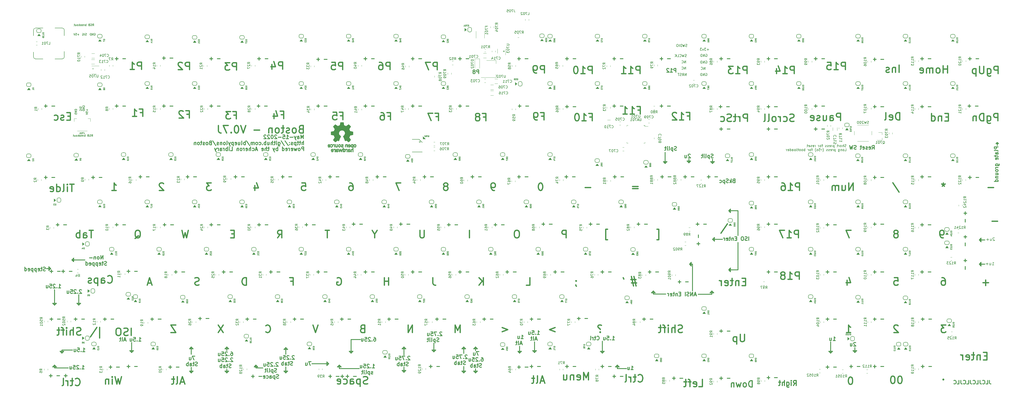
<source format=gbr>
G04 #@! TF.GenerationSoftware,KiCad,Pcbnew,(6.0.5)*
G04 #@! TF.CreationDate,2022-05-27T21:17:18-04:00*
G04 #@! TF.ProjectId,Boston-keyboard-V07J,426f7374-6f6e-42d6-9b65-79626f617264,rev?*
G04 #@! TF.SameCoordinates,Original*
G04 #@! TF.FileFunction,Legend,Bot*
G04 #@! TF.FilePolarity,Positive*
%FSLAX46Y46*%
G04 Gerber Fmt 4.6, Leading zero omitted, Abs format (unit mm)*
G04 Created by KiCad (PCBNEW (6.0.5)) date 2022-05-27 21:17:18*
%MOMM*%
%LPD*%
G01*
G04 APERTURE LIST*
%ADD10C,0.300000*%
%ADD11C,0.150000*%
%ADD12C,0.120000*%
%ADD13C,0.500000*%
%ADD14C,0.200000*%
%ADD15C,0.400000*%
%ADD16C,0.160000*%
%ADD17C,0.127000*%
%ADD18C,0.100000*%
%ADD19C,0.010000*%
G04 APERTURE END LIST*
D10*
X187500000Y-155675000D02*
X187500000Y-155425000D01*
X123250000Y-166675000D02*
X123250000Y-168925000D01*
X220000000Y-159675000D02*
X220750000Y-160425000D01*
X343000000Y-103675000D02*
X339250000Y-103675000D01*
X182750000Y-165675000D02*
X182000000Y-166425000D01*
X332500000Y-137225000D02*
X327000000Y-137225000D01*
X123250000Y-158425000D02*
X122500000Y-159175000D01*
X123250000Y-161425000D02*
X123250000Y-158425000D01*
X162000000Y-159425000D02*
X161250000Y-158675000D01*
X221500000Y-159675000D02*
X220000000Y-159675000D01*
X309000000Y-135925000D02*
X309000000Y-137175000D01*
X440750000Y-114675000D02*
X440750000Y-116175000D01*
X447750000Y-76675000D02*
X446750000Y-76675000D01*
X309000000Y-135925000D02*
X309750000Y-136675000D01*
X238250000Y-168175000D02*
X236750000Y-168175000D01*
X343000000Y-113675000D02*
X343000000Y-103675000D01*
X71250000Y-160925000D02*
X71250000Y-159925000D01*
X294500000Y-165675000D02*
X295250000Y-166425000D01*
X440750000Y-124425000D02*
X440750000Y-125925000D01*
X68250000Y-165675000D02*
X68250000Y-166925000D01*
X69000000Y-166425000D02*
X67500000Y-166425000D01*
X68250000Y-166925000D02*
X73750000Y-166925000D01*
X232000000Y-168175000D02*
X232750000Y-168925000D01*
X220750000Y-160425000D02*
X220750000Y-156925000D01*
X208750000Y-168675000D02*
X208750000Y-166525000D01*
X236750000Y-159175000D02*
X238250000Y-159175000D01*
X161250000Y-158675000D02*
X160500000Y-159425000D01*
X138250000Y-168175000D02*
X136750000Y-168175000D01*
X171750000Y-165175000D02*
X178500000Y-165175000D01*
X137500000Y-158425000D02*
X136750000Y-159175000D01*
X336750000Y-115175000D02*
X332750000Y-115175000D01*
X261250000Y-160675000D02*
X261250000Y-156425000D01*
X343000000Y-127425000D02*
X339250000Y-127425000D01*
X77250000Y-140925000D02*
X78000000Y-141675000D01*
X76000000Y-124175000D02*
X75250000Y-123425000D01*
X177750000Y-164425000D02*
X177750000Y-165925000D01*
X136750000Y-159175000D02*
X138250000Y-159175000D01*
X66750000Y-126925000D02*
X66000000Y-126175000D01*
X324750000Y-125175000D02*
X323500000Y-125175000D01*
X323250000Y-84425000D02*
X324000000Y-83675000D01*
X70500000Y-160175000D02*
X71250000Y-160925000D01*
X208750000Y-161725000D02*
X208750000Y-158425000D01*
X322500000Y-83675000D02*
X323250000Y-84425000D01*
X72000000Y-160175000D02*
X70500000Y-160175000D01*
X261250000Y-160675000D02*
X262000000Y-159925000D01*
X293750000Y-166425000D02*
X294500000Y-165675000D01*
X208750000Y-168675000D02*
X208000000Y-167925000D01*
X314500000Y-83925000D02*
X313000000Y-83925000D01*
X380250000Y-160925000D02*
X379500000Y-160175000D01*
X208000000Y-167925000D02*
X209500000Y-167925000D01*
X324250000Y-125925000D02*
X324250000Y-124425000D01*
X71250000Y-159925000D02*
X71250000Y-159675000D01*
X78000000Y-141675000D02*
X78750000Y-140925000D01*
X149250000Y-166925000D02*
X152000000Y-166925000D01*
X124000000Y-168175000D02*
X123250000Y-168925000D01*
X137500000Y-167425000D02*
X137500000Y-168925000D01*
X440000000Y-125175000D02*
X440750000Y-124425000D01*
X324750000Y-135925000D02*
X324750000Y-126175000D01*
X68250000Y-135425000D02*
X68250000Y-141675000D01*
X237500000Y-158425000D02*
X236750000Y-159175000D01*
X71250000Y-159675000D02*
X75500000Y-159675000D01*
X323500000Y-125175000D02*
X324250000Y-125925000D01*
X379500000Y-160175000D02*
X381000000Y-160175000D01*
X237500000Y-159925000D02*
X237500000Y-158425000D01*
X447250000Y-76175000D02*
X447750000Y-76675000D01*
X333500000Y-114425000D02*
X333500000Y-115925000D01*
X161250000Y-166425000D02*
X161250000Y-168925000D01*
X308250000Y-136675000D02*
X309000000Y-135925000D01*
X232750000Y-158425000D02*
X232750000Y-161025000D01*
X68250000Y-166925000D02*
X68250000Y-165675000D01*
X236750000Y-168175000D02*
X237500000Y-168925000D01*
X442250000Y-125175000D02*
X440000000Y-125175000D01*
X380250000Y-160925000D02*
X380250000Y-156425000D01*
X161250000Y-158675000D02*
X161250000Y-161425000D01*
X68250000Y-141675000D02*
X69000000Y-140925000D01*
X182750000Y-167175000D02*
X190750000Y-167175000D01*
X122500000Y-159175000D02*
X124000000Y-159175000D01*
X160500000Y-159425000D02*
X162000000Y-159425000D01*
X182000000Y-166425000D02*
X183500000Y-166425000D01*
X65000000Y-126925000D02*
X66750000Y-126925000D01*
X78750000Y-140925000D02*
X77250000Y-140925000D01*
X287750000Y-160175000D02*
X288500000Y-160925000D01*
X209500000Y-159175000D02*
X208750000Y-158425000D01*
X332750000Y-82925000D02*
X332750000Y-84675000D01*
X324250000Y-124425000D02*
X323500000Y-125175000D01*
X324750000Y-126175000D02*
X324750000Y-125175000D01*
X340000000Y-126675000D02*
X340000000Y-128175000D01*
X187500000Y-160925000D02*
X188250000Y-160175000D01*
X260500000Y-159925000D02*
X261250000Y-160675000D01*
X313750000Y-80175000D02*
X313750000Y-84675000D01*
X332500000Y-135925000D02*
X332500000Y-137225000D01*
X69000000Y-140925000D02*
X67500000Y-140925000D01*
X232750000Y-168925000D02*
X233500000Y-168175000D01*
X208750000Y-158425000D02*
X208000000Y-159175000D01*
X150000000Y-166425000D02*
X148500000Y-166425000D01*
X124000000Y-159175000D02*
X123250000Y-158425000D01*
X332000000Y-83925000D02*
X333500000Y-83925000D01*
X149250000Y-165675000D02*
X149250000Y-166925000D01*
X233500000Y-159175000D02*
X232000000Y-159175000D01*
X255250000Y-160925000D02*
X255250000Y-158175000D01*
X340000000Y-104425000D02*
X339250000Y-103675000D01*
X333500000Y-83925000D02*
X332750000Y-84675000D01*
X75250000Y-123425000D02*
X80500000Y-123425000D01*
X187500000Y-160925000D02*
X187500000Y-155675000D01*
X390000000Y-160675000D02*
X390750000Y-159925000D01*
X232000000Y-159175000D02*
X232750000Y-158425000D01*
X122500000Y-168175000D02*
X124000000Y-168175000D01*
X440000000Y-115425000D02*
X440500000Y-114925000D01*
X75250000Y-123425000D02*
X76000000Y-122675000D01*
X100000000Y-159925000D02*
X98500000Y-159925000D01*
X137500000Y-168925000D02*
X138250000Y-168175000D01*
X295250000Y-166425000D02*
X293750000Y-166425000D01*
X149250000Y-165675000D02*
X148500000Y-166425000D01*
X99250000Y-160675000D02*
X100000000Y-159925000D01*
X288500000Y-160925000D02*
X288500000Y-156175000D01*
X220750000Y-160425000D02*
X221500000Y-159675000D01*
X333500000Y-115925000D02*
X332750000Y-115175000D01*
X123250000Y-168925000D02*
X122500000Y-168175000D01*
X233500000Y-168175000D02*
X232000000Y-168175000D01*
X262000000Y-159925000D02*
X260500000Y-159925000D01*
X232750000Y-158425000D02*
X233500000Y-159175000D01*
X183500000Y-166425000D02*
X182750000Y-165675000D01*
X294500000Y-165675000D02*
X294500000Y-167175000D01*
X177750000Y-165925000D02*
X178500000Y-165175000D01*
D11*
X249100000Y-39525000D02*
G75*
G03*
X249100000Y-39525000I-200000J0D01*
G01*
D10*
X294500000Y-167175000D02*
X298250000Y-167175000D01*
X209500000Y-167925000D02*
X208750000Y-168675000D01*
X389250000Y-159925000D02*
X390000000Y-160675000D01*
X208000000Y-159175000D02*
X209500000Y-159175000D01*
X332500000Y-135925000D02*
X333250000Y-136675000D01*
X440750000Y-116175000D02*
X440000000Y-115425000D01*
X232750000Y-168925000D02*
X232750000Y-166325000D01*
X381000000Y-160175000D02*
X380250000Y-160925000D01*
X66000000Y-127675000D02*
X66750000Y-126925000D01*
X237500000Y-168925000D02*
X237500000Y-167225000D01*
X160500000Y-168175000D02*
X161250000Y-168925000D01*
X237500000Y-168925000D02*
X238250000Y-168175000D01*
X447250000Y-77425000D02*
X447250000Y-76175000D01*
X137500000Y-159925000D02*
X137500000Y-158425000D01*
X440750000Y-125925000D02*
X440000000Y-125175000D01*
X238250000Y-159175000D02*
X237500000Y-158425000D01*
X186750000Y-160175000D02*
X187500000Y-160925000D01*
X188250000Y-160175000D02*
X186750000Y-160175000D01*
X76000000Y-122675000D02*
X76000000Y-124175000D01*
X313750000Y-84675000D02*
X314500000Y-83925000D01*
X343000000Y-116425000D02*
X343000000Y-127425000D01*
X332750000Y-84675000D02*
X332000000Y-83925000D01*
X187500000Y-155425000D02*
X191250000Y-155425000D01*
X340000000Y-128175000D02*
X339250000Y-127425000D01*
X182750000Y-165675000D02*
X182750000Y-167175000D01*
X332750000Y-115175000D02*
X333500000Y-114425000D01*
X138250000Y-159175000D02*
X137500000Y-158425000D01*
X447250000Y-76175000D02*
X446750000Y-76675000D01*
X136750000Y-168175000D02*
X137500000Y-168925000D01*
X68250000Y-165675000D02*
X69000000Y-166425000D01*
X162000000Y-168175000D02*
X160500000Y-168175000D01*
X67500000Y-140925000D02*
X68250000Y-141675000D01*
X66000000Y-126175000D02*
X66000000Y-127675000D01*
X78000000Y-137425000D02*
X78000000Y-141675000D01*
X67500000Y-166425000D02*
X68250000Y-165675000D01*
X309750000Y-136675000D02*
X308250000Y-136675000D01*
X390000000Y-160675000D02*
X390000000Y-158675000D01*
X442250000Y-115425000D02*
X440000000Y-115425000D01*
X288500000Y-160925000D02*
X289250000Y-160175000D01*
X71250000Y-160925000D02*
X72000000Y-160175000D01*
X255250000Y-160925000D02*
X256000000Y-160175000D01*
X339250000Y-103675000D02*
X340000000Y-102925000D01*
X313000000Y-83925000D02*
X313750000Y-84675000D01*
X340000000Y-102925000D02*
X340000000Y-104425000D01*
X390750000Y-159925000D02*
X389250000Y-159925000D01*
X333250000Y-136675000D02*
X331750000Y-136675000D01*
X331750000Y-136675000D02*
X332500000Y-135925000D01*
X256000000Y-160175000D02*
X254500000Y-160175000D01*
X254500000Y-160175000D02*
X255250000Y-160925000D01*
X289250000Y-160175000D02*
X287750000Y-160175000D01*
X98500000Y-159925000D02*
X99250000Y-160675000D01*
X440500000Y-114925000D02*
X440750000Y-114675000D01*
X323250000Y-84425000D02*
X323250000Y-82925000D01*
X149250000Y-165675000D02*
X150000000Y-166425000D01*
D12*
X305100000Y-69255000D02*
X305560000Y-69695000D01*
D10*
X309000000Y-137175000D02*
X314000000Y-137175000D01*
D12*
X83955489Y-46500000D02*
G75*
G03*
X83955489Y-46500000I-230489J0D01*
G01*
D10*
X339250000Y-127425000D02*
X340000000Y-126675000D01*
X324000000Y-83675000D02*
X322500000Y-83675000D01*
X178500000Y-165175000D02*
X177750000Y-164425000D01*
X161250000Y-168925000D02*
X162000000Y-168175000D01*
X99250000Y-160675000D02*
X99250000Y-156675000D01*
X420571428Y-90032142D02*
X419428571Y-90032142D01*
X417571428Y-90032142D02*
X416428571Y-90032142D01*
X417000000Y-90603571D02*
X417000000Y-89460714D01*
X339821428Y-171032142D02*
X338678571Y-171032142D01*
X336821428Y-171032142D02*
X335678571Y-171032142D01*
X336250000Y-171603571D02*
X336250000Y-170460714D01*
X220571428Y-90032142D02*
X219428571Y-90032142D01*
X217571428Y-90032142D02*
X216428571Y-90032142D01*
X217000000Y-90603571D02*
X217000000Y-89460714D01*
X102107142Y-156103571D02*
X102964285Y-156103571D01*
X102535714Y-156103571D02*
X102535714Y-154603571D01*
X102678571Y-154817857D01*
X102821428Y-154960714D01*
X102964285Y-155032142D01*
X101464285Y-155960714D02*
X101392857Y-156032142D01*
X101464285Y-156103571D01*
X101535714Y-156032142D01*
X101464285Y-155960714D01*
X101464285Y-156103571D01*
X100035714Y-154603571D02*
X100750000Y-154603571D01*
X100821428Y-155317857D01*
X100750000Y-155246428D01*
X100607142Y-155175000D01*
X100250000Y-155175000D01*
X100107142Y-155246428D01*
X100035714Y-155317857D01*
X99964285Y-155460714D01*
X99964285Y-155817857D01*
X100035714Y-155960714D01*
X100107142Y-156032142D01*
X100250000Y-156103571D01*
X100607142Y-156103571D01*
X100750000Y-156032142D01*
X100821428Y-155960714D01*
X98678571Y-155103571D02*
X98678571Y-156103571D01*
X99321428Y-155103571D02*
X99321428Y-155889285D01*
X99250000Y-156032142D01*
X99107142Y-156103571D01*
X98892857Y-156103571D01*
X98750000Y-156032142D01*
X98678571Y-155960714D01*
X96892857Y-155675000D02*
X96178571Y-155675000D01*
X97035714Y-156103571D02*
X96535714Y-154603571D01*
X96035714Y-156103571D01*
X95321428Y-156103571D02*
X95464285Y-156032142D01*
X95535714Y-155889285D01*
X95535714Y-154603571D01*
X94964285Y-155103571D02*
X94392857Y-155103571D01*
X94750000Y-154603571D02*
X94750000Y-155889285D01*
X94678571Y-156032142D01*
X94535714Y-156103571D01*
X94392857Y-156103571D01*
X318071428Y-47928571D02*
X318071428Y-46428571D01*
X317500000Y-46428571D01*
X317357142Y-46500000D01*
X317285714Y-46571428D01*
X317214285Y-46714285D01*
X317214285Y-46928571D01*
X317285714Y-47071428D01*
X317357142Y-47142857D01*
X317500000Y-47214285D01*
X318071428Y-47214285D01*
X315785714Y-47928571D02*
X316642857Y-47928571D01*
X316214285Y-47928571D02*
X316214285Y-46428571D01*
X316357142Y-46642857D01*
X316500000Y-46785714D01*
X316642857Y-46857142D01*
X315214285Y-46571428D02*
X315142857Y-46500000D01*
X315000000Y-46428571D01*
X314642857Y-46428571D01*
X314500000Y-46500000D01*
X314428571Y-46571428D01*
X314357142Y-46714285D01*
X314357142Y-46857142D01*
X314428571Y-47071428D01*
X315285714Y-47928571D01*
X314357142Y-47928571D01*
X79571428Y-160353571D02*
X80428571Y-160353571D01*
X80000000Y-160353571D02*
X80000000Y-158853571D01*
X80142857Y-159067857D01*
X80285714Y-159210714D01*
X80428571Y-159282142D01*
X78928571Y-160210714D02*
X78857142Y-160282142D01*
X78928571Y-160353571D01*
X79000000Y-160282142D01*
X78928571Y-160210714D01*
X78928571Y-160353571D01*
X77500000Y-158853571D02*
X78214285Y-158853571D01*
X78285714Y-159567857D01*
X78214285Y-159496428D01*
X78071428Y-159425000D01*
X77714285Y-159425000D01*
X77571428Y-159496428D01*
X77500000Y-159567857D01*
X77428571Y-159710714D01*
X77428571Y-160067857D01*
X77500000Y-160210714D01*
X77571428Y-160282142D01*
X77714285Y-160353571D01*
X78071428Y-160353571D01*
X78214285Y-160282142D01*
X78285714Y-160210714D01*
X76142857Y-159353571D02*
X76142857Y-160353571D01*
X76785714Y-159353571D02*
X76785714Y-160139285D01*
X76714285Y-160282142D01*
X76571428Y-160353571D01*
X76357142Y-160353571D01*
X76214285Y-160282142D01*
X76142857Y-160210714D01*
D13*
X131293750Y-92500892D02*
X129436607Y-92500892D01*
X130436607Y-93643750D01*
X130008035Y-93643750D01*
X129722321Y-93786607D01*
X129579464Y-93929464D01*
X129436607Y-94215178D01*
X129436607Y-94929464D01*
X129579464Y-95215178D01*
X129722321Y-95358035D01*
X130008035Y-95500892D01*
X130865178Y-95500892D01*
X131150892Y-95358035D01*
X131293750Y-95215178D01*
D10*
X96821428Y-61532142D02*
X95678571Y-61532142D01*
X93821428Y-61532142D02*
X92678571Y-61532142D01*
X93250000Y-62103571D02*
X93250000Y-60960714D01*
X377821428Y-61532142D02*
X376678571Y-61532142D01*
X374821428Y-61532142D02*
X373678571Y-61532142D01*
X374250000Y-62103571D02*
X374250000Y-60960714D01*
X239821428Y-90032142D02*
X238678571Y-90032142D01*
X236821428Y-90032142D02*
X235678571Y-90032142D01*
X236250000Y-90603571D02*
X236250000Y-89460714D01*
D14*
X330011904Y-48425000D02*
X330107142Y-48377380D01*
X330250000Y-48377380D01*
X330392857Y-48425000D01*
X330488095Y-48520238D01*
X330535714Y-48615476D01*
X330583333Y-48805952D01*
X330583333Y-48948809D01*
X330535714Y-49139285D01*
X330488095Y-49234523D01*
X330392857Y-49329761D01*
X330250000Y-49377380D01*
X330154761Y-49377380D01*
X330011904Y-49329761D01*
X329964285Y-49282142D01*
X329964285Y-48948809D01*
X330154761Y-48948809D01*
X329535714Y-49377380D02*
X329535714Y-48377380D01*
X328964285Y-49377380D01*
X328964285Y-48377380D01*
X328488095Y-49377380D02*
X328488095Y-48377380D01*
X328250000Y-48377380D01*
X328107142Y-48425000D01*
X328011904Y-48520238D01*
X327964285Y-48615476D01*
X327916666Y-48805952D01*
X327916666Y-48948809D01*
X327964285Y-49139285D01*
X328011904Y-49234523D01*
X328107142Y-49329761D01*
X328250000Y-49377380D01*
X328488095Y-49377380D01*
D13*
X231306250Y-152650892D02*
X231306250Y-149650892D01*
X230306250Y-151793750D01*
X229306250Y-149650892D01*
X229306250Y-152650892D01*
D10*
X253821428Y-128282142D02*
X252678571Y-128282142D01*
X250821428Y-128282142D02*
X249678571Y-128282142D01*
X250250000Y-128853571D02*
X250250000Y-127710714D01*
X189571428Y-170282142D02*
X188428571Y-170282142D01*
X186571428Y-170282142D02*
X185428571Y-170282142D01*
X186000000Y-170853571D02*
X186000000Y-169710714D01*
D13*
X386611607Y-152650892D02*
X388325892Y-152650892D01*
X387468750Y-152650892D02*
X387468750Y-149650892D01*
X387754464Y-150079464D01*
X388040178Y-150365178D01*
X388325892Y-150508035D01*
D10*
X258571428Y-166532142D02*
X257428571Y-166532142D01*
X255571428Y-166532142D02*
X254428571Y-166532142D01*
X255000000Y-167103571D02*
X255000000Y-165960714D01*
X434392857Y-127246428D02*
X434392857Y-126103571D01*
X434392857Y-124246428D02*
X434392857Y-123103571D01*
X433821428Y-123675000D02*
X434964285Y-123675000D01*
X292071428Y-128282142D02*
X290928571Y-128282142D01*
X289071428Y-128282142D02*
X287928571Y-128282142D01*
X288500000Y-128853571D02*
X288500000Y-127710714D01*
D14*
X322035714Y-46777380D02*
X322035714Y-45777380D01*
X321464285Y-46777380D01*
X321464285Y-45777380D01*
X320416666Y-46682142D02*
X320464285Y-46729761D01*
X320607142Y-46777380D01*
X320702380Y-46777380D01*
X320845238Y-46729761D01*
X320940476Y-46634523D01*
X320988095Y-46539285D01*
X321035714Y-46348809D01*
X321035714Y-46205952D01*
X320988095Y-46015476D01*
X320940476Y-45920238D01*
X320845238Y-45825000D01*
X320702380Y-45777380D01*
X320607142Y-45777380D01*
X320464285Y-45825000D01*
X320416666Y-45872619D01*
D13*
X222089285Y-46982142D02*
X222089285Y-43982142D01*
X220946428Y-43982142D01*
X220660714Y-44125000D01*
X220517857Y-44267857D01*
X220375000Y-44553571D01*
X220375000Y-44982142D01*
X220517857Y-45267857D01*
X220660714Y-45410714D01*
X220946428Y-45553571D01*
X222089285Y-45553571D01*
X219375000Y-43982142D02*
X217375000Y-43982142D01*
X218660714Y-46982142D01*
D10*
X225571428Y-147282142D02*
X224428571Y-147282142D01*
X222571428Y-147282142D02*
X221428571Y-147282142D01*
X222000000Y-147853571D02*
X222000000Y-146710714D01*
D13*
X76110000Y-92977142D02*
X74395714Y-92977142D01*
X75252857Y-95977142D02*
X75252857Y-92977142D01*
X73395714Y-95977142D02*
X73395714Y-93977142D01*
X73395714Y-92977142D02*
X73538571Y-93120000D01*
X73395714Y-93262857D01*
X73252857Y-93120000D01*
X73395714Y-92977142D01*
X73395714Y-93262857D01*
X71538571Y-95977142D02*
X71824285Y-95834285D01*
X71967142Y-95548571D01*
X71967142Y-92977142D01*
X69110000Y-95977142D02*
X69110000Y-92977142D01*
X69110000Y-95834285D02*
X69395714Y-95977142D01*
X69967142Y-95977142D01*
X70252857Y-95834285D01*
X70395714Y-95691428D01*
X70538571Y-95405714D01*
X70538571Y-94548571D01*
X70395714Y-94262857D01*
X70252857Y-94120000D01*
X69967142Y-93977142D01*
X69395714Y-93977142D01*
X69110000Y-94120000D01*
X66538571Y-95834285D02*
X66824285Y-95977142D01*
X67395714Y-95977142D01*
X67681428Y-95834285D01*
X67824285Y-95548571D01*
X67824285Y-94405714D01*
X67681428Y-94120000D01*
X67395714Y-93977142D01*
X66824285Y-93977142D01*
X66538571Y-94120000D01*
X66395714Y-94405714D01*
X66395714Y-94691428D01*
X67824285Y-94977142D01*
X302886607Y-93929464D02*
X300600892Y-93929464D01*
X300600892Y-94786607D02*
X302886607Y-94786607D01*
D10*
X315821428Y-42532142D02*
X314678571Y-42532142D01*
X312821428Y-42532142D02*
X311678571Y-42532142D01*
X312250000Y-43103571D02*
X312250000Y-41960714D01*
D13*
X302768571Y-63190714D02*
X303768571Y-63190714D01*
X303768571Y-64762142D02*
X303768571Y-61762142D01*
X302340000Y-61762142D01*
X299625714Y-64762142D02*
X301340000Y-64762142D01*
X300482857Y-64762142D02*
X300482857Y-61762142D01*
X300768571Y-62190714D01*
X301054285Y-62476428D01*
X301340000Y-62619285D01*
X296768571Y-64762142D02*
X298482857Y-64762142D01*
X297625714Y-64762142D02*
X297625714Y-61762142D01*
X297911428Y-62190714D01*
X298197142Y-62476428D01*
X298482857Y-62619285D01*
X159390000Y-65040714D02*
X160390000Y-65040714D01*
X160390000Y-66612142D02*
X160390000Y-63612142D01*
X158961428Y-63612142D01*
X156532857Y-64612142D02*
X156532857Y-66612142D01*
X157247142Y-63469285D02*
X157961428Y-65612142D01*
X156104285Y-65612142D01*
X207493750Y-92500892D02*
X205493750Y-92500892D01*
X206779464Y-95500892D01*
D10*
X358821428Y-128282142D02*
X357678571Y-128282142D01*
X355821428Y-128282142D02*
X354678571Y-128282142D01*
X355250000Y-128853571D02*
X355250000Y-127710714D01*
X153821428Y-61532142D02*
X152678571Y-61532142D01*
X150821428Y-61532142D02*
X149678571Y-61532142D01*
X150250000Y-62103571D02*
X150250000Y-60960714D01*
X439571428Y-61532142D02*
X438428571Y-61532142D01*
X436571428Y-61532142D02*
X435428571Y-61532142D01*
X436000000Y-62103571D02*
X436000000Y-60960714D01*
X258821428Y-61532142D02*
X257678571Y-61532142D01*
X255821428Y-61532142D02*
X254678571Y-61532142D01*
X255250000Y-62103571D02*
X255250000Y-60960714D01*
X96821428Y-42532142D02*
X95678571Y-42532142D01*
X93821428Y-42532142D02*
X92678571Y-42532142D01*
X93250000Y-43103571D02*
X93250000Y-41960714D01*
D13*
X365575000Y-67639285D02*
X365146428Y-67782142D01*
X364432142Y-67782142D01*
X364146428Y-67639285D01*
X364003571Y-67496428D01*
X363860714Y-67210714D01*
X363860714Y-66925000D01*
X364003571Y-66639285D01*
X364146428Y-66496428D01*
X364432142Y-66353571D01*
X365003571Y-66210714D01*
X365289285Y-66067857D01*
X365432142Y-65925000D01*
X365575000Y-65639285D01*
X365575000Y-65353571D01*
X365432142Y-65067857D01*
X365289285Y-64925000D01*
X365003571Y-64782142D01*
X364289285Y-64782142D01*
X363860714Y-64925000D01*
X361289285Y-67639285D02*
X361575000Y-67782142D01*
X362146428Y-67782142D01*
X362432142Y-67639285D01*
X362575000Y-67496428D01*
X362717857Y-67210714D01*
X362717857Y-66353571D01*
X362575000Y-66067857D01*
X362432142Y-65925000D01*
X362146428Y-65782142D01*
X361575000Y-65782142D01*
X361289285Y-65925000D01*
X360003571Y-67782142D02*
X360003571Y-65782142D01*
X360003571Y-66353571D02*
X359860714Y-66067857D01*
X359717857Y-65925000D01*
X359432142Y-65782142D01*
X359146428Y-65782142D01*
X357717857Y-67782142D02*
X358003571Y-67639285D01*
X358146428Y-67496428D01*
X358289285Y-67210714D01*
X358289285Y-66353571D01*
X358146428Y-66067857D01*
X358003571Y-65925000D01*
X357717857Y-65782142D01*
X357289285Y-65782142D01*
X357003571Y-65925000D01*
X356860714Y-66067857D01*
X356717857Y-66353571D01*
X356717857Y-67210714D01*
X356860714Y-67496428D01*
X357003571Y-67639285D01*
X357289285Y-67782142D01*
X357717857Y-67782142D01*
X355003571Y-67782142D02*
X355289285Y-67639285D01*
X355432142Y-67353571D01*
X355432142Y-64782142D01*
X353432142Y-67782142D02*
X353717857Y-67639285D01*
X353860714Y-67353571D01*
X353860714Y-64782142D01*
D10*
X79285714Y-167353571D02*
X80142857Y-167353571D01*
X79714285Y-167353571D02*
X79714285Y-165853571D01*
X79857142Y-166067857D01*
X80000000Y-166210714D01*
X80142857Y-166282142D01*
X78642857Y-167210714D02*
X78571428Y-167282142D01*
X78642857Y-167353571D01*
X78714285Y-167282142D01*
X78642857Y-167210714D01*
X78642857Y-167353571D01*
X78000000Y-165996428D02*
X77928571Y-165925000D01*
X77785714Y-165853571D01*
X77428571Y-165853571D01*
X77285714Y-165925000D01*
X77214285Y-165996428D01*
X77142857Y-166139285D01*
X77142857Y-166282142D01*
X77214285Y-166496428D01*
X78071428Y-167353571D01*
X77142857Y-167353571D01*
X75785714Y-165853571D02*
X76500000Y-165853571D01*
X76571428Y-166567857D01*
X76500000Y-166496428D01*
X76357142Y-166425000D01*
X76000000Y-166425000D01*
X75857142Y-166496428D01*
X75785714Y-166567857D01*
X75714285Y-166710714D01*
X75714285Y-167067857D01*
X75785714Y-167210714D01*
X75857142Y-167282142D01*
X76000000Y-167353571D01*
X76357142Y-167353571D01*
X76500000Y-167282142D01*
X76571428Y-167210714D01*
X74428571Y-166353571D02*
X74428571Y-167353571D01*
X75071428Y-166353571D02*
X75071428Y-167139285D01*
X75000000Y-167282142D01*
X74857142Y-167353571D01*
X74642857Y-167353571D01*
X74500000Y-167282142D01*
X74428571Y-167210714D01*
D13*
X389301785Y-95500892D02*
X389301785Y-92500892D01*
X387587500Y-95500892D01*
X387587500Y-92500892D01*
X384873214Y-93500892D02*
X384873214Y-95500892D01*
X386158928Y-93500892D02*
X386158928Y-95072321D01*
X386016071Y-95358035D01*
X385730357Y-95500892D01*
X385301785Y-95500892D01*
X385016071Y-95358035D01*
X384873214Y-95215178D01*
X383444642Y-95500892D02*
X383444642Y-93500892D01*
X383444642Y-93786607D02*
X383301785Y-93643750D01*
X383016071Y-93500892D01*
X382587500Y-93500892D01*
X382301785Y-93643750D01*
X382158928Y-93929464D01*
X382158928Y-95500892D01*
X382158928Y-93929464D02*
X382016071Y-93643750D01*
X381730357Y-93500892D01*
X381301785Y-93500892D01*
X381016071Y-93643750D01*
X380873214Y-93929464D01*
X380873214Y-95500892D01*
D10*
X158142857Y-164831428D02*
X158071428Y-164760000D01*
X157928571Y-164688571D01*
X157571428Y-164688571D01*
X157428571Y-164760000D01*
X157357142Y-164831428D01*
X157285714Y-164974285D01*
X157285714Y-165117142D01*
X157357142Y-165331428D01*
X158214285Y-166188571D01*
X157285714Y-166188571D01*
X156642857Y-166045714D02*
X156571428Y-166117142D01*
X156642857Y-166188571D01*
X156714285Y-166117142D01*
X156642857Y-166045714D01*
X156642857Y-166188571D01*
X156000000Y-164831428D02*
X155928571Y-164760000D01*
X155785714Y-164688571D01*
X155428571Y-164688571D01*
X155285714Y-164760000D01*
X155214285Y-164831428D01*
X155142857Y-164974285D01*
X155142857Y-165117142D01*
X155214285Y-165331428D01*
X156071428Y-166188571D01*
X155142857Y-166188571D01*
X153785714Y-164688571D02*
X154500000Y-164688571D01*
X154571428Y-165402857D01*
X154500000Y-165331428D01*
X154357142Y-165260000D01*
X154000000Y-165260000D01*
X153857142Y-165331428D01*
X153785714Y-165402857D01*
X153714285Y-165545714D01*
X153714285Y-165902857D01*
X153785714Y-166045714D01*
X153857142Y-166117142D01*
X154000000Y-166188571D01*
X154357142Y-166188571D01*
X154500000Y-166117142D01*
X154571428Y-166045714D01*
X152428571Y-165188571D02*
X152428571Y-166188571D01*
X153071428Y-165188571D02*
X153071428Y-165974285D01*
X153000000Y-166117142D01*
X152857142Y-166188571D01*
X152642857Y-166188571D01*
X152500000Y-166117142D01*
X152428571Y-166045714D01*
X157535714Y-168532142D02*
X157321428Y-168603571D01*
X156964285Y-168603571D01*
X156821428Y-168532142D01*
X156750000Y-168460714D01*
X156678571Y-168317857D01*
X156678571Y-168175000D01*
X156750000Y-168032142D01*
X156821428Y-167960714D01*
X156964285Y-167889285D01*
X157250000Y-167817857D01*
X157392857Y-167746428D01*
X157464285Y-167675000D01*
X157535714Y-167532142D01*
X157535714Y-167389285D01*
X157464285Y-167246428D01*
X157392857Y-167175000D01*
X157250000Y-167103571D01*
X156892857Y-167103571D01*
X156678571Y-167175000D01*
X156035714Y-167603571D02*
X156035714Y-169103571D01*
X156035714Y-167675000D02*
X155892857Y-167603571D01*
X155607142Y-167603571D01*
X155464285Y-167675000D01*
X155392857Y-167746428D01*
X155321428Y-167889285D01*
X155321428Y-168317857D01*
X155392857Y-168460714D01*
X155464285Y-168532142D01*
X155607142Y-168603571D01*
X155892857Y-168603571D01*
X156035714Y-168532142D01*
X154464285Y-168603571D02*
X154607142Y-168532142D01*
X154678571Y-168389285D01*
X154678571Y-167103571D01*
X153892857Y-168603571D02*
X153892857Y-167603571D01*
X153892857Y-167103571D02*
X153964285Y-167175000D01*
X153892857Y-167246428D01*
X153821428Y-167175000D01*
X153892857Y-167103571D01*
X153892857Y-167246428D01*
X153392857Y-167603571D02*
X152821428Y-167603571D01*
X153178571Y-167103571D02*
X153178571Y-168389285D01*
X153107142Y-168532142D01*
X152964285Y-168603571D01*
X152821428Y-168603571D01*
X158321428Y-170947142D02*
X158107142Y-171018571D01*
X157750000Y-171018571D01*
X157607142Y-170947142D01*
X157535714Y-170875714D01*
X157464285Y-170732857D01*
X157464285Y-170590000D01*
X157535714Y-170447142D01*
X157607142Y-170375714D01*
X157750000Y-170304285D01*
X158035714Y-170232857D01*
X158178571Y-170161428D01*
X158250000Y-170090000D01*
X158321428Y-169947142D01*
X158321428Y-169804285D01*
X158250000Y-169661428D01*
X158178571Y-169590000D01*
X158035714Y-169518571D01*
X157678571Y-169518571D01*
X157464285Y-169590000D01*
X156821428Y-170018571D02*
X156821428Y-171518571D01*
X156821428Y-170090000D02*
X156678571Y-170018571D01*
X156392857Y-170018571D01*
X156250000Y-170090000D01*
X156178571Y-170161428D01*
X156107142Y-170304285D01*
X156107142Y-170732857D01*
X156178571Y-170875714D01*
X156250000Y-170947142D01*
X156392857Y-171018571D01*
X156678571Y-171018571D01*
X156821428Y-170947142D01*
X154821428Y-171018571D02*
X154821428Y-170232857D01*
X154892857Y-170090000D01*
X155035714Y-170018571D01*
X155321428Y-170018571D01*
X155464285Y-170090000D01*
X154821428Y-170947142D02*
X154964285Y-171018571D01*
X155321428Y-171018571D01*
X155464285Y-170947142D01*
X155535714Y-170804285D01*
X155535714Y-170661428D01*
X155464285Y-170518571D01*
X155321428Y-170447142D01*
X154964285Y-170447142D01*
X154821428Y-170375714D01*
X153464285Y-170947142D02*
X153607142Y-171018571D01*
X153892857Y-171018571D01*
X154035714Y-170947142D01*
X154107142Y-170875714D01*
X154178571Y-170732857D01*
X154178571Y-170304285D01*
X154107142Y-170161428D01*
X154035714Y-170090000D01*
X153892857Y-170018571D01*
X153607142Y-170018571D01*
X153464285Y-170090000D01*
X152250000Y-170947142D02*
X152392857Y-171018571D01*
X152678571Y-171018571D01*
X152821428Y-170947142D01*
X152892857Y-170804285D01*
X152892857Y-170232857D01*
X152821428Y-170090000D01*
X152678571Y-170018571D01*
X152392857Y-170018571D01*
X152250000Y-170090000D01*
X152178571Y-170232857D01*
X152178571Y-170375714D01*
X152892857Y-170518571D01*
D13*
X153177678Y-152365178D02*
X153320535Y-152508035D01*
X153749107Y-152650892D01*
X154034821Y-152650892D01*
X154463392Y-152508035D01*
X154749107Y-152222321D01*
X154891964Y-151936607D01*
X155034821Y-151365178D01*
X155034821Y-150936607D01*
X154891964Y-150365178D01*
X154749107Y-150079464D01*
X154463392Y-149793750D01*
X154034821Y-149650892D01*
X153749107Y-149650892D01*
X153320535Y-149793750D01*
X153177678Y-149936607D01*
D10*
X196821428Y-42532142D02*
X195678571Y-42532142D01*
X193821428Y-42532142D02*
X192678571Y-42532142D01*
X193250000Y-43103571D02*
X193250000Y-41960714D01*
X401571428Y-109032142D02*
X400428571Y-109032142D01*
X398571428Y-109032142D02*
X397428571Y-109032142D01*
X398000000Y-109603571D02*
X398000000Y-108460714D01*
X134821428Y-61532142D02*
X133678571Y-61532142D01*
X131821428Y-61532142D02*
X130678571Y-61532142D01*
X131250000Y-62103571D02*
X131250000Y-60960714D01*
D13*
X405233035Y-92358035D02*
X407804464Y-96215178D01*
D10*
X296821428Y-42532142D02*
X295678571Y-42532142D01*
X293821428Y-42532142D02*
X292678571Y-42532142D01*
X293250000Y-43103571D02*
X293250000Y-41960714D01*
X196678571Y-154603571D02*
X196964285Y-154603571D01*
X197107142Y-154675000D01*
X197178571Y-154746428D01*
X197321428Y-154960714D01*
X197392857Y-155246428D01*
X197392857Y-155817857D01*
X197321428Y-155960714D01*
X197250000Y-156032142D01*
X197107142Y-156103571D01*
X196821428Y-156103571D01*
X196678571Y-156032142D01*
X196607142Y-155960714D01*
X196535714Y-155817857D01*
X196535714Y-155460714D01*
X196607142Y-155317857D01*
X196678571Y-155246428D01*
X196821428Y-155175000D01*
X197107142Y-155175000D01*
X197250000Y-155246428D01*
X197321428Y-155317857D01*
X197392857Y-155460714D01*
X195892857Y-155960714D02*
X195821428Y-156032142D01*
X195892857Y-156103571D01*
X195964285Y-156032142D01*
X195892857Y-155960714D01*
X195892857Y-156103571D01*
X195250000Y-154746428D02*
X195178571Y-154675000D01*
X195035714Y-154603571D01*
X194678571Y-154603571D01*
X194535714Y-154675000D01*
X194464285Y-154746428D01*
X194392857Y-154889285D01*
X194392857Y-155032142D01*
X194464285Y-155246428D01*
X195321428Y-156103571D01*
X194392857Y-156103571D01*
X193035714Y-154603571D02*
X193750000Y-154603571D01*
X193821428Y-155317857D01*
X193750000Y-155246428D01*
X193607142Y-155175000D01*
X193250000Y-155175000D01*
X193107142Y-155246428D01*
X193035714Y-155317857D01*
X192964285Y-155460714D01*
X192964285Y-155817857D01*
X193035714Y-155960714D01*
X193107142Y-156032142D01*
X193250000Y-156103571D01*
X193607142Y-156103571D01*
X193750000Y-156032142D01*
X193821428Y-155960714D01*
X191678571Y-155103571D02*
X191678571Y-156103571D01*
X192321428Y-155103571D02*
X192321428Y-155889285D01*
X192250000Y-156032142D01*
X192107142Y-156103571D01*
X191892857Y-156103571D01*
X191750000Y-156032142D01*
X191678571Y-155960714D01*
D13*
X388468750Y-111550892D02*
X386468750Y-111550892D01*
X387754464Y-114550892D01*
D10*
X263571428Y-147282142D02*
X262428571Y-147282142D01*
X260571428Y-147282142D02*
X259428571Y-147282142D01*
X260000000Y-147853571D02*
X260000000Y-146710714D01*
X101571428Y-128032142D02*
X100428571Y-128032142D01*
X98571428Y-128032142D02*
X97428571Y-128032142D01*
X98000000Y-128603571D02*
X98000000Y-127460714D01*
X325321428Y-90032142D02*
X324178571Y-90032142D01*
X322321428Y-90032142D02*
X321178571Y-90032142D01*
X321750000Y-90603571D02*
X321750000Y-89460714D01*
X390357142Y-156746428D02*
X390285714Y-156675000D01*
X390142857Y-156603571D01*
X389785714Y-156603571D01*
X389642857Y-156675000D01*
X389571428Y-156746428D01*
X389500000Y-156889285D01*
X389500000Y-157032142D01*
X389571428Y-157246428D01*
X390428571Y-158103571D01*
X389500000Y-158103571D01*
X388214285Y-157103571D02*
X388214285Y-158103571D01*
X388857142Y-157103571D02*
X388857142Y-157889285D01*
X388785714Y-158032142D01*
X388642857Y-158103571D01*
X388428571Y-158103571D01*
X388285714Y-158032142D01*
X388214285Y-157960714D01*
X68321428Y-61532142D02*
X67178571Y-61532142D01*
X65321428Y-61532142D02*
X64178571Y-61532142D01*
X64750000Y-62103571D02*
X64750000Y-60960714D01*
X382571428Y-109282142D02*
X381428571Y-109282142D01*
X379571428Y-109282142D02*
X378428571Y-109282142D01*
X379000000Y-109853571D02*
X379000000Y-108710714D01*
X168421428Y-79503571D02*
X168421428Y-78003571D01*
X167850000Y-78003571D01*
X167707142Y-78075000D01*
X167635714Y-78146428D01*
X167564285Y-78289285D01*
X167564285Y-78503571D01*
X167635714Y-78646428D01*
X167707142Y-78717857D01*
X167850000Y-78789285D01*
X168421428Y-78789285D01*
X166707142Y-79503571D02*
X166850000Y-79432142D01*
X166921428Y-79360714D01*
X166992857Y-79217857D01*
X166992857Y-78789285D01*
X166921428Y-78646428D01*
X166850000Y-78575000D01*
X166707142Y-78503571D01*
X166492857Y-78503571D01*
X166350000Y-78575000D01*
X166278571Y-78646428D01*
X166207142Y-78789285D01*
X166207142Y-79217857D01*
X166278571Y-79360714D01*
X166350000Y-79432142D01*
X166492857Y-79503571D01*
X166707142Y-79503571D01*
X165707142Y-78503571D02*
X165421428Y-79503571D01*
X165135714Y-78789285D01*
X164850000Y-79503571D01*
X164564285Y-78503571D01*
X163421428Y-79432142D02*
X163564285Y-79503571D01*
X163850000Y-79503571D01*
X163992857Y-79432142D01*
X164064285Y-79289285D01*
X164064285Y-78717857D01*
X163992857Y-78575000D01*
X163850000Y-78503571D01*
X163564285Y-78503571D01*
X163421428Y-78575000D01*
X163350000Y-78717857D01*
X163350000Y-78860714D01*
X164064285Y-79003571D01*
X162707142Y-79503571D02*
X162707142Y-78503571D01*
X162707142Y-78789285D02*
X162635714Y-78646428D01*
X162564285Y-78575000D01*
X162421428Y-78503571D01*
X162278571Y-78503571D01*
X161207142Y-79432142D02*
X161350000Y-79503571D01*
X161635714Y-79503571D01*
X161778571Y-79432142D01*
X161850000Y-79289285D01*
X161850000Y-78717857D01*
X161778571Y-78575000D01*
X161635714Y-78503571D01*
X161350000Y-78503571D01*
X161207142Y-78575000D01*
X161135714Y-78717857D01*
X161135714Y-78860714D01*
X161850000Y-79003571D01*
X159850000Y-79503571D02*
X159850000Y-78003571D01*
X159850000Y-79432142D02*
X159992857Y-79503571D01*
X160278571Y-79503571D01*
X160421428Y-79432142D01*
X160492857Y-79360714D01*
X160564285Y-79217857D01*
X160564285Y-78789285D01*
X160492857Y-78646428D01*
X160421428Y-78575000D01*
X160278571Y-78503571D01*
X159992857Y-78503571D01*
X159850000Y-78575000D01*
X157992857Y-79503571D02*
X157992857Y-78003571D01*
X157992857Y-78575000D02*
X157850000Y-78503571D01*
X157564285Y-78503571D01*
X157421428Y-78575000D01*
X157350000Y-78646428D01*
X157278571Y-78789285D01*
X157278571Y-79217857D01*
X157350000Y-79360714D01*
X157421428Y-79432142D01*
X157564285Y-79503571D01*
X157850000Y-79503571D01*
X157992857Y-79432142D01*
X156778571Y-78503571D02*
X156421428Y-79503571D01*
X156064285Y-78503571D02*
X156421428Y-79503571D01*
X156564285Y-79860714D01*
X156635714Y-79932142D01*
X156778571Y-80003571D01*
X154564285Y-78503571D02*
X153992857Y-78503571D01*
X154350000Y-78003571D02*
X154350000Y-79289285D01*
X154278571Y-79432142D01*
X154135714Y-79503571D01*
X153992857Y-79503571D01*
X153492857Y-79503571D02*
X153492857Y-78003571D01*
X152850000Y-79503571D02*
X152850000Y-78717857D01*
X152921428Y-78575000D01*
X153064285Y-78503571D01*
X153278571Y-78503571D01*
X153421428Y-78575000D01*
X153492857Y-78646428D01*
X151564285Y-79432142D02*
X151707142Y-79503571D01*
X151992857Y-79503571D01*
X152135714Y-79432142D01*
X152207142Y-79289285D01*
X152207142Y-78717857D01*
X152135714Y-78575000D01*
X151992857Y-78503571D01*
X151707142Y-78503571D01*
X151564285Y-78575000D01*
X151492857Y-78717857D01*
X151492857Y-78860714D01*
X152207142Y-79003571D01*
X149778571Y-79075000D02*
X149064285Y-79075000D01*
X149921428Y-79503571D02*
X149421428Y-78003571D01*
X148921428Y-79503571D01*
X147778571Y-79432142D02*
X147921428Y-79503571D01*
X148207142Y-79503571D01*
X148350000Y-79432142D01*
X148421428Y-79360714D01*
X148492857Y-79217857D01*
X148492857Y-78789285D01*
X148421428Y-78646428D01*
X148350000Y-78575000D01*
X148207142Y-78503571D01*
X147921428Y-78503571D01*
X147778571Y-78575000D01*
X147135714Y-79503571D02*
X147135714Y-78003571D01*
X146492857Y-79503571D02*
X146492857Y-78717857D01*
X146564285Y-78575000D01*
X146707142Y-78503571D01*
X146921428Y-78503571D01*
X147064285Y-78575000D01*
X147135714Y-78646428D01*
X145207142Y-79432142D02*
X145350000Y-79503571D01*
X145635714Y-79503571D01*
X145778571Y-79432142D01*
X145850000Y-79289285D01*
X145850000Y-78717857D01*
X145778571Y-78575000D01*
X145635714Y-78503571D01*
X145350000Y-78503571D01*
X145207142Y-78575000D01*
X145135714Y-78717857D01*
X145135714Y-78860714D01*
X145850000Y-79003571D01*
X144492857Y-79503571D02*
X144492857Y-78503571D01*
X144492857Y-78789285D02*
X144421428Y-78646428D01*
X144350000Y-78575000D01*
X144207142Y-78503571D01*
X144064285Y-78503571D01*
X143350000Y-79503571D02*
X143492857Y-79432142D01*
X143564285Y-79360714D01*
X143635714Y-79217857D01*
X143635714Y-78789285D01*
X143564285Y-78646428D01*
X143492857Y-78575000D01*
X143350000Y-78503571D01*
X143135714Y-78503571D01*
X142992857Y-78575000D01*
X142921428Y-78646428D01*
X142850000Y-78789285D01*
X142850000Y-79217857D01*
X142921428Y-79360714D01*
X142992857Y-79432142D01*
X143135714Y-79503571D01*
X143350000Y-79503571D01*
X142207142Y-78503571D02*
X142207142Y-79503571D01*
X142207142Y-78646428D02*
X142135714Y-78575000D01*
X141992857Y-78503571D01*
X141778571Y-78503571D01*
X141635714Y-78575000D01*
X141564285Y-78717857D01*
X141564285Y-79503571D01*
X138992857Y-79503571D02*
X139707142Y-79503571D01*
X139707142Y-78003571D01*
X138492857Y-79503571D02*
X138492857Y-78503571D01*
X138492857Y-78003571D02*
X138564285Y-78075000D01*
X138492857Y-78146428D01*
X138421428Y-78075000D01*
X138492857Y-78003571D01*
X138492857Y-78146428D01*
X137778571Y-79503571D02*
X137778571Y-78003571D01*
X137778571Y-78575000D02*
X137635714Y-78503571D01*
X137350000Y-78503571D01*
X137207142Y-78575000D01*
X137135714Y-78646428D01*
X137064285Y-78789285D01*
X137064285Y-79217857D01*
X137135714Y-79360714D01*
X137207142Y-79432142D01*
X137350000Y-79503571D01*
X137635714Y-79503571D01*
X137778571Y-79432142D01*
X136421428Y-79503571D02*
X136421428Y-78503571D01*
X136421428Y-78789285D02*
X136350000Y-78646428D01*
X136278571Y-78575000D01*
X136135714Y-78503571D01*
X135992857Y-78503571D01*
X134850000Y-79503571D02*
X134850000Y-78717857D01*
X134921428Y-78575000D01*
X135064285Y-78503571D01*
X135350000Y-78503571D01*
X135492857Y-78575000D01*
X134850000Y-79432142D02*
X134992857Y-79503571D01*
X135350000Y-79503571D01*
X135492857Y-79432142D01*
X135564285Y-79289285D01*
X135564285Y-79146428D01*
X135492857Y-79003571D01*
X135350000Y-78932142D01*
X134992857Y-78932142D01*
X134850000Y-78860714D01*
X134135714Y-79503571D02*
X134135714Y-78503571D01*
X134135714Y-78789285D02*
X134064285Y-78646428D01*
X133992857Y-78575000D01*
X133850000Y-78503571D01*
X133707142Y-78503571D01*
X133350000Y-78503571D02*
X132992857Y-79503571D01*
X132635714Y-78503571D02*
X132992857Y-79503571D01*
X133135714Y-79860714D01*
X133207142Y-79932142D01*
X133350000Y-80003571D01*
X118321428Y-166532142D02*
X117178571Y-166532142D01*
X115321428Y-166532142D02*
X114178571Y-166532142D01*
X114750000Y-167103571D02*
X114750000Y-165960714D01*
D13*
X167679464Y-92500892D02*
X169108035Y-92500892D01*
X169250892Y-93929464D01*
X169108035Y-93786607D01*
X168822321Y-93643750D01*
X168108035Y-93643750D01*
X167822321Y-93786607D01*
X167679464Y-93929464D01*
X167536607Y-94215178D01*
X167536607Y-94929464D01*
X167679464Y-95215178D01*
X167822321Y-95358035D01*
X168108035Y-95500892D01*
X168822321Y-95500892D01*
X169108035Y-95358035D01*
X169250892Y-95215178D01*
D10*
X238878571Y-160288571D02*
X237878571Y-160288571D01*
X238521428Y-161788571D01*
X236664285Y-160788571D02*
X236664285Y-161788571D01*
X237307142Y-160788571D02*
X237307142Y-161574285D01*
X237235714Y-161717142D01*
X237092857Y-161788571D01*
X236878571Y-161788571D01*
X236735714Y-161717142D01*
X236664285Y-161645714D01*
X239878571Y-162703571D02*
X240164285Y-162703571D01*
X240307142Y-162775000D01*
X240378571Y-162846428D01*
X240521428Y-163060714D01*
X240592857Y-163346428D01*
X240592857Y-163917857D01*
X240521428Y-164060714D01*
X240450000Y-164132142D01*
X240307142Y-164203571D01*
X240021428Y-164203571D01*
X239878571Y-164132142D01*
X239807142Y-164060714D01*
X239735714Y-163917857D01*
X239735714Y-163560714D01*
X239807142Y-163417857D01*
X239878571Y-163346428D01*
X240021428Y-163275000D01*
X240307142Y-163275000D01*
X240450000Y-163346428D01*
X240521428Y-163417857D01*
X240592857Y-163560714D01*
X239092857Y-164060714D02*
X239021428Y-164132142D01*
X239092857Y-164203571D01*
X239164285Y-164132142D01*
X239092857Y-164060714D01*
X239092857Y-164203571D01*
X238450000Y-162846428D02*
X238378571Y-162775000D01*
X238235714Y-162703571D01*
X237878571Y-162703571D01*
X237735714Y-162775000D01*
X237664285Y-162846428D01*
X237592857Y-162989285D01*
X237592857Y-163132142D01*
X237664285Y-163346428D01*
X238521428Y-164203571D01*
X237592857Y-164203571D01*
X236235714Y-162703571D02*
X236950000Y-162703571D01*
X237021428Y-163417857D01*
X236950000Y-163346428D01*
X236807142Y-163275000D01*
X236450000Y-163275000D01*
X236307142Y-163346428D01*
X236235714Y-163417857D01*
X236164285Y-163560714D01*
X236164285Y-163917857D01*
X236235714Y-164060714D01*
X236307142Y-164132142D01*
X236450000Y-164203571D01*
X236807142Y-164203571D01*
X236950000Y-164132142D01*
X237021428Y-164060714D01*
X234878571Y-163203571D02*
X234878571Y-164203571D01*
X235521428Y-163203571D02*
X235521428Y-163989285D01*
X235450000Y-164132142D01*
X235307142Y-164203571D01*
X235092857Y-164203571D01*
X234950000Y-164132142D01*
X234878571Y-164060714D01*
X239914285Y-166547142D02*
X239700000Y-166618571D01*
X239342857Y-166618571D01*
X239200000Y-166547142D01*
X239128571Y-166475714D01*
X239057142Y-166332857D01*
X239057142Y-166190000D01*
X239128571Y-166047142D01*
X239200000Y-165975714D01*
X239342857Y-165904285D01*
X239628571Y-165832857D01*
X239771428Y-165761428D01*
X239842857Y-165690000D01*
X239914285Y-165547142D01*
X239914285Y-165404285D01*
X239842857Y-165261428D01*
X239771428Y-165190000D01*
X239628571Y-165118571D01*
X239271428Y-165118571D01*
X239057142Y-165190000D01*
X238628571Y-165618571D02*
X238057142Y-165618571D01*
X238414285Y-165118571D02*
X238414285Y-166404285D01*
X238342857Y-166547142D01*
X238200000Y-166618571D01*
X238057142Y-166618571D01*
X236914285Y-166618571D02*
X236914285Y-165832857D01*
X236985714Y-165690000D01*
X237128571Y-165618571D01*
X237414285Y-165618571D01*
X237557142Y-165690000D01*
X236914285Y-166547142D02*
X237057142Y-166618571D01*
X237414285Y-166618571D01*
X237557142Y-166547142D01*
X237628571Y-166404285D01*
X237628571Y-166261428D01*
X237557142Y-166118571D01*
X237414285Y-166047142D01*
X237057142Y-166047142D01*
X236914285Y-165975714D01*
X236200000Y-166618571D02*
X236200000Y-165118571D01*
X236200000Y-165690000D02*
X236057142Y-165618571D01*
X235771428Y-165618571D01*
X235628571Y-165690000D01*
X235557142Y-165761428D01*
X235485714Y-165904285D01*
X235485714Y-166332857D01*
X235557142Y-166475714D01*
X235628571Y-166547142D01*
X235771428Y-166618571D01*
X236057142Y-166618571D01*
X236200000Y-166547142D01*
D13*
X99114285Y-153857142D02*
X99114285Y-150857142D01*
X97828571Y-153714285D02*
X97400000Y-153857142D01*
X96685714Y-153857142D01*
X96400000Y-153714285D01*
X96257142Y-153571428D01*
X96114285Y-153285714D01*
X96114285Y-153000000D01*
X96257142Y-152714285D01*
X96400000Y-152571428D01*
X96685714Y-152428571D01*
X97257142Y-152285714D01*
X97542857Y-152142857D01*
X97685714Y-152000000D01*
X97828571Y-151714285D01*
X97828571Y-151428571D01*
X97685714Y-151142857D01*
X97542857Y-151000000D01*
X97257142Y-150857142D01*
X96542857Y-150857142D01*
X96114285Y-151000000D01*
X94257142Y-150857142D02*
X93685714Y-150857142D01*
X93400000Y-151000000D01*
X93114285Y-151285714D01*
X92971428Y-151857142D01*
X92971428Y-152857142D01*
X93114285Y-153428571D01*
X93400000Y-153714285D01*
X93685714Y-153857142D01*
X94257142Y-153857142D01*
X94542857Y-153714285D01*
X94828571Y-153428571D01*
X94971428Y-152857142D01*
X94971428Y-151857142D01*
X94828571Y-151285714D01*
X94542857Y-151000000D01*
X94257142Y-150857142D01*
X86400000Y-154857142D02*
X86400000Y-150571428D01*
X85257142Y-150571428D02*
X82685714Y-154428571D01*
D10*
X339821428Y-70782142D02*
X338678571Y-70782142D01*
X336821428Y-70782142D02*
X335678571Y-70782142D01*
X336250000Y-71353571D02*
X336250000Y-70210714D01*
X347354285Y-115613571D02*
X347354285Y-114113571D01*
X346711428Y-115542142D02*
X346497142Y-115613571D01*
X346140000Y-115613571D01*
X345997142Y-115542142D01*
X345925714Y-115470714D01*
X345854285Y-115327857D01*
X345854285Y-115185000D01*
X345925714Y-115042142D01*
X345997142Y-114970714D01*
X346140000Y-114899285D01*
X346425714Y-114827857D01*
X346568571Y-114756428D01*
X346640000Y-114685000D01*
X346711428Y-114542142D01*
X346711428Y-114399285D01*
X346640000Y-114256428D01*
X346568571Y-114185000D01*
X346425714Y-114113571D01*
X346068571Y-114113571D01*
X345854285Y-114185000D01*
X344925714Y-114113571D02*
X344640000Y-114113571D01*
X344497142Y-114185000D01*
X344354285Y-114327857D01*
X344282857Y-114613571D01*
X344282857Y-115113571D01*
X344354285Y-115399285D01*
X344497142Y-115542142D01*
X344640000Y-115613571D01*
X344925714Y-115613571D01*
X345068571Y-115542142D01*
X345211428Y-115399285D01*
X345282857Y-115113571D01*
X345282857Y-114613571D01*
X345211428Y-114327857D01*
X345068571Y-114185000D01*
X344925714Y-114113571D01*
X342497142Y-114827857D02*
X341997142Y-114827857D01*
X341782857Y-115613571D02*
X342497142Y-115613571D01*
X342497142Y-114113571D01*
X341782857Y-114113571D01*
X341140000Y-114613571D02*
X341140000Y-115613571D01*
X341140000Y-114756428D02*
X341068571Y-114685000D01*
X340925714Y-114613571D01*
X340711428Y-114613571D01*
X340568571Y-114685000D01*
X340497142Y-114827857D01*
X340497142Y-115613571D01*
X339997142Y-114613571D02*
X339425714Y-114613571D01*
X339782857Y-114113571D02*
X339782857Y-115399285D01*
X339711428Y-115542142D01*
X339568571Y-115613571D01*
X339425714Y-115613571D01*
X338354285Y-115542142D02*
X338497142Y-115613571D01*
X338782857Y-115613571D01*
X338925714Y-115542142D01*
X338997142Y-115399285D01*
X338997142Y-114827857D01*
X338925714Y-114685000D01*
X338782857Y-114613571D01*
X338497142Y-114613571D01*
X338354285Y-114685000D01*
X338282857Y-114827857D01*
X338282857Y-114970714D01*
X338997142Y-115113571D01*
X337640000Y-115613571D02*
X337640000Y-114613571D01*
X337640000Y-114899285D02*
X337568571Y-114756428D01*
X337497142Y-114685000D01*
X337354285Y-114613571D01*
X337211428Y-114613571D01*
X234142857Y-161788928D02*
X234071428Y-161717500D01*
X233928571Y-161646071D01*
X233571428Y-161646071D01*
X233428571Y-161717500D01*
X233357142Y-161788928D01*
X233285714Y-161931785D01*
X233285714Y-162074642D01*
X233357142Y-162288928D01*
X234214285Y-163146071D01*
X233285714Y-163146071D01*
X232642857Y-163003214D02*
X232571428Y-163074642D01*
X232642857Y-163146071D01*
X232714285Y-163074642D01*
X232642857Y-163003214D01*
X232642857Y-163146071D01*
X232071428Y-161646071D02*
X231071428Y-161646071D01*
X231714285Y-163146071D01*
X229785714Y-161646071D02*
X230500000Y-161646071D01*
X230571428Y-162360357D01*
X230500000Y-162288928D01*
X230357142Y-162217500D01*
X230000000Y-162217500D01*
X229857142Y-162288928D01*
X229785714Y-162360357D01*
X229714285Y-162503214D01*
X229714285Y-162860357D01*
X229785714Y-163003214D01*
X229857142Y-163074642D01*
X230000000Y-163146071D01*
X230357142Y-163146071D01*
X230500000Y-163074642D01*
X230571428Y-163003214D01*
X228428571Y-162146071D02*
X228428571Y-163146071D01*
X229071428Y-162146071D02*
X229071428Y-162931785D01*
X229000000Y-163074642D01*
X228857142Y-163146071D01*
X228642857Y-163146071D01*
X228500000Y-163074642D01*
X228428571Y-163003214D01*
X233464285Y-165489642D02*
X233250000Y-165561071D01*
X232892857Y-165561071D01*
X232750000Y-165489642D01*
X232678571Y-165418214D01*
X232607142Y-165275357D01*
X232607142Y-165132500D01*
X232678571Y-164989642D01*
X232750000Y-164918214D01*
X232892857Y-164846785D01*
X233178571Y-164775357D01*
X233321428Y-164703928D01*
X233392857Y-164632500D01*
X233464285Y-164489642D01*
X233464285Y-164346785D01*
X233392857Y-164203928D01*
X233321428Y-164132500D01*
X233178571Y-164061071D01*
X232821428Y-164061071D01*
X232607142Y-164132500D01*
X232178571Y-164561071D02*
X231607142Y-164561071D01*
X231964285Y-164061071D02*
X231964285Y-165346785D01*
X231892857Y-165489642D01*
X231750000Y-165561071D01*
X231607142Y-165561071D01*
X230464285Y-165561071D02*
X230464285Y-164775357D01*
X230535714Y-164632500D01*
X230678571Y-164561071D01*
X230964285Y-164561071D01*
X231107142Y-164632500D01*
X230464285Y-165489642D02*
X230607142Y-165561071D01*
X230964285Y-165561071D01*
X231107142Y-165489642D01*
X231178571Y-165346785D01*
X231178571Y-165203928D01*
X231107142Y-165061071D01*
X230964285Y-164989642D01*
X230607142Y-164989642D01*
X230464285Y-164918214D01*
X229750000Y-165561071D02*
X229750000Y-164061071D01*
X229750000Y-164632500D02*
X229607142Y-164561071D01*
X229321428Y-164561071D01*
X229178571Y-164632500D01*
X229107142Y-164703928D01*
X229035714Y-164846785D01*
X229035714Y-165275357D01*
X229107142Y-165418214D01*
X229178571Y-165489642D01*
X229321428Y-165561071D01*
X229607142Y-165561071D01*
X229750000Y-165489642D01*
X144571428Y-90032142D02*
X143428571Y-90032142D01*
X141571428Y-90032142D02*
X140428571Y-90032142D01*
X141000000Y-90603571D02*
X141000000Y-89460714D01*
X154071428Y-109282142D02*
X152928571Y-109282142D01*
X151071428Y-109282142D02*
X149928571Y-109282142D01*
X150500000Y-109853571D02*
X150500000Y-108710714D01*
D14*
X329785714Y-46877380D02*
X329785714Y-45877380D01*
X329214285Y-46877380D01*
X329214285Y-45877380D01*
X328166666Y-46782142D02*
X328214285Y-46829761D01*
X328357142Y-46877380D01*
X328452380Y-46877380D01*
X328595238Y-46829761D01*
X328690476Y-46734523D01*
X328738095Y-46639285D01*
X328785714Y-46448809D01*
X328785714Y-46305952D01*
X328738095Y-46115476D01*
X328690476Y-46020238D01*
X328595238Y-45925000D01*
X328452380Y-45877380D01*
X328357142Y-45877380D01*
X328214285Y-45925000D01*
X328166666Y-45972619D01*
D10*
X277821428Y-42532142D02*
X276678571Y-42532142D01*
X274821428Y-42532142D02*
X273678571Y-42532142D01*
X274250000Y-43103571D02*
X274250000Y-41960714D01*
X168321428Y-147282142D02*
X167178571Y-147282142D01*
X165321428Y-147282142D02*
X164178571Y-147282142D01*
X164750000Y-147853571D02*
X164750000Y-146710714D01*
D13*
X425568750Y-171415178D02*
X425425892Y-171558035D01*
X425568750Y-171700892D01*
X425711607Y-171558035D01*
X425568750Y-171415178D01*
X425568750Y-171700892D01*
X102718750Y-64163839D02*
X103718750Y-64163839D01*
X103718750Y-65735267D02*
X103718750Y-62735267D01*
X102290178Y-62735267D01*
X99575892Y-65735267D02*
X101290178Y-65735267D01*
X100433035Y-65735267D02*
X100433035Y-62735267D01*
X100718750Y-63163839D01*
X101004464Y-63449553D01*
X101290178Y-63592410D01*
D10*
X173071428Y-109282142D02*
X171928571Y-109282142D01*
X170071428Y-109282142D02*
X168928571Y-109282142D01*
X169500000Y-109853571D02*
X169500000Y-108710714D01*
X358821428Y-170782142D02*
X357678571Y-170782142D01*
X355821428Y-170782142D02*
X354678571Y-170782142D01*
X355250000Y-171353571D02*
X355250000Y-170210714D01*
X163571428Y-90032142D02*
X162428571Y-90032142D01*
X160571428Y-90032142D02*
X159428571Y-90032142D01*
X160000000Y-90603571D02*
X160000000Y-89460714D01*
D13*
X145366964Y-133600892D02*
X145366964Y-130600892D01*
X144652678Y-130600892D01*
X144224107Y-130743750D01*
X143938392Y-131029464D01*
X143795535Y-131315178D01*
X143652678Y-131886607D01*
X143652678Y-132315178D01*
X143795535Y-132886607D01*
X143938392Y-133172321D01*
X144224107Y-133458035D01*
X144652678Y-133600892D01*
X145366964Y-133600892D01*
D10*
X80321428Y-147282142D02*
X79178571Y-147282142D01*
X77321428Y-147282142D02*
X76178571Y-147282142D01*
X76750000Y-147853571D02*
X76750000Y-146710714D01*
X139821428Y-128282142D02*
X138678571Y-128282142D01*
X136821428Y-128282142D02*
X135678571Y-128282142D01*
X136250000Y-128853571D02*
X136250000Y-127710714D01*
D15*
X348716190Y-174495952D02*
X348716190Y-171995952D01*
X348120952Y-171995952D01*
X347763809Y-172115000D01*
X347525714Y-172353095D01*
X347406666Y-172591190D01*
X347287619Y-173067380D01*
X347287619Y-173424523D01*
X347406666Y-173900714D01*
X347525714Y-174138809D01*
X347763809Y-174376904D01*
X348120952Y-174495952D01*
X348716190Y-174495952D01*
X345859047Y-174495952D02*
X346097142Y-174376904D01*
X346216190Y-174257857D01*
X346335238Y-174019761D01*
X346335238Y-173305476D01*
X346216190Y-173067380D01*
X346097142Y-172948333D01*
X345859047Y-172829285D01*
X345501904Y-172829285D01*
X345263809Y-172948333D01*
X345144761Y-173067380D01*
X345025714Y-173305476D01*
X345025714Y-174019761D01*
X345144761Y-174257857D01*
X345263809Y-174376904D01*
X345501904Y-174495952D01*
X345859047Y-174495952D01*
X344192380Y-172829285D02*
X343716190Y-174495952D01*
X343240000Y-173305476D01*
X342763809Y-174495952D01*
X342287619Y-172829285D01*
X341335238Y-172829285D02*
X341335238Y-174495952D01*
X341335238Y-173067380D02*
X341216190Y-172948333D01*
X340978095Y-172829285D01*
X340620952Y-172829285D01*
X340382857Y-172948333D01*
X340263809Y-173186428D01*
X340263809Y-174495952D01*
D13*
X202588392Y-133600892D02*
X202588392Y-130600892D01*
X202588392Y-132029464D02*
X200874107Y-132029464D01*
X200874107Y-133600892D02*
X200874107Y-130600892D01*
D10*
X401571428Y-166282142D02*
X400428571Y-166282142D01*
X398571428Y-166282142D02*
X397428571Y-166282142D01*
X398000000Y-166853571D02*
X398000000Y-165710714D01*
D13*
X447500000Y-67532142D02*
X447500000Y-64532142D01*
X446357142Y-64532142D01*
X446071428Y-64675000D01*
X445928571Y-64817857D01*
X445785714Y-65103571D01*
X445785714Y-65532142D01*
X445928571Y-65817857D01*
X446071428Y-65960714D01*
X446357142Y-66103571D01*
X447500000Y-66103571D01*
X443214285Y-65532142D02*
X443214285Y-67960714D01*
X443357142Y-68246428D01*
X443500000Y-68389285D01*
X443785714Y-68532142D01*
X444214285Y-68532142D01*
X444500000Y-68389285D01*
X443214285Y-67389285D02*
X443500000Y-67532142D01*
X444071428Y-67532142D01*
X444357142Y-67389285D01*
X444500000Y-67246428D01*
X444642857Y-66960714D01*
X444642857Y-66103571D01*
X444500000Y-65817857D01*
X444357142Y-65675000D01*
X444071428Y-65532142D01*
X443500000Y-65532142D01*
X443214285Y-65675000D01*
X441785714Y-67532142D02*
X441785714Y-64532142D01*
X441071428Y-64532142D01*
X440642857Y-64675000D01*
X440357142Y-64960714D01*
X440214285Y-65246428D01*
X440071428Y-65817857D01*
X440071428Y-66246428D01*
X440214285Y-66817857D01*
X440357142Y-67103571D01*
X440642857Y-67389285D01*
X441071428Y-67532142D01*
X441785714Y-67532142D01*
X438785714Y-65532142D02*
X438785714Y-67532142D01*
X438785714Y-65817857D02*
X438642857Y-65675000D01*
X438357142Y-65532142D01*
X437928571Y-65532142D01*
X437642857Y-65675000D01*
X437500000Y-65960714D01*
X437500000Y-67532142D01*
D11*
X83547619Y-29286904D02*
X83814285Y-28905952D01*
X84004761Y-29286904D02*
X84004761Y-28486904D01*
X83700000Y-28486904D01*
X83623809Y-28525000D01*
X83585714Y-28563095D01*
X83547619Y-28639285D01*
X83547619Y-28753571D01*
X83585714Y-28829761D01*
X83623809Y-28867857D01*
X83700000Y-28905952D01*
X84004761Y-28905952D01*
X82785714Y-28525000D02*
X82861904Y-28486904D01*
X82976190Y-28486904D01*
X83090476Y-28525000D01*
X83166666Y-28601190D01*
X83204761Y-28677380D01*
X83242857Y-28829761D01*
X83242857Y-28944047D01*
X83204761Y-29096428D01*
X83166666Y-29172619D01*
X83090476Y-29248809D01*
X82976190Y-29286904D01*
X82900000Y-29286904D01*
X82785714Y-29248809D01*
X82747619Y-29210714D01*
X82747619Y-28944047D01*
X82900000Y-28944047D01*
X82138095Y-28867857D02*
X82023809Y-28905952D01*
X81985714Y-28944047D01*
X81947619Y-29020238D01*
X81947619Y-29134523D01*
X81985714Y-29210714D01*
X82023809Y-29248809D01*
X82100000Y-29286904D01*
X82404761Y-29286904D01*
X82404761Y-28486904D01*
X82138095Y-28486904D01*
X82061904Y-28525000D01*
X82023809Y-28563095D01*
X81985714Y-28639285D01*
X81985714Y-28715476D01*
X82023809Y-28791666D01*
X82061904Y-28829761D01*
X82138095Y-28867857D01*
X82404761Y-28867857D01*
X80995238Y-29286904D02*
X80995238Y-28486904D01*
X80995238Y-28791666D02*
X80919047Y-28753571D01*
X80766666Y-28753571D01*
X80690476Y-28791666D01*
X80652380Y-28829761D01*
X80614285Y-28905952D01*
X80614285Y-29134523D01*
X80652380Y-29210714D01*
X80690476Y-29248809D01*
X80766666Y-29286904D01*
X80919047Y-29286904D01*
X80995238Y-29248809D01*
X80271428Y-29286904D02*
X80271428Y-28753571D01*
X80271428Y-28905952D02*
X80233333Y-28829761D01*
X80195238Y-28791666D01*
X80119047Y-28753571D01*
X80042857Y-28753571D01*
X79471428Y-29248809D02*
X79547619Y-29286904D01*
X79700000Y-29286904D01*
X79776190Y-29248809D01*
X79814285Y-29172619D01*
X79814285Y-28867857D01*
X79776190Y-28791666D01*
X79700000Y-28753571D01*
X79547619Y-28753571D01*
X79471428Y-28791666D01*
X79433333Y-28867857D01*
X79433333Y-28944047D01*
X79814285Y-29020238D01*
X78747619Y-29286904D02*
X78747619Y-28867857D01*
X78785714Y-28791666D01*
X78861904Y-28753571D01*
X79014285Y-28753571D01*
X79090476Y-28791666D01*
X78747619Y-29248809D02*
X78823809Y-29286904D01*
X79014285Y-29286904D01*
X79090476Y-29248809D01*
X79128571Y-29172619D01*
X79128571Y-29096428D01*
X79090476Y-29020238D01*
X79014285Y-28982142D01*
X78823809Y-28982142D01*
X78747619Y-28944047D01*
X78366666Y-29286904D02*
X78366666Y-28486904D01*
X78290476Y-28982142D02*
X78061904Y-29286904D01*
X78061904Y-28753571D02*
X78366666Y-29058333D01*
X77604761Y-29286904D02*
X77680952Y-29248809D01*
X77719047Y-29210714D01*
X77757142Y-29134523D01*
X77757142Y-28905952D01*
X77719047Y-28829761D01*
X77680952Y-28791666D01*
X77604761Y-28753571D01*
X77490476Y-28753571D01*
X77414285Y-28791666D01*
X77376190Y-28829761D01*
X77338095Y-28905952D01*
X77338095Y-29134523D01*
X77376190Y-29210714D01*
X77414285Y-29248809D01*
X77490476Y-29286904D01*
X77604761Y-29286904D01*
X76652380Y-28753571D02*
X76652380Y-29286904D01*
X76995238Y-28753571D02*
X76995238Y-29172619D01*
X76957142Y-29248809D01*
X76880952Y-29286904D01*
X76766666Y-29286904D01*
X76690476Y-29248809D01*
X76652380Y-29210714D01*
X76385714Y-28753571D02*
X76080952Y-28753571D01*
X76271428Y-28486904D02*
X76271428Y-29172619D01*
X76233333Y-29248809D01*
X76157142Y-29286904D01*
X76080952Y-29286904D01*
D13*
X174156250Y-149650892D02*
X173156250Y-152650892D01*
X172156250Y-149650892D01*
D10*
X79092857Y-135546428D02*
X79021428Y-135475000D01*
X78878571Y-135403571D01*
X78521428Y-135403571D01*
X78378571Y-135475000D01*
X78307142Y-135546428D01*
X78235714Y-135689285D01*
X78235714Y-135832142D01*
X78307142Y-136046428D01*
X79164285Y-136903571D01*
X78235714Y-136903571D01*
X77592857Y-136760714D02*
X77521428Y-136832142D01*
X77592857Y-136903571D01*
X77664285Y-136832142D01*
X77592857Y-136760714D01*
X77592857Y-136903571D01*
X76950000Y-135546428D02*
X76878571Y-135475000D01*
X76735714Y-135403571D01*
X76378571Y-135403571D01*
X76235714Y-135475000D01*
X76164285Y-135546428D01*
X76092857Y-135689285D01*
X76092857Y-135832142D01*
X76164285Y-136046428D01*
X77021428Y-136903571D01*
X76092857Y-136903571D01*
X74735714Y-135403571D02*
X75450000Y-135403571D01*
X75521428Y-136117857D01*
X75450000Y-136046428D01*
X75307142Y-135975000D01*
X74950000Y-135975000D01*
X74807142Y-136046428D01*
X74735714Y-136117857D01*
X74664285Y-136260714D01*
X74664285Y-136617857D01*
X74735714Y-136760714D01*
X74807142Y-136832142D01*
X74950000Y-136903571D01*
X75307142Y-136903571D01*
X75450000Y-136832142D01*
X75521428Y-136760714D01*
X73378571Y-135903571D02*
X73378571Y-136903571D01*
X74021428Y-135903571D02*
X74021428Y-136689285D01*
X73950000Y-136832142D01*
X73807142Y-136903571D01*
X73592857Y-136903571D01*
X73450000Y-136832142D01*
X73378571Y-136760714D01*
D13*
X186872321Y-92500892D02*
X187443750Y-92500892D01*
X187729464Y-92643750D01*
X187872321Y-92786607D01*
X188158035Y-93215178D01*
X188300892Y-93786607D01*
X188300892Y-94929464D01*
X188158035Y-95215178D01*
X188015178Y-95358035D01*
X187729464Y-95500892D01*
X187158035Y-95500892D01*
X186872321Y-95358035D01*
X186729464Y-95215178D01*
X186586607Y-94929464D01*
X186586607Y-94215178D01*
X186729464Y-93929464D01*
X186872321Y-93786607D01*
X187158035Y-93643750D01*
X187729464Y-93643750D01*
X188015178Y-93786607D01*
X188158035Y-93929464D01*
X188300892Y-94215178D01*
D10*
X339821428Y-152032142D02*
X338678571Y-152032142D01*
X336821428Y-152032142D02*
X335678571Y-152032142D01*
X336250000Y-152603571D02*
X336250000Y-151460714D01*
D13*
X140330000Y-65170714D02*
X141330000Y-65170714D01*
X141330000Y-66742142D02*
X141330000Y-63742142D01*
X139901428Y-63742142D01*
X139044285Y-63742142D02*
X137187142Y-63742142D01*
X138187142Y-64885000D01*
X137758571Y-64885000D01*
X137472857Y-65027857D01*
X137330000Y-65170714D01*
X137187142Y-65456428D01*
X137187142Y-66170714D01*
X137330000Y-66456428D01*
X137472857Y-66599285D01*
X137758571Y-66742142D01*
X138615714Y-66742142D01*
X138901428Y-66599285D01*
X139044285Y-66456428D01*
D10*
X238757142Y-48503571D02*
X238757142Y-47003571D01*
X238185714Y-47003571D01*
X238042857Y-47075000D01*
X237971428Y-47146428D01*
X237900000Y-47289285D01*
X237900000Y-47503571D01*
X237971428Y-47646428D01*
X238042857Y-47717857D01*
X238185714Y-47789285D01*
X238757142Y-47789285D01*
X237042857Y-47646428D02*
X237185714Y-47575000D01*
X237257142Y-47503571D01*
X237328571Y-47360714D01*
X237328571Y-47289285D01*
X237257142Y-47146428D01*
X237185714Y-47075000D01*
X237042857Y-47003571D01*
X236757142Y-47003571D01*
X236614285Y-47075000D01*
X236542857Y-47146428D01*
X236471428Y-47289285D01*
X236471428Y-47360714D01*
X236542857Y-47503571D01*
X236614285Y-47575000D01*
X236757142Y-47646428D01*
X237042857Y-47646428D01*
X237185714Y-47717857D01*
X237257142Y-47789285D01*
X237328571Y-47932142D01*
X237328571Y-48217857D01*
X237257142Y-48360714D01*
X237185714Y-48432142D01*
X237042857Y-48503571D01*
X236757142Y-48503571D01*
X236614285Y-48432142D01*
X236542857Y-48360714D01*
X236471428Y-48217857D01*
X236471428Y-47932142D01*
X236542857Y-47789285D01*
X236614285Y-47717857D01*
X236757142Y-47646428D01*
D13*
X235068750Y-114550892D02*
X235068750Y-111550892D01*
D10*
X149321428Y-147282142D02*
X148178571Y-147282142D01*
X146321428Y-147282142D02*
X145178571Y-147282142D01*
X145750000Y-147853571D02*
X145750000Y-146710714D01*
D14*
X322242857Y-49377380D02*
X322242857Y-48377380D01*
X321671428Y-49377380D01*
X321671428Y-48377380D01*
X320623809Y-49377380D02*
X320957142Y-48901190D01*
X321195238Y-49377380D02*
X321195238Y-48377380D01*
X320814285Y-48377380D01*
X320719047Y-48425000D01*
X320671428Y-48472619D01*
X320623809Y-48567857D01*
X320623809Y-48710714D01*
X320671428Y-48805952D01*
X320719047Y-48853571D01*
X320814285Y-48901190D01*
X321195238Y-48901190D01*
X320242857Y-49329761D02*
X320100000Y-49377380D01*
X319861904Y-49377380D01*
X319766666Y-49329761D01*
X319719047Y-49282142D01*
X319671428Y-49186904D01*
X319671428Y-49091666D01*
X319719047Y-48996428D01*
X319766666Y-48948809D01*
X319861904Y-48901190D01*
X320052380Y-48853571D01*
X320147619Y-48805952D01*
X320195238Y-48758333D01*
X320242857Y-48663095D01*
X320242857Y-48567857D01*
X320195238Y-48472619D01*
X320147619Y-48425000D01*
X320052380Y-48377380D01*
X319814285Y-48377380D01*
X319671428Y-48425000D01*
X319385714Y-48377380D02*
X318814285Y-48377380D01*
X319100000Y-49377380D02*
X319100000Y-48377380D01*
D10*
X392071428Y-166282142D02*
X390928571Y-166282142D01*
X389071428Y-166282142D02*
X387928571Y-166282142D01*
X388500000Y-166853571D02*
X388500000Y-165710714D01*
X434392857Y-108246428D02*
X434392857Y-107103571D01*
X434392857Y-105246428D02*
X434392857Y-104103571D01*
X433821428Y-104675000D02*
X434964285Y-104675000D01*
D13*
X277788392Y-133458035D02*
X277788392Y-133600892D01*
X277931250Y-133886607D01*
X278074107Y-134029464D01*
X277931250Y-131743750D02*
X277788392Y-131886607D01*
X277931250Y-132029464D01*
X278074107Y-131886607D01*
X277931250Y-131743750D01*
X277931250Y-132029464D01*
D15*
X365238095Y-173904761D02*
X365904761Y-172952380D01*
X366380952Y-173904761D02*
X366380952Y-171904761D01*
X365619047Y-171904761D01*
X365428571Y-172000000D01*
X365333333Y-172095238D01*
X365238095Y-172285714D01*
X365238095Y-172571428D01*
X365333333Y-172761904D01*
X365428571Y-172857142D01*
X365619047Y-172952380D01*
X366380952Y-172952380D01*
X364380952Y-173904761D02*
X364380952Y-172571428D01*
X364380952Y-171904761D02*
X364476190Y-172000000D01*
X364380952Y-172095238D01*
X364285714Y-172000000D01*
X364380952Y-171904761D01*
X364380952Y-172095238D01*
X362571428Y-172571428D02*
X362571428Y-174190476D01*
X362666666Y-174380952D01*
X362761904Y-174476190D01*
X362952380Y-174571428D01*
X363238095Y-174571428D01*
X363428571Y-174476190D01*
X362571428Y-173809523D02*
X362761904Y-173904761D01*
X363142857Y-173904761D01*
X363333333Y-173809523D01*
X363428571Y-173714285D01*
X363523809Y-173523809D01*
X363523809Y-172952380D01*
X363428571Y-172761904D01*
X363333333Y-172666666D01*
X363142857Y-172571428D01*
X362761904Y-172571428D01*
X362571428Y-172666666D01*
X361619047Y-173904761D02*
X361619047Y-171904761D01*
X360761904Y-173904761D02*
X360761904Y-172857142D01*
X360857142Y-172666666D01*
X361047619Y-172571428D01*
X361333333Y-172571428D01*
X361523809Y-172666666D01*
X361619047Y-172761904D01*
X360095238Y-172571428D02*
X359333333Y-172571428D01*
X359809523Y-171904761D02*
X359809523Y-173619047D01*
X359714285Y-173809523D01*
X359523809Y-173904761D01*
X359333333Y-173904761D01*
D10*
X341285714Y-91567857D02*
X341071428Y-91639285D01*
X341000000Y-91710714D01*
X340928571Y-91853571D01*
X340928571Y-92067857D01*
X341000000Y-92210714D01*
X341071428Y-92282142D01*
X341214285Y-92353571D01*
X341785714Y-92353571D01*
X341785714Y-90853571D01*
X341285714Y-90853571D01*
X341142857Y-90925000D01*
X341071428Y-90996428D01*
X341000000Y-91139285D01*
X341000000Y-91282142D01*
X341071428Y-91425000D01*
X341142857Y-91496428D01*
X341285714Y-91567857D01*
X341785714Y-91567857D01*
X340285714Y-92353571D02*
X340285714Y-90853571D01*
X340142857Y-91782142D02*
X339714285Y-92353571D01*
X339714285Y-91353571D02*
X340285714Y-91925000D01*
X339142857Y-92282142D02*
X338928571Y-92353571D01*
X338571428Y-92353571D01*
X338428571Y-92282142D01*
X338357142Y-92210714D01*
X338285714Y-92067857D01*
X338285714Y-91925000D01*
X338357142Y-91782142D01*
X338428571Y-91710714D01*
X338571428Y-91639285D01*
X338857142Y-91567857D01*
X339000000Y-91496428D01*
X339071428Y-91425000D01*
X339142857Y-91282142D01*
X339142857Y-91139285D01*
X339071428Y-90996428D01*
X339000000Y-90925000D01*
X338857142Y-90853571D01*
X338500000Y-90853571D01*
X338285714Y-90925000D01*
X337642857Y-91353571D02*
X337642857Y-92853571D01*
X337642857Y-91425000D02*
X337500000Y-91353571D01*
X337214285Y-91353571D01*
X337071428Y-91425000D01*
X337000000Y-91496428D01*
X336928571Y-91639285D01*
X336928571Y-92067857D01*
X337000000Y-92210714D01*
X337071428Y-92282142D01*
X337214285Y-92353571D01*
X337500000Y-92353571D01*
X337642857Y-92282142D01*
X335642857Y-92282142D02*
X335785714Y-92353571D01*
X336071428Y-92353571D01*
X336214285Y-92282142D01*
X336285714Y-92210714D01*
X336357142Y-92067857D01*
X336357142Y-91639285D01*
X336285714Y-91496428D01*
X336214285Y-91425000D01*
X336071428Y-91353571D01*
X335785714Y-91353571D01*
X335642857Y-91425000D01*
X318285714Y-79282142D02*
X318071428Y-79353571D01*
X317714285Y-79353571D01*
X317571428Y-79282142D01*
X317500000Y-79210714D01*
X317428571Y-79067857D01*
X317428571Y-78925000D01*
X317500000Y-78782142D01*
X317571428Y-78710714D01*
X317714285Y-78639285D01*
X318000000Y-78567857D01*
X318142857Y-78496428D01*
X318214285Y-78425000D01*
X318285714Y-78282142D01*
X318285714Y-78139285D01*
X318214285Y-77996428D01*
X318142857Y-77925000D01*
X318000000Y-77853571D01*
X317642857Y-77853571D01*
X317428571Y-77925000D01*
X316785714Y-78353571D02*
X316785714Y-79853571D01*
X316785714Y-78425000D02*
X316642857Y-78353571D01*
X316357142Y-78353571D01*
X316214285Y-78425000D01*
X316142857Y-78496428D01*
X316071428Y-78639285D01*
X316071428Y-79067857D01*
X316142857Y-79210714D01*
X316214285Y-79282142D01*
X316357142Y-79353571D01*
X316642857Y-79353571D01*
X316785714Y-79282142D01*
X315214285Y-79353571D02*
X315357142Y-79282142D01*
X315428571Y-79139285D01*
X315428571Y-77853571D01*
X314642857Y-79353571D02*
X314642857Y-78353571D01*
X314642857Y-77853571D02*
X314714285Y-77925000D01*
X314642857Y-77996428D01*
X314571428Y-77925000D01*
X314642857Y-77853571D01*
X314642857Y-77996428D01*
X314142857Y-78353571D02*
X313571428Y-78353571D01*
X313928571Y-77853571D02*
X313928571Y-79139285D01*
X313857142Y-79282142D01*
X313714285Y-79353571D01*
X313571428Y-79353571D01*
X168292857Y-74703571D02*
X168292857Y-73203571D01*
X167792857Y-74275000D01*
X167292857Y-73203571D01*
X167292857Y-74703571D01*
X165935714Y-74703571D02*
X165935714Y-73917857D01*
X166007142Y-73775000D01*
X166150000Y-73703571D01*
X166435714Y-73703571D01*
X166578571Y-73775000D01*
X165935714Y-74632142D02*
X166078571Y-74703571D01*
X166435714Y-74703571D01*
X166578571Y-74632142D01*
X166650000Y-74489285D01*
X166650000Y-74346428D01*
X166578571Y-74203571D01*
X166435714Y-74132142D01*
X166078571Y-74132142D01*
X165935714Y-74060714D01*
X165364285Y-73703571D02*
X165007142Y-74703571D01*
X164650000Y-73703571D02*
X165007142Y-74703571D01*
X165150000Y-75060714D01*
X165221428Y-75132142D01*
X165364285Y-75203571D01*
X164078571Y-74132142D02*
X162935714Y-74132142D01*
X161435714Y-74703571D02*
X162292857Y-74703571D01*
X161864285Y-74703571D02*
X161864285Y-73203571D01*
X162007142Y-73417857D01*
X162150000Y-73560714D01*
X162292857Y-73632142D01*
X160078571Y-73203571D02*
X160792857Y-73203571D01*
X160864285Y-73917857D01*
X160792857Y-73846428D01*
X160650000Y-73775000D01*
X160292857Y-73775000D01*
X160150000Y-73846428D01*
X160078571Y-73917857D01*
X160007142Y-74060714D01*
X160007142Y-74417857D01*
X160078571Y-74560714D01*
X160150000Y-74632142D01*
X160292857Y-74703571D01*
X160650000Y-74703571D01*
X160792857Y-74632142D01*
X160864285Y-74560714D01*
X159364285Y-74132142D02*
X158221428Y-74132142D01*
X157578571Y-73346428D02*
X157507142Y-73275000D01*
X157364285Y-73203571D01*
X157007142Y-73203571D01*
X156864285Y-73275000D01*
X156792857Y-73346428D01*
X156721428Y-73489285D01*
X156721428Y-73632142D01*
X156792857Y-73846428D01*
X157650000Y-74703571D01*
X156721428Y-74703571D01*
X155792857Y-73203571D02*
X155650000Y-73203571D01*
X155507142Y-73275000D01*
X155435714Y-73346428D01*
X155364285Y-73489285D01*
X155292857Y-73775000D01*
X155292857Y-74132142D01*
X155364285Y-74417857D01*
X155435714Y-74560714D01*
X155507142Y-74632142D01*
X155650000Y-74703571D01*
X155792857Y-74703571D01*
X155935714Y-74632142D01*
X156007142Y-74560714D01*
X156078571Y-74417857D01*
X156150000Y-74132142D01*
X156150000Y-73775000D01*
X156078571Y-73489285D01*
X156007142Y-73346428D01*
X155935714Y-73275000D01*
X155792857Y-73203571D01*
X154721428Y-73346428D02*
X154650000Y-73275000D01*
X154507142Y-73203571D01*
X154150000Y-73203571D01*
X154007142Y-73275000D01*
X153935714Y-73346428D01*
X153864285Y-73489285D01*
X153864285Y-73632142D01*
X153935714Y-73846428D01*
X154792857Y-74703571D01*
X153864285Y-74703571D01*
X153292857Y-73346428D02*
X153221428Y-73275000D01*
X153078571Y-73203571D01*
X152721428Y-73203571D01*
X152578571Y-73275000D01*
X152507142Y-73346428D01*
X152435714Y-73489285D01*
X152435714Y-73632142D01*
X152507142Y-73846428D01*
X153364285Y-74703571D01*
X152435714Y-74703571D01*
D13*
X405804464Y-130600892D02*
X407233035Y-130600892D01*
X407375892Y-132029464D01*
X407233035Y-131886607D01*
X406947321Y-131743750D01*
X406233035Y-131743750D01*
X405947321Y-131886607D01*
X405804464Y-132029464D01*
X405661607Y-132315178D01*
X405661607Y-133029464D01*
X405804464Y-133315178D01*
X405947321Y-133458035D01*
X406233035Y-133600892D01*
X406947321Y-133600892D01*
X407233035Y-133458035D01*
X407375892Y-133315178D01*
D10*
X130321428Y-147032142D02*
X129178571Y-147032142D01*
X127321428Y-147032142D02*
X126178571Y-147032142D01*
X126750000Y-147603571D02*
X126750000Y-146460714D01*
D13*
X302892857Y-172246428D02*
X303035714Y-172389285D01*
X303464285Y-172532142D01*
X303750000Y-172532142D01*
X304178571Y-172389285D01*
X304464285Y-172103571D01*
X304607142Y-171817857D01*
X304750000Y-171246428D01*
X304750000Y-170817857D01*
X304607142Y-170246428D01*
X304464285Y-169960714D01*
X304178571Y-169675000D01*
X303750000Y-169532142D01*
X303464285Y-169532142D01*
X303035714Y-169675000D01*
X302892857Y-169817857D01*
X302035714Y-170532142D02*
X300892857Y-170532142D01*
X301607142Y-169532142D02*
X301607142Y-172103571D01*
X301464285Y-172389285D01*
X301178571Y-172532142D01*
X300892857Y-172532142D01*
X299892857Y-172532142D02*
X299892857Y-170532142D01*
X299892857Y-171103571D02*
X299750000Y-170817857D01*
X299607142Y-170675000D01*
X299321428Y-170532142D01*
X299035714Y-170532142D01*
X297607142Y-172532142D02*
X297892857Y-172389285D01*
X298035714Y-172103571D01*
X298035714Y-169532142D01*
X386897321Y-131600892D02*
X386897321Y-133600892D01*
X387611607Y-130458035D02*
X388325892Y-132600892D01*
X386468750Y-132600892D01*
D14*
X330011904Y-43425000D02*
X330107142Y-43377380D01*
X330250000Y-43377380D01*
X330392857Y-43425000D01*
X330488095Y-43520238D01*
X330535714Y-43615476D01*
X330583333Y-43805952D01*
X330583333Y-43948809D01*
X330535714Y-44139285D01*
X330488095Y-44234523D01*
X330392857Y-44329761D01*
X330250000Y-44377380D01*
X330154761Y-44377380D01*
X330011904Y-44329761D01*
X329964285Y-44282142D01*
X329964285Y-43948809D01*
X330154761Y-43948809D01*
X329535714Y-44377380D02*
X329535714Y-43377380D01*
X328964285Y-44377380D01*
X328964285Y-43377380D01*
X328488095Y-44377380D02*
X328488095Y-43377380D01*
X328250000Y-43377380D01*
X328107142Y-43425000D01*
X328011904Y-43520238D01*
X327964285Y-43615476D01*
X327916666Y-43805952D01*
X327916666Y-43948809D01*
X327964285Y-44139285D01*
X328011904Y-44234523D01*
X328107142Y-44329761D01*
X328250000Y-44377380D01*
X328488095Y-44377380D01*
D10*
X87321428Y-90282142D02*
X86178571Y-90282142D01*
X84321428Y-90282142D02*
X83178571Y-90282142D01*
X83750000Y-90853571D02*
X83750000Y-89710714D01*
X334821428Y-90032142D02*
X333678571Y-90032142D01*
X331821428Y-90032142D02*
X330678571Y-90032142D01*
X331250000Y-90603571D02*
X331250000Y-89460714D01*
D13*
X74590357Y-65633214D02*
X73590357Y-65633214D01*
X73161785Y-67204642D02*
X74590357Y-67204642D01*
X74590357Y-64204642D01*
X73161785Y-64204642D01*
X72018928Y-67061785D02*
X71733214Y-67204642D01*
X71161785Y-67204642D01*
X70876071Y-67061785D01*
X70733214Y-66776071D01*
X70733214Y-66633214D01*
X70876071Y-66347500D01*
X71161785Y-66204642D01*
X71590357Y-66204642D01*
X71876071Y-66061785D01*
X72018928Y-65776071D01*
X72018928Y-65633214D01*
X71876071Y-65347500D01*
X71590357Y-65204642D01*
X71161785Y-65204642D01*
X70876071Y-65347500D01*
X68161785Y-67061785D02*
X68447500Y-67204642D01*
X69018928Y-67204642D01*
X69304642Y-67061785D01*
X69447500Y-66918928D01*
X69590357Y-66633214D01*
X69590357Y-65776071D01*
X69447500Y-65490357D01*
X69304642Y-65347500D01*
X69018928Y-65204642D01*
X68447500Y-65204642D01*
X68161785Y-65347500D01*
D10*
X201571428Y-90032142D02*
X200428571Y-90032142D01*
X198571428Y-90032142D02*
X197428571Y-90032142D01*
X198000000Y-90603571D02*
X198000000Y-89460714D01*
D13*
X122054464Y-111550892D02*
X121340178Y-114550892D01*
X120768750Y-112408035D01*
X120197321Y-114550892D01*
X119483035Y-111550892D01*
D10*
X177821428Y-42782142D02*
X176678571Y-42782142D01*
X174821428Y-42782142D02*
X173678571Y-42782142D01*
X174250000Y-43353571D02*
X174250000Y-42210714D01*
D13*
X320674107Y-152508035D02*
X320245535Y-152650892D01*
X319531250Y-152650892D01*
X319245535Y-152508035D01*
X319102678Y-152365178D01*
X318959821Y-152079464D01*
X318959821Y-151793750D01*
X319102678Y-151508035D01*
X319245535Y-151365178D01*
X319531250Y-151222321D01*
X320102678Y-151079464D01*
X320388392Y-150936607D01*
X320531250Y-150793750D01*
X320674107Y-150508035D01*
X320674107Y-150222321D01*
X320531250Y-149936607D01*
X320388392Y-149793750D01*
X320102678Y-149650892D01*
X319388392Y-149650892D01*
X318959821Y-149793750D01*
X317674107Y-152650892D02*
X317674107Y-149650892D01*
X316388392Y-152650892D02*
X316388392Y-151079464D01*
X316531250Y-150793750D01*
X316816964Y-150650892D01*
X317245535Y-150650892D01*
X317531250Y-150793750D01*
X317674107Y-150936607D01*
X314959821Y-152650892D02*
X314959821Y-150650892D01*
X314959821Y-149650892D02*
X315102678Y-149793750D01*
X314959821Y-149936607D01*
X314816964Y-149793750D01*
X314959821Y-149650892D01*
X314959821Y-149936607D01*
X313959821Y-150650892D02*
X312816964Y-150650892D01*
X313531250Y-152650892D02*
X313531250Y-150079464D01*
X313388392Y-149793750D01*
X313102678Y-149650892D01*
X312816964Y-149650892D01*
X312245535Y-150650892D02*
X311102678Y-150650892D01*
X311816964Y-149650892D02*
X311816964Y-152222321D01*
X311674107Y-152508035D01*
X311388392Y-152650892D01*
X311102678Y-152650892D01*
X126388392Y-133458035D02*
X125959821Y-133600892D01*
X125245535Y-133600892D01*
X124959821Y-133458035D01*
X124816964Y-133315178D01*
X124674107Y-133029464D01*
X124674107Y-132743750D01*
X124816964Y-132458035D01*
X124959821Y-132315178D01*
X125245535Y-132172321D01*
X125816964Y-132029464D01*
X126102678Y-131886607D01*
X126245535Y-131743750D01*
X126388392Y-131458035D01*
X126388392Y-131172321D01*
X126245535Y-130886607D01*
X126102678Y-130743750D01*
X125816964Y-130600892D01*
X125102678Y-130600892D01*
X124674107Y-130743750D01*
D10*
X168364285Y-77103571D02*
X168364285Y-75603571D01*
X167721428Y-77103571D02*
X167721428Y-76317857D01*
X167792857Y-76175000D01*
X167935714Y-76103571D01*
X168150000Y-76103571D01*
X168292857Y-76175000D01*
X168364285Y-76246428D01*
X167221428Y-76103571D02*
X166650000Y-76103571D01*
X167007142Y-75603571D02*
X167007142Y-76889285D01*
X166935714Y-77032142D01*
X166792857Y-77103571D01*
X166650000Y-77103571D01*
X166364285Y-76103571D02*
X165792857Y-76103571D01*
X166150000Y-75603571D02*
X166150000Y-76889285D01*
X166078571Y-77032142D01*
X165935714Y-77103571D01*
X165792857Y-77103571D01*
X165292857Y-76103571D02*
X165292857Y-77603571D01*
X165292857Y-76175000D02*
X165150000Y-76103571D01*
X164864285Y-76103571D01*
X164721428Y-76175000D01*
X164650000Y-76246428D01*
X164578571Y-76389285D01*
X164578571Y-76817857D01*
X164650000Y-76960714D01*
X164721428Y-77032142D01*
X164864285Y-77103571D01*
X165150000Y-77103571D01*
X165292857Y-77032142D01*
X164007142Y-77032142D02*
X163864285Y-77103571D01*
X163578571Y-77103571D01*
X163435714Y-77032142D01*
X163364285Y-76889285D01*
X163364285Y-76817857D01*
X163435714Y-76675000D01*
X163578571Y-76603571D01*
X163792857Y-76603571D01*
X163935714Y-76532142D01*
X164007142Y-76389285D01*
X164007142Y-76317857D01*
X163935714Y-76175000D01*
X163792857Y-76103571D01*
X163578571Y-76103571D01*
X163435714Y-76175000D01*
X162721428Y-76960714D02*
X162650000Y-77032142D01*
X162721428Y-77103571D01*
X162792857Y-77032142D01*
X162721428Y-76960714D01*
X162721428Y-77103571D01*
X162721428Y-76175000D02*
X162650000Y-76246428D01*
X162721428Y-76317857D01*
X162792857Y-76246428D01*
X162721428Y-76175000D01*
X162721428Y-76317857D01*
X160935714Y-75532142D02*
X162221428Y-77460714D01*
X159364285Y-75532142D02*
X160650000Y-77460714D01*
X158221428Y-76103571D02*
X158221428Y-77317857D01*
X158292857Y-77460714D01*
X158364285Y-77532142D01*
X158507142Y-77603571D01*
X158721428Y-77603571D01*
X158864285Y-77532142D01*
X158221428Y-77032142D02*
X158364285Y-77103571D01*
X158650000Y-77103571D01*
X158792857Y-77032142D01*
X158864285Y-76960714D01*
X158935714Y-76817857D01*
X158935714Y-76389285D01*
X158864285Y-76246428D01*
X158792857Y-76175000D01*
X158650000Y-76103571D01*
X158364285Y-76103571D01*
X158221428Y-76175000D01*
X157507142Y-77103571D02*
X157507142Y-76103571D01*
X157507142Y-75603571D02*
X157578571Y-75675000D01*
X157507142Y-75746428D01*
X157435714Y-75675000D01*
X157507142Y-75603571D01*
X157507142Y-75746428D01*
X157007142Y-76103571D02*
X156435714Y-76103571D01*
X156792857Y-75603571D02*
X156792857Y-76889285D01*
X156721428Y-77032142D01*
X156578571Y-77103571D01*
X156435714Y-77103571D01*
X155935714Y-77103571D02*
X155935714Y-75603571D01*
X155292857Y-77103571D02*
X155292857Y-76317857D01*
X155364285Y-76175000D01*
X155507142Y-76103571D01*
X155721428Y-76103571D01*
X155864285Y-76175000D01*
X155935714Y-76246428D01*
X153935714Y-76103571D02*
X153935714Y-77103571D01*
X154578571Y-76103571D02*
X154578571Y-76889285D01*
X154507142Y-77032142D01*
X154364285Y-77103571D01*
X154150000Y-77103571D01*
X154007142Y-77032142D01*
X153935714Y-76960714D01*
X153221428Y-77103571D02*
X153221428Y-75603571D01*
X153221428Y-76175000D02*
X153078571Y-76103571D01*
X152792857Y-76103571D01*
X152650000Y-76175000D01*
X152578571Y-76246428D01*
X152507142Y-76389285D01*
X152507142Y-76817857D01*
X152578571Y-76960714D01*
X152650000Y-77032142D01*
X152792857Y-77103571D01*
X153078571Y-77103571D01*
X153221428Y-77032142D01*
X151864285Y-76960714D02*
X151792857Y-77032142D01*
X151864285Y-77103571D01*
X151935714Y-77032142D01*
X151864285Y-76960714D01*
X151864285Y-77103571D01*
X150507142Y-77032142D02*
X150650000Y-77103571D01*
X150935714Y-77103571D01*
X151078571Y-77032142D01*
X151150000Y-76960714D01*
X151221428Y-76817857D01*
X151221428Y-76389285D01*
X151150000Y-76246428D01*
X151078571Y-76175000D01*
X150935714Y-76103571D01*
X150650000Y-76103571D01*
X150507142Y-76175000D01*
X149650000Y-77103571D02*
X149792857Y-77032142D01*
X149864285Y-76960714D01*
X149935714Y-76817857D01*
X149935714Y-76389285D01*
X149864285Y-76246428D01*
X149792857Y-76175000D01*
X149650000Y-76103571D01*
X149435714Y-76103571D01*
X149292857Y-76175000D01*
X149221428Y-76246428D01*
X149150000Y-76389285D01*
X149150000Y-76817857D01*
X149221428Y-76960714D01*
X149292857Y-77032142D01*
X149435714Y-77103571D01*
X149650000Y-77103571D01*
X148507142Y-77103571D02*
X148507142Y-76103571D01*
X148507142Y-76246428D02*
X148435714Y-76175000D01*
X148292857Y-76103571D01*
X148078571Y-76103571D01*
X147935714Y-76175000D01*
X147864285Y-76317857D01*
X147864285Y-77103571D01*
X147864285Y-76317857D02*
X147792857Y-76175000D01*
X147650000Y-76103571D01*
X147435714Y-76103571D01*
X147292857Y-76175000D01*
X147221428Y-76317857D01*
X147221428Y-77103571D01*
X145435714Y-75532142D02*
X146721428Y-77460714D01*
X144935714Y-77103571D02*
X144935714Y-75603571D01*
X144935714Y-76175000D02*
X144792857Y-76103571D01*
X144507142Y-76103571D01*
X144364285Y-76175000D01*
X144292857Y-76246428D01*
X144221428Y-76389285D01*
X144221428Y-76817857D01*
X144292857Y-76960714D01*
X144364285Y-77032142D01*
X144507142Y-77103571D01*
X144792857Y-77103571D01*
X144935714Y-77032142D01*
X143364285Y-77103571D02*
X143507142Y-77032142D01*
X143578571Y-76889285D01*
X143578571Y-75603571D01*
X142149999Y-76103571D02*
X142149999Y-77103571D01*
X142792857Y-76103571D02*
X142792857Y-76889285D01*
X142721428Y-77032142D01*
X142578571Y-77103571D01*
X142364285Y-77103571D01*
X142221428Y-77032142D01*
X142149999Y-76960714D01*
X140864285Y-77032142D02*
X141007142Y-77103571D01*
X141292857Y-77103571D01*
X141435714Y-77032142D01*
X141507142Y-76889285D01*
X141507142Y-76317857D01*
X141435714Y-76175000D01*
X141292857Y-76103571D01*
X141007142Y-76103571D01*
X140864285Y-76175000D01*
X140792857Y-76317857D01*
X140792857Y-76460714D01*
X141507142Y-76603571D01*
X140149999Y-76103571D02*
X140149999Y-77603571D01*
X140149999Y-76175000D02*
X140007142Y-76103571D01*
X139721428Y-76103571D01*
X139578571Y-76175000D01*
X139507142Y-76246428D01*
X139435714Y-76389285D01*
X139435714Y-76817857D01*
X139507142Y-76960714D01*
X139578571Y-77032142D01*
X139721428Y-77103571D01*
X140007142Y-77103571D01*
X140149999Y-77032142D01*
X138935714Y-76103571D02*
X138578571Y-77103571D01*
X138221428Y-76103571D02*
X138578571Y-77103571D01*
X138721428Y-77460714D01*
X138792857Y-77532142D01*
X138935714Y-77603571D01*
X137435714Y-77103571D02*
X137578571Y-77032142D01*
X137649999Y-76889285D01*
X137649999Y-75603571D01*
X136649999Y-77103571D02*
X136792857Y-77032142D01*
X136864285Y-76960714D01*
X136935714Y-76817857D01*
X136935714Y-76389285D01*
X136864285Y-76246428D01*
X136792857Y-76175000D01*
X136649999Y-76103571D01*
X136435714Y-76103571D01*
X136292857Y-76175000D01*
X136221428Y-76246428D01*
X136149999Y-76389285D01*
X136149999Y-76817857D01*
X136221428Y-76960714D01*
X136292857Y-77032142D01*
X136435714Y-77103571D01*
X136649999Y-77103571D01*
X135507142Y-76103571D02*
X135507142Y-77103571D01*
X135507142Y-76246428D02*
X135435714Y-76175000D01*
X135292857Y-76103571D01*
X135078571Y-76103571D01*
X134935714Y-76175000D01*
X134864285Y-76317857D01*
X134864285Y-77103571D01*
X134221428Y-77032142D02*
X134078571Y-77103571D01*
X133792857Y-77103571D01*
X133649999Y-77032142D01*
X133578571Y-76889285D01*
X133578571Y-76817857D01*
X133649999Y-76675000D01*
X133792857Y-76603571D01*
X134007142Y-76603571D01*
X134149999Y-76532142D01*
X134221428Y-76389285D01*
X134221428Y-76317857D01*
X134149999Y-76175000D01*
X134007142Y-76103571D01*
X133792857Y-76103571D01*
X133649999Y-76175000D01*
X131864285Y-75532142D02*
X133149999Y-77460714D01*
X130864285Y-76317857D02*
X130649999Y-76389285D01*
X130578571Y-76460714D01*
X130507142Y-76603571D01*
X130507142Y-76817857D01*
X130578571Y-76960714D01*
X130649999Y-77032142D01*
X130792857Y-77103571D01*
X131364285Y-77103571D01*
X131364285Y-75603571D01*
X130864285Y-75603571D01*
X130721428Y-75675000D01*
X130649999Y-75746428D01*
X130578571Y-75889285D01*
X130578571Y-76032142D01*
X130649999Y-76175000D01*
X130721428Y-76246428D01*
X130864285Y-76317857D01*
X131364285Y-76317857D01*
X129649999Y-77103571D02*
X129792857Y-77032142D01*
X129864285Y-76960714D01*
X129935714Y-76817857D01*
X129935714Y-76389285D01*
X129864285Y-76246428D01*
X129792857Y-76175000D01*
X129649999Y-76103571D01*
X129435714Y-76103571D01*
X129292857Y-76175000D01*
X129221428Y-76246428D01*
X129149999Y-76389285D01*
X129149999Y-76817857D01*
X129221428Y-76960714D01*
X129292857Y-77032142D01*
X129435714Y-77103571D01*
X129649999Y-77103571D01*
X128578571Y-77032142D02*
X128435714Y-77103571D01*
X128149999Y-77103571D01*
X128007142Y-77032142D01*
X127935714Y-76889285D01*
X127935714Y-76817857D01*
X128007142Y-76675000D01*
X128149999Y-76603571D01*
X128364285Y-76603571D01*
X128507142Y-76532142D01*
X128578571Y-76389285D01*
X128578571Y-76317857D01*
X128507142Y-76175000D01*
X128364285Y-76103571D01*
X128149999Y-76103571D01*
X128007142Y-76175000D01*
X127507142Y-76103571D02*
X126935714Y-76103571D01*
X127292857Y-75603571D02*
X127292857Y-76889285D01*
X127221428Y-77032142D01*
X127078571Y-77103571D01*
X126935714Y-77103571D01*
X126221428Y-77103571D02*
X126364285Y-77032142D01*
X126435714Y-76960714D01*
X126507142Y-76817857D01*
X126507142Y-76389285D01*
X126435714Y-76246428D01*
X126364285Y-76175000D01*
X126221428Y-76103571D01*
X126007142Y-76103571D01*
X125864285Y-76175000D01*
X125792857Y-76246428D01*
X125721428Y-76389285D01*
X125721428Y-76817857D01*
X125792857Y-76960714D01*
X125864285Y-77032142D01*
X126007142Y-77103571D01*
X126221428Y-77103571D01*
X125078571Y-76103571D02*
X125078571Y-77103571D01*
X125078571Y-76246428D02*
X125007142Y-76175000D01*
X124864285Y-76103571D01*
X124649999Y-76103571D01*
X124507142Y-76175000D01*
X124435714Y-76317857D01*
X124435714Y-77103571D01*
X396900000Y-78926071D02*
X397400000Y-78211785D01*
X397757142Y-78926071D02*
X397757142Y-77426071D01*
X397185714Y-77426071D01*
X397042857Y-77497500D01*
X396971428Y-77568928D01*
X396900000Y-77711785D01*
X396900000Y-77926071D01*
X396971428Y-78068928D01*
X397042857Y-78140357D01*
X397185714Y-78211785D01*
X397757142Y-78211785D01*
X395685714Y-78854642D02*
X395828571Y-78926071D01*
X396114285Y-78926071D01*
X396257142Y-78854642D01*
X396328571Y-78711785D01*
X396328571Y-78140357D01*
X396257142Y-77997500D01*
X396114285Y-77926071D01*
X395828571Y-77926071D01*
X395685714Y-77997500D01*
X395614285Y-78140357D01*
X395614285Y-78283214D01*
X396328571Y-78426071D01*
X395042857Y-78854642D02*
X394900000Y-78926071D01*
X394614285Y-78926071D01*
X394471428Y-78854642D01*
X394400000Y-78711785D01*
X394400000Y-78640357D01*
X394471428Y-78497500D01*
X394614285Y-78426071D01*
X394828571Y-78426071D01*
X394971428Y-78354642D01*
X395042857Y-78211785D01*
X395042857Y-78140357D01*
X394971428Y-77997500D01*
X394828571Y-77926071D01*
X394614285Y-77926071D01*
X394471428Y-77997500D01*
X393185714Y-78854642D02*
X393328571Y-78926071D01*
X393614285Y-78926071D01*
X393757142Y-78854642D01*
X393828571Y-78711785D01*
X393828571Y-78140357D01*
X393757142Y-77997500D01*
X393614285Y-77926071D01*
X393328571Y-77926071D01*
X393185714Y-77997500D01*
X393114285Y-78140357D01*
X393114285Y-78283214D01*
X393828571Y-78426071D01*
X392685714Y-77926071D02*
X392114285Y-77926071D01*
X392471428Y-77426071D02*
X392471428Y-78711785D01*
X392400000Y-78854642D01*
X392257142Y-78926071D01*
X392114285Y-78926071D01*
X390542857Y-78854642D02*
X390328571Y-78926071D01*
X389971428Y-78926071D01*
X389828571Y-78854642D01*
X389757142Y-78783214D01*
X389685714Y-78640357D01*
X389685714Y-78497500D01*
X389757142Y-78354642D01*
X389828571Y-78283214D01*
X389971428Y-78211785D01*
X390257142Y-78140357D01*
X390400000Y-78068928D01*
X390471428Y-77997500D01*
X390542857Y-77854642D01*
X390542857Y-77711785D01*
X390471428Y-77568928D01*
X390400000Y-77497500D01*
X390257142Y-77426071D01*
X389900000Y-77426071D01*
X389685714Y-77497500D01*
X389185714Y-77426071D02*
X388828571Y-78926071D01*
X388542857Y-77854642D01*
X388257142Y-78926071D01*
X387900000Y-77426071D01*
X92071428Y-147282142D02*
X90928571Y-147282142D01*
X89071428Y-147282142D02*
X87928571Y-147282142D01*
X88500000Y-147853571D02*
X88500000Y-146710714D01*
X96821428Y-109282142D02*
X95678571Y-109282142D01*
X93821428Y-109282142D02*
X92678571Y-109282142D01*
X93250000Y-109853571D02*
X93250000Y-108710714D01*
D13*
X296838392Y-130600892D02*
X297124107Y-131172321D01*
X269549107Y-150650892D02*
X267263392Y-151508035D01*
X269549107Y-152365178D01*
D10*
X151571428Y-170282142D02*
X150428571Y-170282142D01*
X148571428Y-170282142D02*
X147428571Y-170282142D01*
X148000000Y-170853571D02*
X148000000Y-169710714D01*
X311071428Y-128282142D02*
X309928571Y-128282142D01*
X308071428Y-128282142D02*
X306928571Y-128282142D01*
X307500000Y-128853571D02*
X307500000Y-127710714D01*
D13*
X425571428Y-114550892D02*
X425000000Y-114550892D01*
X424714285Y-114408035D01*
X424571428Y-114265178D01*
X424285714Y-113836607D01*
X424142857Y-113265178D01*
X424142857Y-112122321D01*
X424285714Y-111836607D01*
X424428571Y-111693750D01*
X424714285Y-111550892D01*
X425285714Y-111550892D01*
X425571428Y-111693750D01*
X425714285Y-111836607D01*
X425857142Y-112122321D01*
X425857142Y-112836607D01*
X425714285Y-113122321D01*
X425571428Y-113265178D01*
X425285714Y-113408035D01*
X424714285Y-113408035D01*
X424428571Y-113265178D01*
X424285714Y-113122321D01*
X424142857Y-112836607D01*
X346785714Y-67782142D02*
X346785714Y-64782142D01*
X345642857Y-64782142D01*
X345357142Y-64925000D01*
X345214285Y-65067857D01*
X345071428Y-65353571D01*
X345071428Y-65782142D01*
X345214285Y-66067857D01*
X345357142Y-66210714D01*
X345642857Y-66353571D01*
X346785714Y-66353571D01*
X343785714Y-67782142D02*
X343785714Y-65782142D01*
X343785714Y-66353571D02*
X343642857Y-66067857D01*
X343500000Y-65925000D01*
X343214285Y-65782142D01*
X342928571Y-65782142D01*
X342357142Y-65782142D02*
X341214285Y-65782142D01*
X341928571Y-64782142D02*
X341928571Y-67353571D01*
X341785714Y-67639285D01*
X341500000Y-67782142D01*
X341214285Y-67782142D01*
X340357142Y-67639285D02*
X339928571Y-67782142D01*
X339214285Y-67782142D01*
X338928571Y-67639285D01*
X338785714Y-67496428D01*
X338642857Y-67210714D01*
X338642857Y-66925000D01*
X338785714Y-66639285D01*
X338928571Y-66496428D01*
X339214285Y-66353571D01*
X339785714Y-66210714D01*
X340071428Y-66067857D01*
X340214285Y-65925000D01*
X340357142Y-65639285D01*
X340357142Y-65353571D01*
X340214285Y-65067857D01*
X340071428Y-64925000D01*
X339785714Y-64782142D01*
X339071428Y-64782142D01*
X338642857Y-64925000D01*
X336071428Y-67639285D02*
X336357142Y-67782142D01*
X336928571Y-67782142D01*
X337214285Y-67639285D01*
X337357142Y-67496428D01*
X337500000Y-67210714D01*
X337500000Y-66353571D01*
X337357142Y-66067857D01*
X337214285Y-65925000D01*
X336928571Y-65782142D01*
X336357142Y-65782142D01*
X336071428Y-65925000D01*
D10*
X196821428Y-128282142D02*
X195678571Y-128282142D01*
X193821428Y-128282142D02*
X192678571Y-128282142D01*
X193250000Y-128853571D02*
X193250000Y-127710714D01*
D13*
X425568750Y-92500892D02*
X425568750Y-93215178D01*
X426283035Y-92929464D02*
X425568750Y-93215178D01*
X424854464Y-92929464D01*
X425997321Y-93786607D02*
X425568750Y-93215178D01*
X425140178Y-93786607D01*
D10*
X234821428Y-128282142D02*
X233678571Y-128282142D01*
X231821428Y-128282142D02*
X230678571Y-128282142D01*
X231250000Y-128853571D02*
X231250000Y-127710714D01*
X182571428Y-90032142D02*
X181428571Y-90032142D01*
X179571428Y-90032142D02*
X178428571Y-90032142D01*
X179000000Y-90603571D02*
X179000000Y-89460714D01*
D13*
X283836607Y-94358035D02*
X281550892Y-94358035D01*
D10*
X258571428Y-90032142D02*
X257428571Y-90032142D01*
X255571428Y-90032142D02*
X254428571Y-90032142D01*
X255000000Y-90603571D02*
X255000000Y-89460714D01*
X320821428Y-171032142D02*
X319678571Y-171032142D01*
X317821428Y-171032142D02*
X316678571Y-171032142D01*
X317250000Y-171603571D02*
X317250000Y-170460714D01*
X223964285Y-152538928D02*
X223892857Y-152467500D01*
X223750000Y-152396071D01*
X223392857Y-152396071D01*
X223250000Y-152467500D01*
X223178571Y-152538928D01*
X223107142Y-152681785D01*
X223107142Y-152824642D01*
X223178571Y-153038928D01*
X224035714Y-153896071D01*
X223107142Y-153896071D01*
X222464285Y-153753214D02*
X222392857Y-153824642D01*
X222464285Y-153896071D01*
X222535714Y-153824642D01*
X222464285Y-153753214D01*
X222464285Y-153896071D01*
X221892857Y-152396071D02*
X220892857Y-152396071D01*
X221535714Y-153896071D01*
X219607142Y-152396071D02*
X220321428Y-152396071D01*
X220392857Y-153110357D01*
X220321428Y-153038928D01*
X220178571Y-152967500D01*
X219821428Y-152967500D01*
X219678571Y-153038928D01*
X219607142Y-153110357D01*
X219535714Y-153253214D01*
X219535714Y-153610357D01*
X219607142Y-153753214D01*
X219678571Y-153824642D01*
X219821428Y-153896071D01*
X220178571Y-153896071D01*
X220321428Y-153824642D01*
X220392857Y-153753214D01*
X218250000Y-152896071D02*
X218250000Y-153896071D01*
X218892857Y-152896071D02*
X218892857Y-153681785D01*
X218821428Y-153824642D01*
X218678571Y-153896071D01*
X218464285Y-153896071D01*
X218321428Y-153824642D01*
X218250000Y-153753214D01*
X222785714Y-156239642D02*
X222571428Y-156311071D01*
X222214285Y-156311071D01*
X222071428Y-156239642D01*
X222000000Y-156168214D01*
X221928571Y-156025357D01*
X221928571Y-155882500D01*
X222000000Y-155739642D01*
X222071428Y-155668214D01*
X222214285Y-155596785D01*
X222500000Y-155525357D01*
X222642857Y-155453928D01*
X222714285Y-155382500D01*
X222785714Y-155239642D01*
X222785714Y-155096785D01*
X222714285Y-154953928D01*
X222642857Y-154882500D01*
X222500000Y-154811071D01*
X222142857Y-154811071D01*
X221928571Y-154882500D01*
X221285714Y-155311071D02*
X221285714Y-156811071D01*
X221285714Y-155382500D02*
X221142857Y-155311071D01*
X220857142Y-155311071D01*
X220714285Y-155382500D01*
X220642857Y-155453928D01*
X220571428Y-155596785D01*
X220571428Y-156025357D01*
X220642857Y-156168214D01*
X220714285Y-156239642D01*
X220857142Y-156311071D01*
X221142857Y-156311071D01*
X221285714Y-156239642D01*
X219714285Y-156311071D02*
X219857142Y-156239642D01*
X219928571Y-156096785D01*
X219928571Y-154811071D01*
X219142857Y-156311071D02*
X219142857Y-155311071D01*
X219142857Y-154811071D02*
X219214285Y-154882500D01*
X219142857Y-154953928D01*
X219071428Y-154882500D01*
X219142857Y-154811071D01*
X219142857Y-154953928D01*
X218642857Y-155311071D02*
X218071428Y-155311071D01*
X218428571Y-154811071D02*
X218428571Y-156096785D01*
X218357142Y-156239642D01*
X218214285Y-156311071D01*
X218071428Y-156311071D01*
X125321428Y-90032142D02*
X124178571Y-90032142D01*
X122321428Y-90032142D02*
X121178571Y-90032142D01*
X121750000Y-90603571D02*
X121750000Y-89460714D01*
D13*
X136056250Y-149650892D02*
X134056250Y-152650892D01*
X134056250Y-149650892D02*
X136056250Y-152650892D01*
D10*
X215821428Y-128282142D02*
X214678571Y-128282142D01*
X212821428Y-128282142D02*
X211678571Y-128282142D01*
X212250000Y-128853571D02*
X212250000Y-127710714D01*
D13*
X194142857Y-173214285D02*
X193714285Y-173357142D01*
X193000000Y-173357142D01*
X192714285Y-173214285D01*
X192571428Y-173071428D01*
X192428571Y-172785714D01*
X192428571Y-172500000D01*
X192571428Y-172214285D01*
X192714285Y-172071428D01*
X193000000Y-171928571D01*
X193571428Y-171785714D01*
X193857142Y-171642857D01*
X194000000Y-171500000D01*
X194142857Y-171214285D01*
X194142857Y-170928571D01*
X194000000Y-170642857D01*
X193857142Y-170500000D01*
X193571428Y-170357142D01*
X192857142Y-170357142D01*
X192428571Y-170500000D01*
X191142857Y-171357142D02*
X191142857Y-174357142D01*
X191142857Y-171500000D02*
X190857142Y-171357142D01*
X190285714Y-171357142D01*
X190000000Y-171500000D01*
X189857142Y-171642857D01*
X189714285Y-171928571D01*
X189714285Y-172785714D01*
X189857142Y-173071428D01*
X190000000Y-173214285D01*
X190285714Y-173357142D01*
X190857142Y-173357142D01*
X191142857Y-173214285D01*
X187142857Y-173357142D02*
X187142857Y-171785714D01*
X187285714Y-171500000D01*
X187571428Y-171357142D01*
X188142857Y-171357142D01*
X188428571Y-171500000D01*
X187142857Y-173214285D02*
X187428571Y-173357142D01*
X188142857Y-173357142D01*
X188428571Y-173214285D01*
X188571428Y-172928571D01*
X188571428Y-172642857D01*
X188428571Y-172357142D01*
X188142857Y-172214285D01*
X187428571Y-172214285D01*
X187142857Y-172071428D01*
X184428571Y-173214285D02*
X184714285Y-173357142D01*
X185285714Y-173357142D01*
X185571428Y-173214285D01*
X185714285Y-173071428D01*
X185857142Y-172785714D01*
X185857142Y-171928571D01*
X185714285Y-171642857D01*
X185571428Y-171500000D01*
X185285714Y-171357142D01*
X184714285Y-171357142D01*
X184428571Y-171500000D01*
X182000000Y-173214285D02*
X182285714Y-173357142D01*
X182857142Y-173357142D01*
X183142857Y-173214285D01*
X183285714Y-172928571D01*
X183285714Y-171785714D01*
X183142857Y-171500000D01*
X182857142Y-171357142D01*
X182285714Y-171357142D01*
X182000000Y-171500000D01*
X181857142Y-171785714D01*
X181857142Y-172071428D01*
X183285714Y-172357142D01*
X89650000Y-132471428D02*
X89792857Y-132614285D01*
X90221428Y-132757142D01*
X90507142Y-132757142D01*
X90935714Y-132614285D01*
X91221428Y-132328571D01*
X91364285Y-132042857D01*
X91507142Y-131471428D01*
X91507142Y-131042857D01*
X91364285Y-130471428D01*
X91221428Y-130185714D01*
X90935714Y-129900000D01*
X90507142Y-129757142D01*
X90221428Y-129757142D01*
X89792857Y-129900000D01*
X89650000Y-130042857D01*
X87078571Y-132757142D02*
X87078571Y-131185714D01*
X87221428Y-130900000D01*
X87507142Y-130757142D01*
X88078571Y-130757142D01*
X88364285Y-130900000D01*
X87078571Y-132614285D02*
X87364285Y-132757142D01*
X88078571Y-132757142D01*
X88364285Y-132614285D01*
X88507142Y-132328571D01*
X88507142Y-132042857D01*
X88364285Y-131757142D01*
X88078571Y-131614285D01*
X87364285Y-131614285D01*
X87078571Y-131471428D01*
X85650000Y-130757142D02*
X85650000Y-133757142D01*
X85650000Y-130900000D02*
X85364285Y-130757142D01*
X84792857Y-130757142D01*
X84507142Y-130900000D01*
X84364285Y-131042857D01*
X84221428Y-131328571D01*
X84221428Y-132185714D01*
X84364285Y-132471428D01*
X84507142Y-132614285D01*
X84792857Y-132757142D01*
X85364285Y-132757142D01*
X85650000Y-132614285D01*
X83078571Y-132614285D02*
X82792857Y-132757142D01*
X82221428Y-132757142D01*
X81935714Y-132614285D01*
X81792857Y-132328571D01*
X81792857Y-132185714D01*
X81935714Y-131900000D01*
X82221428Y-131757142D01*
X82650000Y-131757142D01*
X82935714Y-131614285D01*
X83078571Y-131328571D01*
X83078571Y-131185714D01*
X82935714Y-130900000D01*
X82650000Y-130757142D01*
X82221428Y-130757142D01*
X81935714Y-130900000D01*
X424997321Y-130600892D02*
X425568750Y-130600892D01*
X425854464Y-130743750D01*
X425997321Y-130886607D01*
X426283035Y-131315178D01*
X426425892Y-131886607D01*
X426425892Y-133029464D01*
X426283035Y-133315178D01*
X426140178Y-133458035D01*
X425854464Y-133600892D01*
X425283035Y-133600892D01*
X424997321Y-133458035D01*
X424854464Y-133315178D01*
X424711607Y-133029464D01*
X424711607Y-132315178D01*
X424854464Y-132029464D01*
X424997321Y-131886607D01*
X425283035Y-131743750D01*
X425854464Y-131743750D01*
X426140178Y-131886607D01*
X426283035Y-132029464D01*
X426425892Y-132315178D01*
X443742857Y-132614285D02*
X441457142Y-132614285D01*
X442600000Y-133757142D02*
X442600000Y-131471428D01*
X407375892Y-149936607D02*
X407233035Y-149793750D01*
X406947321Y-149650892D01*
X406233035Y-149650892D01*
X405947321Y-149793750D01*
X405804464Y-149936607D01*
X405661607Y-150222321D01*
X405661607Y-150508035D01*
X405804464Y-150936607D01*
X407518750Y-152650892D01*
X405661607Y-152650892D01*
X103200535Y-46857142D02*
X103200535Y-43857142D01*
X102057678Y-43857142D01*
X101771964Y-44000000D01*
X101629107Y-44142857D01*
X101486250Y-44428571D01*
X101486250Y-44857142D01*
X101629107Y-45142857D01*
X101771964Y-45285714D01*
X102057678Y-45428571D01*
X103200535Y-45428571D01*
X98629107Y-46857142D02*
X100343392Y-46857142D01*
X99486250Y-46857142D02*
X99486250Y-43857142D01*
X99771964Y-44285714D01*
X100057678Y-44571428D01*
X100343392Y-44714285D01*
D10*
X115821428Y-61532142D02*
X114678571Y-61532142D01*
X112821428Y-61532142D02*
X111678571Y-61532142D01*
X112250000Y-62103571D02*
X112250000Y-60960714D01*
D13*
X283428571Y-65960714D02*
X284428571Y-65960714D01*
X284428571Y-67532142D02*
X284428571Y-64532142D01*
X283000000Y-64532142D01*
X280285714Y-67532142D02*
X282000000Y-67532142D01*
X281142857Y-67532142D02*
X281142857Y-64532142D01*
X281428571Y-64960714D01*
X281714285Y-65246428D01*
X282000000Y-65389285D01*
X278428571Y-64532142D02*
X278142857Y-64532142D01*
X277857142Y-64675000D01*
X277714285Y-64817857D01*
X277571428Y-65103571D01*
X277428571Y-65675000D01*
X277428571Y-66389285D01*
X277571428Y-66960714D01*
X277714285Y-67246428D01*
X277857142Y-67389285D01*
X278142857Y-67532142D01*
X278428571Y-67532142D01*
X278714285Y-67389285D01*
X278857142Y-67246428D01*
X279000000Y-66960714D01*
X279142857Y-66389285D01*
X279142857Y-65675000D01*
X279000000Y-65103571D01*
X278857142Y-64817857D01*
X278714285Y-64675000D01*
X278428571Y-64532142D01*
D10*
X211142857Y-162288928D02*
X211071428Y-162217500D01*
X210928571Y-162146071D01*
X210571428Y-162146071D01*
X210428571Y-162217500D01*
X210357142Y-162288928D01*
X210285714Y-162431785D01*
X210285714Y-162574642D01*
X210357142Y-162788928D01*
X211214285Y-163646071D01*
X210285714Y-163646071D01*
X209642857Y-163503214D02*
X209571428Y-163574642D01*
X209642857Y-163646071D01*
X209714285Y-163574642D01*
X209642857Y-163503214D01*
X209642857Y-163646071D01*
X209071428Y-162146071D02*
X208071428Y-162146071D01*
X208714285Y-163646071D01*
X206785714Y-162146071D02*
X207500000Y-162146071D01*
X207571428Y-162860357D01*
X207500000Y-162788928D01*
X207357142Y-162717500D01*
X207000000Y-162717500D01*
X206857142Y-162788928D01*
X206785714Y-162860357D01*
X206714285Y-163003214D01*
X206714285Y-163360357D01*
X206785714Y-163503214D01*
X206857142Y-163574642D01*
X207000000Y-163646071D01*
X207357142Y-163646071D01*
X207500000Y-163574642D01*
X207571428Y-163503214D01*
X205428571Y-162646071D02*
X205428571Y-163646071D01*
X206071428Y-162646071D02*
X206071428Y-163431785D01*
X206000000Y-163574642D01*
X205857142Y-163646071D01*
X205642857Y-163646071D01*
X205500000Y-163574642D01*
X205428571Y-163503214D01*
X210464285Y-165989642D02*
X210250000Y-166061071D01*
X209892857Y-166061071D01*
X209750000Y-165989642D01*
X209678571Y-165918214D01*
X209607142Y-165775357D01*
X209607142Y-165632500D01*
X209678571Y-165489642D01*
X209750000Y-165418214D01*
X209892857Y-165346785D01*
X210178571Y-165275357D01*
X210321428Y-165203928D01*
X210392857Y-165132500D01*
X210464285Y-164989642D01*
X210464285Y-164846785D01*
X210392857Y-164703928D01*
X210321428Y-164632500D01*
X210178571Y-164561071D01*
X209821428Y-164561071D01*
X209607142Y-164632500D01*
X209178571Y-165061071D02*
X208607142Y-165061071D01*
X208964285Y-164561071D02*
X208964285Y-165846785D01*
X208892857Y-165989642D01*
X208750000Y-166061071D01*
X208607142Y-166061071D01*
X207464285Y-166061071D02*
X207464285Y-165275357D01*
X207535714Y-165132500D01*
X207678571Y-165061071D01*
X207964285Y-165061071D01*
X208107142Y-165132500D01*
X207464285Y-165989642D02*
X207607142Y-166061071D01*
X207964285Y-166061071D01*
X208107142Y-165989642D01*
X208178571Y-165846785D01*
X208178571Y-165703928D01*
X208107142Y-165561071D01*
X207964285Y-165489642D01*
X207607142Y-165489642D01*
X207464285Y-165418214D01*
X206750000Y-166061071D02*
X206750000Y-164561071D01*
X206750000Y-165132500D02*
X206607142Y-165061071D01*
X206321428Y-165061071D01*
X206178571Y-165132500D01*
X206107142Y-165203928D01*
X206035714Y-165346785D01*
X206035714Y-165775357D01*
X206107142Y-165918214D01*
X206178571Y-165989642D01*
X206321428Y-166061071D01*
X206607142Y-166061071D01*
X206750000Y-165989642D01*
D13*
X203151785Y-46923392D02*
X203151785Y-43923392D01*
X202008928Y-43923392D01*
X201723214Y-44066250D01*
X201580357Y-44209107D01*
X201437500Y-44494821D01*
X201437500Y-44923392D01*
X201580357Y-45209107D01*
X201723214Y-45351964D01*
X202008928Y-45494821D01*
X203151785Y-45494821D01*
X198866071Y-43923392D02*
X199437500Y-43923392D01*
X199723214Y-44066250D01*
X199866071Y-44209107D01*
X200151785Y-44637678D01*
X200294642Y-45209107D01*
X200294642Y-46351964D01*
X200151785Y-46637678D01*
X200008928Y-46780535D01*
X199723214Y-46923392D01*
X199151785Y-46923392D01*
X198866071Y-46780535D01*
X198723214Y-46637678D01*
X198580357Y-46351964D01*
X198580357Y-45637678D01*
X198723214Y-45351964D01*
X198866071Y-45209107D01*
X199151785Y-45066250D01*
X199723214Y-45066250D01*
X200008928Y-45209107D01*
X200151785Y-45351964D01*
X200294642Y-45637678D01*
D10*
X327107142Y-113353571D02*
X327107142Y-114496428D01*
X327107142Y-116353571D02*
X327107142Y-117496428D01*
X327678571Y-116925000D02*
X326535714Y-116925000D01*
X124678571Y-162146071D02*
X123678571Y-162146071D01*
X124321428Y-163646071D01*
X122464285Y-162646071D02*
X122464285Y-163646071D01*
X123107142Y-162646071D02*
X123107142Y-163431785D01*
X123035714Y-163574642D01*
X122892857Y-163646071D01*
X122678571Y-163646071D01*
X122535714Y-163574642D01*
X122464285Y-163503214D01*
X125714285Y-165989642D02*
X125500000Y-166061071D01*
X125142857Y-166061071D01*
X125000000Y-165989642D01*
X124928571Y-165918214D01*
X124857142Y-165775357D01*
X124857142Y-165632500D01*
X124928571Y-165489642D01*
X125000000Y-165418214D01*
X125142857Y-165346785D01*
X125428571Y-165275357D01*
X125571428Y-165203928D01*
X125642857Y-165132500D01*
X125714285Y-164989642D01*
X125714285Y-164846785D01*
X125642857Y-164703928D01*
X125571428Y-164632500D01*
X125428571Y-164561071D01*
X125071428Y-164561071D01*
X124857142Y-164632500D01*
X124428571Y-165061071D02*
X123857142Y-165061071D01*
X124214285Y-164561071D02*
X124214285Y-165846785D01*
X124142857Y-165989642D01*
X124000000Y-166061071D01*
X123857142Y-166061071D01*
X122714285Y-166061071D02*
X122714285Y-165275357D01*
X122785714Y-165132500D01*
X122928571Y-165061071D01*
X123214285Y-165061071D01*
X123357142Y-165132500D01*
X122714285Y-165989642D02*
X122857142Y-166061071D01*
X123214285Y-166061071D01*
X123357142Y-165989642D01*
X123428571Y-165846785D01*
X123428571Y-165703928D01*
X123357142Y-165561071D01*
X123214285Y-165489642D01*
X122857142Y-165489642D01*
X122714285Y-165418214D01*
X122000000Y-166061071D02*
X122000000Y-164561071D01*
X122000000Y-165132500D02*
X121857142Y-165061071D01*
X121571428Y-165061071D01*
X121428571Y-165132500D01*
X121357142Y-165203928D01*
X121285714Y-165346785D01*
X121285714Y-165775357D01*
X121357142Y-165918214D01*
X121428571Y-165989642D01*
X121571428Y-166061071D01*
X121857142Y-166061071D01*
X122000000Y-165989642D01*
D13*
X100575892Y-114836607D02*
X100861607Y-114693750D01*
X101147321Y-114408035D01*
X101575892Y-113979464D01*
X101861607Y-113836607D01*
X102147321Y-113836607D01*
X102004464Y-114550892D02*
X102290178Y-114408035D01*
X102575892Y-114122321D01*
X102718750Y-113550892D01*
X102718750Y-112550892D01*
X102575892Y-111979464D01*
X102290178Y-111693750D01*
X102004464Y-111550892D01*
X101433035Y-111550892D01*
X101147321Y-111693750D01*
X100861607Y-111979464D01*
X100718750Y-112550892D01*
X100718750Y-113550892D01*
X100861607Y-114122321D01*
X101147321Y-114408035D01*
X101433035Y-114550892D01*
X102004464Y-114550892D01*
D16*
X79123809Y-61805952D02*
X79161904Y-61920238D01*
X79161904Y-62110714D01*
X79123809Y-62186904D01*
X79085714Y-62225000D01*
X79009523Y-62263095D01*
X78933333Y-62263095D01*
X78857142Y-62225000D01*
X78819047Y-62186904D01*
X78780952Y-62110714D01*
X78742857Y-61958333D01*
X78704761Y-61882142D01*
X78666666Y-61844047D01*
X78590476Y-61805952D01*
X78514285Y-61805952D01*
X78438095Y-61844047D01*
X78400000Y-61882142D01*
X78361904Y-61958333D01*
X78361904Y-62148809D01*
X78400000Y-62263095D01*
X79161904Y-62605952D02*
X78361904Y-62605952D01*
X78400000Y-63405952D02*
X78361904Y-63329761D01*
X78361904Y-63215476D01*
X78400000Y-63101190D01*
X78476190Y-63025000D01*
X78552380Y-62986904D01*
X78704761Y-62948809D01*
X78819047Y-62948809D01*
X78971428Y-62986904D01*
X79047619Y-63025000D01*
X79123809Y-63101190D01*
X79161904Y-63215476D01*
X79161904Y-63291666D01*
X79123809Y-63405952D01*
X79085714Y-63444047D01*
X78819047Y-63444047D01*
X78819047Y-63291666D01*
D13*
X225829464Y-93786607D02*
X226115178Y-93643750D01*
X226258035Y-93500892D01*
X226400892Y-93215178D01*
X226400892Y-93072321D01*
X226258035Y-92786607D01*
X226115178Y-92643750D01*
X225829464Y-92500892D01*
X225258035Y-92500892D01*
X224972321Y-92643750D01*
X224829464Y-92786607D01*
X224686607Y-93072321D01*
X224686607Y-93215178D01*
X224829464Y-93500892D01*
X224972321Y-93643750D01*
X225258035Y-93786607D01*
X225829464Y-93786607D01*
X226115178Y-93929464D01*
X226258035Y-94072321D01*
X226400892Y-94358035D01*
X226400892Y-94929464D01*
X226258035Y-95215178D01*
X226115178Y-95358035D01*
X225829464Y-95500892D01*
X225258035Y-95500892D01*
X224972321Y-95358035D01*
X224829464Y-95215178D01*
X224686607Y-94929464D01*
X224686607Y-94358035D01*
X224829464Y-94072321D01*
X224972321Y-93929464D01*
X225258035Y-93786607D01*
D10*
X420571428Y-42532142D02*
X419428571Y-42532142D01*
X417571428Y-42532142D02*
X416428571Y-42532142D01*
X417000000Y-43103571D02*
X417000000Y-41960714D01*
X420571428Y-61782142D02*
X419428571Y-61782142D01*
X417571428Y-61782142D02*
X416428571Y-61782142D01*
X417000000Y-62353571D02*
X417000000Y-61210714D01*
X68321428Y-90282142D02*
X67178571Y-90282142D01*
X65321428Y-90282142D02*
X64178571Y-90282142D01*
X64750000Y-90853571D02*
X64750000Y-89710714D01*
X111071428Y-147282142D02*
X109928571Y-147282142D01*
X108071428Y-147282142D02*
X106928571Y-147282142D01*
X107500000Y-147853571D02*
X107500000Y-146710714D01*
D13*
X141398035Y-47082142D02*
X141398035Y-44082142D01*
X140255178Y-44082142D01*
X139969464Y-44225000D01*
X139826607Y-44367857D01*
X139683750Y-44653571D01*
X139683750Y-45082142D01*
X139826607Y-45367857D01*
X139969464Y-45510714D01*
X140255178Y-45653571D01*
X141398035Y-45653571D01*
X138683750Y-44082142D02*
X136826607Y-44082142D01*
X137826607Y-45225000D01*
X137398035Y-45225000D01*
X137112321Y-45367857D01*
X136969464Y-45510714D01*
X136826607Y-45796428D01*
X136826607Y-46510714D01*
X136969464Y-46796428D01*
X137112321Y-46939285D01*
X137398035Y-47082142D01*
X138255178Y-47082142D01*
X138540892Y-46939285D01*
X138683750Y-46796428D01*
D10*
X277821428Y-166282142D02*
X276678571Y-166282142D01*
X274821428Y-166282142D02*
X273678571Y-166282142D01*
X274250000Y-166853571D02*
X274250000Y-165710714D01*
X263571428Y-166282142D02*
X262428571Y-166282142D01*
X260571428Y-166282142D02*
X259428571Y-166282142D01*
X260000000Y-166853571D02*
X260000000Y-165710714D01*
X416428571Y-109317857D02*
X417571428Y-109317857D01*
X417000000Y-108746428D02*
X417000000Y-109889285D01*
X419428571Y-109317857D02*
X420571428Y-109317857D01*
D13*
X265223035Y-48282142D02*
X265223035Y-45282142D01*
X264080178Y-45282142D01*
X263794464Y-45425000D01*
X263651607Y-45567857D01*
X263508750Y-45853571D01*
X263508750Y-46282142D01*
X263651607Y-46567857D01*
X263794464Y-46710714D01*
X264080178Y-46853571D01*
X265223035Y-46853571D01*
X262080178Y-48282142D02*
X261508750Y-48282142D01*
X261223035Y-48139285D01*
X261080178Y-47996428D01*
X260794464Y-47567857D01*
X260651607Y-46996428D01*
X260651607Y-45853571D01*
X260794464Y-45567857D01*
X260937321Y-45425000D01*
X261223035Y-45282142D01*
X261794464Y-45282142D01*
X262080178Y-45425000D01*
X262223035Y-45567857D01*
X262365892Y-45853571D01*
X262365892Y-46567857D01*
X262223035Y-46853571D01*
X262080178Y-46996428D01*
X261794464Y-47139285D01*
X261223035Y-47139285D01*
X260937321Y-46996428D01*
X260794464Y-46853571D01*
X260651607Y-46567857D01*
X95157142Y-170382142D02*
X94442857Y-173382142D01*
X93871428Y-171239285D01*
X93300000Y-173382142D01*
X92585714Y-170382142D01*
X91442857Y-173382142D02*
X91442857Y-171382142D01*
X91442857Y-170382142D02*
X91585714Y-170525000D01*
X91442857Y-170667857D01*
X91300000Y-170525000D01*
X91442857Y-170382142D01*
X91442857Y-170667857D01*
X90014285Y-171382142D02*
X90014285Y-173382142D01*
X90014285Y-171667857D02*
X89871428Y-171525000D01*
X89585714Y-171382142D01*
X89157142Y-171382142D01*
X88871428Y-171525000D01*
X88728571Y-171810714D01*
X88728571Y-173382142D01*
X159971785Y-46764642D02*
X159971785Y-43764642D01*
X158828928Y-43764642D01*
X158543214Y-43907500D01*
X158400357Y-44050357D01*
X158257500Y-44336071D01*
X158257500Y-44764642D01*
X158400357Y-45050357D01*
X158543214Y-45193214D01*
X158828928Y-45336071D01*
X159971785Y-45336071D01*
X155686071Y-44764642D02*
X155686071Y-46764642D01*
X156400357Y-43621785D02*
X157114642Y-45764642D01*
X155257500Y-45764642D01*
X365642857Y-48532142D02*
X365642857Y-45532142D01*
X364500000Y-45532142D01*
X364214285Y-45675000D01*
X364071428Y-45817857D01*
X363928571Y-46103571D01*
X363928571Y-46532142D01*
X364071428Y-46817857D01*
X364214285Y-46960714D01*
X364500000Y-47103571D01*
X365642857Y-47103571D01*
X361071428Y-48532142D02*
X362785714Y-48532142D01*
X361928571Y-48532142D02*
X361928571Y-45532142D01*
X362214285Y-45960714D01*
X362500000Y-46246428D01*
X362785714Y-46389285D01*
X358500000Y-46532142D02*
X358500000Y-48532142D01*
X359214285Y-45389285D02*
X359928571Y-47532142D01*
X358071428Y-47532142D01*
D10*
X315821428Y-61532142D02*
X314678571Y-61532142D01*
X312821428Y-61532142D02*
X311678571Y-61532142D01*
X312250000Y-62103571D02*
X312250000Y-60960714D01*
X401571428Y-147282142D02*
X400428571Y-147282142D01*
X398571428Y-147282142D02*
X397428571Y-147282142D01*
X398000000Y-147853571D02*
X398000000Y-146710714D01*
D13*
X367299107Y-114550892D02*
X367299107Y-111550892D01*
X366156250Y-111550892D01*
X365870535Y-111693750D01*
X365727678Y-111836607D01*
X365584821Y-112122321D01*
X365584821Y-112550892D01*
X365727678Y-112836607D01*
X365870535Y-112979464D01*
X366156250Y-113122321D01*
X367299107Y-113122321D01*
X362727678Y-114550892D02*
X364441964Y-114550892D01*
X363584821Y-114550892D02*
X363584821Y-111550892D01*
X363870535Y-111979464D01*
X364156250Y-112265178D01*
X364441964Y-112408035D01*
X361727678Y-111550892D02*
X359727678Y-111550892D01*
X361013392Y-114550892D01*
D10*
X308821428Y-147282142D02*
X307678571Y-147282142D01*
X305821428Y-147282142D02*
X304678571Y-147282142D01*
X305250000Y-147853571D02*
X305250000Y-146710714D01*
X323857142Y-80996428D02*
X323785714Y-80925000D01*
X323642857Y-80853571D01*
X323285714Y-80853571D01*
X323142857Y-80925000D01*
X323071428Y-80996428D01*
X323000000Y-81139285D01*
X323000000Y-81282142D01*
X323071428Y-81496428D01*
X323928571Y-82353571D01*
X323000000Y-82353571D01*
X321714285Y-81353571D02*
X321714285Y-82353571D01*
X322357142Y-81353571D02*
X322357142Y-82139285D01*
X322285714Y-82282142D01*
X322142857Y-82353571D01*
X321928571Y-82353571D01*
X321785714Y-82282142D01*
X321714285Y-82210714D01*
D13*
X181895535Y-130743750D02*
X182181250Y-130600892D01*
X182609821Y-130600892D01*
X183038392Y-130743750D01*
X183324107Y-131029464D01*
X183466964Y-131315178D01*
X183609821Y-131886607D01*
X183609821Y-132315178D01*
X183466964Y-132886607D01*
X183324107Y-133172321D01*
X183038392Y-133458035D01*
X182609821Y-133600892D01*
X182324107Y-133600892D01*
X181895535Y-133458035D01*
X181752678Y-133315178D01*
X181752678Y-132315178D01*
X182324107Y-132315178D01*
D10*
X358821428Y-61782142D02*
X357678571Y-61782142D01*
X355821428Y-61782142D02*
X354678571Y-61782142D01*
X355250000Y-62353571D02*
X355250000Y-61210714D01*
X434392857Y-117746428D02*
X434392857Y-116603571D01*
X434392857Y-114746428D02*
X434392857Y-113603571D01*
X433821428Y-114175000D02*
X434964285Y-114175000D01*
D13*
X117006250Y-149650892D02*
X115006250Y-149650892D01*
X117006250Y-152650892D01*
X115006250Y-152650892D01*
X407791428Y-48017142D02*
X407791428Y-45017142D01*
X406362857Y-46017142D02*
X406362857Y-48017142D01*
X406362857Y-46302857D02*
X406220000Y-46160000D01*
X405934285Y-46017142D01*
X405505714Y-46017142D01*
X405220000Y-46160000D01*
X405077142Y-46445714D01*
X405077142Y-48017142D01*
X403791428Y-47874285D02*
X403505714Y-48017142D01*
X402934285Y-48017142D01*
X402648571Y-47874285D01*
X402505714Y-47588571D01*
X402505714Y-47445714D01*
X402648571Y-47160000D01*
X402934285Y-47017142D01*
X403362857Y-47017142D01*
X403648571Y-46874285D01*
X403791428Y-46588571D01*
X403791428Y-46445714D01*
X403648571Y-46160000D01*
X403362857Y-46017142D01*
X402934285Y-46017142D01*
X402648571Y-46160000D01*
X408251428Y-170157142D02*
X407965714Y-170157142D01*
X407680000Y-170300000D01*
X407537142Y-170442857D01*
X407394285Y-170728571D01*
X407251428Y-171300000D01*
X407251428Y-172014285D01*
X407394285Y-172585714D01*
X407537142Y-172871428D01*
X407680000Y-173014285D01*
X407965714Y-173157142D01*
X408251428Y-173157142D01*
X408537142Y-173014285D01*
X408680000Y-172871428D01*
X408822857Y-172585714D01*
X408965714Y-172014285D01*
X408965714Y-171300000D01*
X408822857Y-170728571D01*
X408680000Y-170442857D01*
X408537142Y-170300000D01*
X408251428Y-170157142D01*
X405394285Y-170157142D02*
X405108571Y-170157142D01*
X404822857Y-170300000D01*
X404680000Y-170442857D01*
X404537142Y-170728571D01*
X404394285Y-171300000D01*
X404394285Y-172014285D01*
X404537142Y-172585714D01*
X404680000Y-172871428D01*
X404822857Y-173014285D01*
X405108571Y-173157142D01*
X405394285Y-173157142D01*
X405680000Y-173014285D01*
X405822857Y-172871428D01*
X405965714Y-172585714D01*
X406108571Y-172014285D01*
X406108571Y-171300000D01*
X405965714Y-170728571D01*
X405822857Y-170442857D01*
X405680000Y-170300000D01*
X405394285Y-170157142D01*
D10*
X187321428Y-147282142D02*
X186178571Y-147282142D01*
X184321428Y-147282142D02*
X183178571Y-147282142D01*
X183750000Y-147853571D02*
X183750000Y-146710714D01*
D13*
X302028571Y-131357142D02*
X299885714Y-131357142D01*
X301171428Y-130071428D02*
X302028571Y-133928571D01*
X300171428Y-132642857D02*
X302314285Y-132642857D01*
X301028571Y-133928571D02*
X300171428Y-130071428D01*
D10*
X300000000Y-167603571D02*
X300857142Y-167603571D01*
X300428571Y-167603571D02*
X300428571Y-166103571D01*
X300571428Y-166317857D01*
X300714285Y-166460714D01*
X300857142Y-166532142D01*
X298714285Y-166603571D02*
X298714285Y-167603571D01*
X299357142Y-166603571D02*
X299357142Y-167389285D01*
X299285714Y-167532142D01*
X299142857Y-167603571D01*
X298928571Y-167603571D01*
X298785714Y-167532142D01*
X298714285Y-167460714D01*
X339571428Y-61782142D02*
X338428571Y-61782142D01*
X336571428Y-61782142D02*
X335428571Y-61782142D01*
X336000000Y-62353571D02*
X336000000Y-61210714D01*
X358821428Y-90032142D02*
X357678571Y-90032142D01*
X355821428Y-90032142D02*
X354678571Y-90032142D01*
X355250000Y-90603571D02*
X355250000Y-89460714D01*
X101571428Y-166282142D02*
X100428571Y-166282142D01*
X98571428Y-166282142D02*
X97428571Y-166282142D01*
X98000000Y-166853571D02*
X98000000Y-165710714D01*
D13*
X148772321Y-93500892D02*
X148772321Y-95500892D01*
X149486607Y-92358035D02*
X150200892Y-94500892D01*
X148343750Y-94500892D01*
D10*
X296821428Y-170282142D02*
X295678571Y-170282142D01*
X293821428Y-170282142D02*
X292678571Y-170282142D01*
X293250000Y-170853571D02*
X293250000Y-169710714D01*
X184500000Y-170282142D02*
X183357142Y-170282142D01*
X183928571Y-170853571D02*
X183928571Y-169710714D01*
X182642857Y-170282142D02*
X181500000Y-170282142D01*
X179642857Y-170282142D02*
X178500000Y-170282142D01*
X179071428Y-170853571D02*
X179071428Y-169710714D01*
X316071428Y-90032142D02*
X314928571Y-90032142D01*
X313071428Y-90032142D02*
X311928571Y-90032142D01*
X312500000Y-90603571D02*
X312500000Y-89460714D01*
D13*
X248213392Y-150650892D02*
X250499107Y-151508035D01*
X248213392Y-152365178D01*
X221630000Y-65840714D02*
X222630000Y-65840714D01*
X222630000Y-67412142D02*
X222630000Y-64412142D01*
X221201428Y-64412142D01*
X220344285Y-64412142D02*
X218344285Y-64412142D01*
X219630000Y-67412142D01*
D10*
X382571428Y-166532142D02*
X381428571Y-166532142D01*
X379571428Y-166532142D02*
X378428571Y-166532142D01*
X379000000Y-167103571D02*
X379000000Y-165960714D01*
D13*
X265107142Y-172175000D02*
X263678571Y-172175000D01*
X265392857Y-173032142D02*
X264392857Y-170032142D01*
X263392857Y-173032142D01*
X261964285Y-173032142D02*
X262250000Y-172889285D01*
X262392857Y-172603571D01*
X262392857Y-170032142D01*
X261250000Y-171032142D02*
X260107142Y-171032142D01*
X260821428Y-170032142D02*
X260821428Y-172603571D01*
X260678571Y-172889285D01*
X260392857Y-173032142D01*
X260107142Y-173032142D01*
X282931250Y-171700892D02*
X282931250Y-168700892D01*
X281931250Y-170843750D01*
X280931250Y-168700892D01*
X280931250Y-171700892D01*
X278359821Y-171558035D02*
X278645535Y-171700892D01*
X279216964Y-171700892D01*
X279502678Y-171558035D01*
X279645535Y-171272321D01*
X279645535Y-170129464D01*
X279502678Y-169843750D01*
X279216964Y-169700892D01*
X278645535Y-169700892D01*
X278359821Y-169843750D01*
X278216964Y-170129464D01*
X278216964Y-170415178D01*
X279645535Y-170700892D01*
X276931250Y-169700892D02*
X276931250Y-171700892D01*
X276931250Y-169986607D02*
X276788392Y-169843750D01*
X276502678Y-169700892D01*
X276074107Y-169700892D01*
X275788392Y-169843750D01*
X275645535Y-170129464D01*
X275645535Y-171700892D01*
X272931250Y-169700892D02*
X272931250Y-171700892D01*
X274216964Y-169700892D02*
X274216964Y-171272321D01*
X274074107Y-171558035D01*
X273788392Y-171700892D01*
X273359821Y-171700892D01*
X273074107Y-171558035D01*
X272931250Y-171415178D01*
D10*
X377821428Y-42532142D02*
X376678571Y-42532142D01*
X374821428Y-42532142D02*
X373678571Y-42532142D01*
X374250000Y-43103571D02*
X374250000Y-41960714D01*
D13*
X263786607Y-92500892D02*
X263500892Y-92500892D01*
X263215178Y-92643750D01*
X263072321Y-92786607D01*
X262929464Y-93072321D01*
X262786607Y-93643750D01*
X262786607Y-94358035D01*
X262929464Y-94929464D01*
X263072321Y-95215178D01*
X263215178Y-95358035D01*
X263500892Y-95500892D01*
X263786607Y-95500892D01*
X264072321Y-95358035D01*
X264215178Y-95215178D01*
X264358035Y-94929464D01*
X264500892Y-94358035D01*
X264500892Y-93643750D01*
X264358035Y-93072321D01*
X264215178Y-92786607D01*
X264072321Y-92643750D01*
X263786607Y-92500892D01*
X240616964Y-133600892D02*
X240616964Y-130600892D01*
X238902678Y-133600892D02*
X240188392Y-131886607D01*
X238902678Y-130600892D02*
X240616964Y-132315178D01*
D10*
X282571428Y-147032142D02*
X281428571Y-147032142D01*
X279571428Y-147032142D02*
X278428571Y-147032142D01*
X279000000Y-147603571D02*
X279000000Y-146460714D01*
X73321428Y-170032142D02*
X72178571Y-170032142D01*
X72750000Y-170603571D02*
X72750000Y-169460714D01*
X70321428Y-170032142D02*
X69178571Y-170032142D01*
X67321428Y-170032142D02*
X66178571Y-170032142D01*
X66750000Y-170603571D02*
X66750000Y-169460714D01*
D13*
X427557142Y-65985714D02*
X426557142Y-65985714D01*
X426128571Y-67557142D02*
X427557142Y-67557142D01*
X427557142Y-64557142D01*
X426128571Y-64557142D01*
X424842857Y-65557142D02*
X424842857Y-67557142D01*
X424842857Y-65842857D02*
X424700000Y-65700000D01*
X424414285Y-65557142D01*
X423985714Y-65557142D01*
X423700000Y-65700000D01*
X423557142Y-65985714D01*
X423557142Y-67557142D01*
X420842857Y-67557142D02*
X420842857Y-64557142D01*
X420842857Y-67414285D02*
X421128571Y-67557142D01*
X421700000Y-67557142D01*
X421985714Y-67414285D01*
X422128571Y-67271428D01*
X422271428Y-66985714D01*
X422271428Y-66128571D01*
X422128571Y-65842857D01*
X421985714Y-65700000D01*
X421700000Y-65557142D01*
X421128571Y-65557142D01*
X420842857Y-65700000D01*
D16*
X83147619Y-73786904D02*
X83414285Y-73405952D01*
X83604761Y-73786904D02*
X83604761Y-72986904D01*
X83300000Y-72986904D01*
X83223809Y-73025000D01*
X83185714Y-73063095D01*
X83147619Y-73139285D01*
X83147619Y-73253571D01*
X83185714Y-73329761D01*
X83223809Y-73367857D01*
X83300000Y-73405952D01*
X83604761Y-73405952D01*
X82385714Y-73025000D02*
X82461904Y-72986904D01*
X82576190Y-72986904D01*
X82690476Y-73025000D01*
X82766666Y-73101190D01*
X82804761Y-73177380D01*
X82842857Y-73329761D01*
X82842857Y-73444047D01*
X82804761Y-73596428D01*
X82766666Y-73672619D01*
X82690476Y-73748809D01*
X82576190Y-73786904D01*
X82500000Y-73786904D01*
X82385714Y-73748809D01*
X82347619Y-73710714D01*
X82347619Y-73444047D01*
X82500000Y-73444047D01*
X81738095Y-73367857D02*
X81623809Y-73405952D01*
X81585714Y-73444047D01*
X81547619Y-73520238D01*
X81547619Y-73634523D01*
X81585714Y-73710714D01*
X81623809Y-73748809D01*
X81700000Y-73786904D01*
X82004761Y-73786904D01*
X82004761Y-72986904D01*
X81738095Y-72986904D01*
X81661904Y-73025000D01*
X81623809Y-73063095D01*
X81585714Y-73139285D01*
X81585714Y-73215476D01*
X81623809Y-73291666D01*
X81661904Y-73329761D01*
X81738095Y-73367857D01*
X82004761Y-73367857D01*
X80595238Y-73786904D02*
X80595238Y-72986904D01*
X80595238Y-73291666D02*
X80519047Y-73253571D01*
X80366666Y-73253571D01*
X80290476Y-73291666D01*
X80252380Y-73329761D01*
X80214285Y-73405952D01*
X80214285Y-73634523D01*
X80252380Y-73710714D01*
X80290476Y-73748809D01*
X80366666Y-73786904D01*
X80519047Y-73786904D01*
X80595238Y-73748809D01*
X79871428Y-73786904D02*
X79871428Y-73253571D01*
X79871428Y-73405952D02*
X79833333Y-73329761D01*
X79795238Y-73291666D01*
X79719047Y-73253571D01*
X79642857Y-73253571D01*
X79071428Y-73748809D02*
X79147619Y-73786904D01*
X79300000Y-73786904D01*
X79376190Y-73748809D01*
X79414285Y-73672619D01*
X79414285Y-73367857D01*
X79376190Y-73291666D01*
X79300000Y-73253571D01*
X79147619Y-73253571D01*
X79071428Y-73291666D01*
X79033333Y-73367857D01*
X79033333Y-73444047D01*
X79414285Y-73520238D01*
X78347619Y-73786904D02*
X78347619Y-73367857D01*
X78385714Y-73291666D01*
X78461904Y-73253571D01*
X78614285Y-73253571D01*
X78690476Y-73291666D01*
X78347619Y-73748809D02*
X78423809Y-73786904D01*
X78614285Y-73786904D01*
X78690476Y-73748809D01*
X78728571Y-73672619D01*
X78728571Y-73596428D01*
X78690476Y-73520238D01*
X78614285Y-73482142D01*
X78423809Y-73482142D01*
X78347619Y-73444047D01*
X77966666Y-73786904D02*
X77966666Y-72986904D01*
X77890476Y-73482142D02*
X77661904Y-73786904D01*
X77661904Y-73253571D02*
X77966666Y-73558333D01*
X77204761Y-73786904D02*
X77280952Y-73748809D01*
X77319047Y-73710714D01*
X77357142Y-73634523D01*
X77357142Y-73405952D01*
X77319047Y-73329761D01*
X77280952Y-73291666D01*
X77204761Y-73253571D01*
X77090476Y-73253571D01*
X77014285Y-73291666D01*
X76976190Y-73329761D01*
X76938095Y-73405952D01*
X76938095Y-73634523D01*
X76976190Y-73710714D01*
X77014285Y-73748809D01*
X77090476Y-73786904D01*
X77204761Y-73786904D01*
X76252380Y-73253571D02*
X76252380Y-73786904D01*
X76595238Y-73253571D02*
X76595238Y-73672619D01*
X76557142Y-73748809D01*
X76480952Y-73786904D01*
X76366666Y-73786904D01*
X76290476Y-73748809D01*
X76252380Y-73710714D01*
X75985714Y-73253571D02*
X75680952Y-73253571D01*
X75871428Y-72986904D02*
X75871428Y-73672619D01*
X75833333Y-73748809D01*
X75757142Y-73786904D01*
X75680952Y-73786904D01*
X77200000Y-64434523D02*
X77238095Y-64510714D01*
X77238095Y-64625000D01*
X77200000Y-64739285D01*
X77123809Y-64815476D01*
X77047619Y-64853571D01*
X76895238Y-64891666D01*
X76780952Y-64891666D01*
X76628571Y-64853571D01*
X76552380Y-64815476D01*
X76476190Y-64739285D01*
X76438095Y-64625000D01*
X76438095Y-64548809D01*
X76476190Y-64434523D01*
X76514285Y-64396428D01*
X76780952Y-64396428D01*
X76780952Y-64548809D01*
X76438095Y-64053571D02*
X77238095Y-64053571D01*
X76438095Y-63596428D01*
X77238095Y-63596428D01*
X76438095Y-63215476D02*
X77238095Y-63215476D01*
X77238095Y-63025000D01*
X77200000Y-62910714D01*
X77123809Y-62834523D01*
X77047619Y-62796428D01*
X76895238Y-62758333D01*
X76780952Y-62758333D01*
X76628571Y-62796428D01*
X76552380Y-62834523D01*
X76476190Y-62910714D01*
X76438095Y-63025000D01*
X76438095Y-63215476D01*
D10*
X134821428Y-109282142D02*
X133678571Y-109282142D01*
X131821428Y-109282142D02*
X130678571Y-109282142D01*
X131250000Y-109853571D02*
X131250000Y-108710714D01*
D13*
X202320000Y-65600714D02*
X203320000Y-65600714D01*
X203320000Y-67172142D02*
X203320000Y-64172142D01*
X201891428Y-64172142D01*
X199462857Y-64172142D02*
X200034285Y-64172142D01*
X200320000Y-64315000D01*
X200462857Y-64457857D01*
X200748571Y-64886428D01*
X200891428Y-65457857D01*
X200891428Y-66600714D01*
X200748571Y-66886428D01*
X200605714Y-67029285D01*
X200320000Y-67172142D01*
X199748571Y-67172142D01*
X199462857Y-67029285D01*
X199320000Y-66886428D01*
X199177142Y-66600714D01*
X199177142Y-65886428D01*
X199320000Y-65600714D01*
X199462857Y-65457857D01*
X199748571Y-65315000D01*
X200320000Y-65315000D01*
X200605714Y-65457857D01*
X200748571Y-65600714D01*
X200891428Y-65886428D01*
X284392857Y-48532142D02*
X284392857Y-45532142D01*
X283250000Y-45532142D01*
X282964285Y-45675000D01*
X282821428Y-45817857D01*
X282678571Y-46103571D01*
X282678571Y-46532142D01*
X282821428Y-46817857D01*
X282964285Y-46960714D01*
X283250000Y-47103571D01*
X284392857Y-47103571D01*
X279821428Y-48532142D02*
X281535714Y-48532142D01*
X280678571Y-48532142D02*
X280678571Y-45532142D01*
X280964285Y-45960714D01*
X281250000Y-46246428D01*
X281535714Y-46389285D01*
X277964285Y-45532142D02*
X277678571Y-45532142D01*
X277392857Y-45675000D01*
X277250000Y-45817857D01*
X277107142Y-46103571D01*
X276964285Y-46675000D01*
X276964285Y-47389285D01*
X277107142Y-47960714D01*
X277250000Y-48246428D01*
X277392857Y-48389285D01*
X277678571Y-48532142D01*
X277964285Y-48532142D01*
X278250000Y-48389285D01*
X278392857Y-48246428D01*
X278535714Y-47960714D01*
X278678571Y-47389285D01*
X278678571Y-46675000D01*
X278535714Y-46103571D01*
X278392857Y-45817857D01*
X278250000Y-45675000D01*
X277964285Y-45532142D01*
D16*
X81357142Y-62796428D02*
X81357142Y-63405952D01*
X81661904Y-63101190D02*
X81052380Y-63101190D01*
X80861904Y-64167857D02*
X80861904Y-63786904D01*
X81242857Y-63748809D01*
X81204761Y-63786904D01*
X81166666Y-63863095D01*
X81166666Y-64053571D01*
X81204761Y-64129761D01*
X81242857Y-64167857D01*
X81319047Y-64205952D01*
X81509523Y-64205952D01*
X81585714Y-64167857D01*
X81623809Y-64129761D01*
X81661904Y-64053571D01*
X81661904Y-63863095D01*
X81623809Y-63786904D01*
X81585714Y-63748809D01*
X80861904Y-64434523D02*
X81661904Y-64701190D01*
X80861904Y-64967857D01*
D10*
X382571428Y-90032142D02*
X381428571Y-90032142D01*
X379571428Y-90032142D02*
X378428571Y-90032142D01*
X379000000Y-90603571D02*
X379000000Y-89460714D01*
X196821428Y-61532142D02*
X195678571Y-61532142D01*
X193821428Y-61532142D02*
X192678571Y-61532142D01*
X193250000Y-62103571D02*
X193250000Y-60960714D01*
X306571428Y-109032142D02*
X305428571Y-109032142D01*
X303571428Y-109032142D02*
X302428571Y-109032142D01*
X303000000Y-109603571D02*
X303000000Y-108460714D01*
D13*
X240630000Y-65940714D02*
X241630000Y-65940714D01*
X241630000Y-67512142D02*
X241630000Y-64512142D01*
X240201428Y-64512142D01*
X238630000Y-65797857D02*
X238915714Y-65655000D01*
X239058571Y-65512142D01*
X239201428Y-65226428D01*
X239201428Y-65083571D01*
X239058571Y-64797857D01*
X238915714Y-64655000D01*
X238630000Y-64512142D01*
X238058571Y-64512142D01*
X237772857Y-64655000D01*
X237630000Y-64797857D01*
X237487142Y-65083571D01*
X237487142Y-65226428D01*
X237630000Y-65512142D01*
X237772857Y-65655000D01*
X238058571Y-65797857D01*
X238630000Y-65797857D01*
X238915714Y-65940714D01*
X239058571Y-66083571D01*
X239201428Y-66369285D01*
X239201428Y-66940714D01*
X239058571Y-67226428D01*
X238915714Y-67369285D01*
X238630000Y-67512142D01*
X238058571Y-67512142D01*
X237772857Y-67369285D01*
X237630000Y-67226428D01*
X237487142Y-66940714D01*
X237487142Y-66369285D01*
X237630000Y-66083571D01*
X237772857Y-65940714D01*
X238058571Y-65797857D01*
X426568750Y-149650892D02*
X424711607Y-149650892D01*
X425711607Y-150793750D01*
X425283035Y-150793750D01*
X424997321Y-150936607D01*
X424854464Y-151079464D01*
X424711607Y-151365178D01*
X424711607Y-152079464D01*
X424854464Y-152365178D01*
X424997321Y-152508035D01*
X425283035Y-152650892D01*
X426140178Y-152650892D01*
X426425892Y-152508035D01*
X426568750Y-152365178D01*
D10*
X244571428Y-147282142D02*
X243428571Y-147282142D01*
X241571428Y-147282142D02*
X240428571Y-147282142D01*
X241000000Y-147853571D02*
X241000000Y-146710714D01*
D13*
X310428571Y-115357142D02*
X311142857Y-115357142D01*
X311142857Y-111071428D01*
X310428571Y-111071428D01*
X408057142Y-67157142D02*
X408057142Y-64157142D01*
X407342857Y-64157142D01*
X406914285Y-64300000D01*
X406628571Y-64585714D01*
X406485714Y-64871428D01*
X406342857Y-65442857D01*
X406342857Y-65871428D01*
X406485714Y-66442857D01*
X406628571Y-66728571D01*
X406914285Y-67014285D01*
X407342857Y-67157142D01*
X408057142Y-67157142D01*
X403914285Y-67014285D02*
X404200000Y-67157142D01*
X404771428Y-67157142D01*
X405057142Y-67014285D01*
X405200000Y-66728571D01*
X405200000Y-65585714D01*
X405057142Y-65300000D01*
X404771428Y-65157142D01*
X404200000Y-65157142D01*
X403914285Y-65300000D01*
X403771428Y-65585714D01*
X403771428Y-65871428D01*
X405200000Y-66157142D01*
X402057142Y-67157142D02*
X402342857Y-67014285D01*
X402485714Y-66728571D01*
X402485714Y-64157142D01*
D10*
X297071428Y-90032142D02*
X295928571Y-90032142D01*
X294071428Y-90032142D02*
X292928571Y-90032142D01*
X293500000Y-90603571D02*
X293500000Y-89460714D01*
D13*
X346071428Y-132210714D02*
X345071428Y-132210714D01*
X344642857Y-133782142D02*
X346071428Y-133782142D01*
X346071428Y-130782142D01*
X344642857Y-130782142D01*
X343357142Y-131782142D02*
X343357142Y-133782142D01*
X343357142Y-132067857D02*
X343214285Y-131925000D01*
X342928571Y-131782142D01*
X342500000Y-131782142D01*
X342214285Y-131925000D01*
X342071428Y-132210714D01*
X342071428Y-133782142D01*
X341071428Y-131782142D02*
X339928571Y-131782142D01*
X340642857Y-130782142D02*
X340642857Y-133353571D01*
X340500000Y-133639285D01*
X340214285Y-133782142D01*
X339928571Y-133782142D01*
X337785714Y-133639285D02*
X338071428Y-133782142D01*
X338642857Y-133782142D01*
X338928571Y-133639285D01*
X339071428Y-133353571D01*
X339071428Y-132210714D01*
X338928571Y-131925000D01*
X338642857Y-131782142D01*
X338071428Y-131782142D01*
X337785714Y-131925000D01*
X337642857Y-132210714D01*
X337642857Y-132496428D01*
X339071428Y-132782142D01*
X336357142Y-133782142D02*
X336357142Y-131782142D01*
X336357142Y-132353571D02*
X336214285Y-132067857D01*
X336071428Y-131925000D01*
X335785714Y-131782142D01*
X335500000Y-131782142D01*
D10*
X326178571Y-137475000D02*
X325464285Y-137475000D01*
X326321428Y-137903571D02*
X325821428Y-136403571D01*
X325321428Y-137903571D01*
X324821428Y-137903571D02*
X324821428Y-136403571D01*
X323964285Y-137903571D01*
X323964285Y-136403571D01*
X323321428Y-137832142D02*
X323107142Y-137903571D01*
X322750000Y-137903571D01*
X322607142Y-137832142D01*
X322535714Y-137760714D01*
X322464285Y-137617857D01*
X322464285Y-137475000D01*
X322535714Y-137332142D01*
X322607142Y-137260714D01*
X322750000Y-137189285D01*
X323035714Y-137117857D01*
X323178571Y-137046428D01*
X323250000Y-136975000D01*
X323321428Y-136832142D01*
X323321428Y-136689285D01*
X323250000Y-136546428D01*
X323178571Y-136475000D01*
X323035714Y-136403571D01*
X322678571Y-136403571D01*
X322464285Y-136475000D01*
X321821428Y-137903571D02*
X321821428Y-136403571D01*
X319964285Y-137117857D02*
X319464285Y-137117857D01*
X319250000Y-137903571D02*
X319964285Y-137903571D01*
X319964285Y-136403571D01*
X319250000Y-136403571D01*
X318607142Y-136903571D02*
X318607142Y-137903571D01*
X318607142Y-137046428D02*
X318535714Y-136975000D01*
X318392857Y-136903571D01*
X318178571Y-136903571D01*
X318035714Y-136975000D01*
X317964285Y-137117857D01*
X317964285Y-137903571D01*
X317464285Y-136903571D02*
X316892857Y-136903571D01*
X317250000Y-136403571D02*
X317250000Y-137689285D01*
X317178571Y-137832142D01*
X317035714Y-137903571D01*
X316892857Y-137903571D01*
X315821428Y-137832142D02*
X315964285Y-137903571D01*
X316250000Y-137903571D01*
X316392857Y-137832142D01*
X316464285Y-137689285D01*
X316464285Y-137117857D01*
X316392857Y-136975000D01*
X316250000Y-136903571D01*
X315964285Y-136903571D01*
X315821428Y-136975000D01*
X315750000Y-137117857D01*
X315750000Y-137260714D01*
X316464285Y-137403571D01*
X315107142Y-137903571D02*
X315107142Y-136903571D01*
X315107142Y-137189285D02*
X315035714Y-137046428D01*
X314964285Y-136975000D01*
X314821428Y-136903571D01*
X314678571Y-136903571D01*
D13*
X327281428Y-174452142D02*
X328710000Y-174452142D01*
X328710000Y-171452142D01*
X325138571Y-174309285D02*
X325424285Y-174452142D01*
X325995714Y-174452142D01*
X326281428Y-174309285D01*
X326424285Y-174023571D01*
X326424285Y-172880714D01*
X326281428Y-172595000D01*
X325995714Y-172452142D01*
X325424285Y-172452142D01*
X325138571Y-172595000D01*
X324995714Y-172880714D01*
X324995714Y-173166428D01*
X326424285Y-173452142D01*
X324138571Y-172452142D02*
X322995714Y-172452142D01*
X323710000Y-174452142D02*
X323710000Y-171880714D01*
X323567142Y-171595000D01*
X323281428Y-171452142D01*
X322995714Y-171452142D01*
X322424285Y-172452142D02*
X321281428Y-172452142D01*
X321995714Y-171452142D02*
X321995714Y-174023571D01*
X321852857Y-174309285D01*
X321567142Y-174452142D01*
X321281428Y-174452142D01*
D10*
X296821428Y-61532142D02*
X295678571Y-61532142D01*
X293821428Y-61532142D02*
X292678571Y-61532142D01*
X293250000Y-62103571D02*
X293250000Y-60960714D01*
X69835714Y-134703571D02*
X70692857Y-134703571D01*
X70264285Y-134703571D02*
X70264285Y-133203571D01*
X70407142Y-133417857D01*
X70550000Y-133560714D01*
X70692857Y-133632142D01*
X69192857Y-134560714D02*
X69121428Y-134632142D01*
X69192857Y-134703571D01*
X69264285Y-134632142D01*
X69192857Y-134560714D01*
X69192857Y-134703571D01*
X68550000Y-133346428D02*
X68478571Y-133275000D01*
X68335714Y-133203571D01*
X67978571Y-133203571D01*
X67835714Y-133275000D01*
X67764285Y-133346428D01*
X67692857Y-133489285D01*
X67692857Y-133632142D01*
X67764285Y-133846428D01*
X68621428Y-134703571D01*
X67692857Y-134703571D01*
X66335714Y-133203571D02*
X67050000Y-133203571D01*
X67121428Y-133917857D01*
X67050000Y-133846428D01*
X66907142Y-133775000D01*
X66550000Y-133775000D01*
X66407142Y-133846428D01*
X66335714Y-133917857D01*
X66264285Y-134060714D01*
X66264285Y-134417857D01*
X66335714Y-134560714D01*
X66407142Y-134632142D01*
X66550000Y-134703571D01*
X66907142Y-134703571D01*
X67050000Y-134632142D01*
X67121428Y-134560714D01*
X64978571Y-133703571D02*
X64978571Y-134703571D01*
X65621428Y-133703571D02*
X65621428Y-134489285D01*
X65550000Y-134632142D01*
X65407142Y-134703571D01*
X65192857Y-134703571D01*
X65050000Y-134632142D01*
X64978571Y-134560714D01*
X215821428Y-42532142D02*
X214678571Y-42532142D01*
X212821428Y-42532142D02*
X211678571Y-42532142D01*
X212250000Y-43103571D02*
X212250000Y-41960714D01*
X255821428Y-155146071D02*
X256678571Y-155146071D01*
X256250000Y-155146071D02*
X256250000Y-153646071D01*
X256392857Y-153860357D01*
X256535714Y-154003214D01*
X256678571Y-154074642D01*
X254535714Y-154146071D02*
X254535714Y-155146071D01*
X255178571Y-154146071D02*
X255178571Y-154931785D01*
X255107142Y-155074642D01*
X254964285Y-155146071D01*
X254750000Y-155146071D01*
X254607142Y-155074642D01*
X254535714Y-155003214D01*
X256178571Y-157132500D02*
X255464285Y-157132500D01*
X256321428Y-157561071D02*
X255821428Y-156061071D01*
X255321428Y-157561071D01*
X254607142Y-157561071D02*
X254750000Y-157489642D01*
X254821428Y-157346785D01*
X254821428Y-156061071D01*
X254250000Y-156561071D02*
X253678571Y-156561071D01*
X254035714Y-156061071D02*
X254035714Y-157346785D01*
X253964285Y-157489642D01*
X253821428Y-157561071D01*
X253678571Y-157561071D01*
X420821428Y-166282142D02*
X419678571Y-166282142D01*
X417821428Y-166282142D02*
X416678571Y-166282142D01*
X417250000Y-166853571D02*
X417250000Y-165710714D01*
D13*
X384261250Y-67402142D02*
X384261250Y-64402142D01*
X383118392Y-64402142D01*
X382832678Y-64545000D01*
X382689821Y-64687857D01*
X382546964Y-64973571D01*
X382546964Y-65402142D01*
X382689821Y-65687857D01*
X382832678Y-65830714D01*
X383118392Y-65973571D01*
X384261250Y-65973571D01*
X379975535Y-67402142D02*
X379975535Y-65830714D01*
X380118392Y-65545000D01*
X380404107Y-65402142D01*
X380975535Y-65402142D01*
X381261250Y-65545000D01*
X379975535Y-67259285D02*
X380261250Y-67402142D01*
X380975535Y-67402142D01*
X381261250Y-67259285D01*
X381404107Y-66973571D01*
X381404107Y-66687857D01*
X381261250Y-66402142D01*
X380975535Y-66259285D01*
X380261250Y-66259285D01*
X379975535Y-66116428D01*
X377261250Y-65402142D02*
X377261250Y-67402142D01*
X378546964Y-65402142D02*
X378546964Y-66973571D01*
X378404107Y-67259285D01*
X378118392Y-67402142D01*
X377689821Y-67402142D01*
X377404107Y-67259285D01*
X377261250Y-67116428D01*
X375975535Y-67259285D02*
X375689821Y-67402142D01*
X375118392Y-67402142D01*
X374832678Y-67259285D01*
X374689821Y-66973571D01*
X374689821Y-66830714D01*
X374832678Y-66545000D01*
X375118392Y-66402142D01*
X375546964Y-66402142D01*
X375832678Y-66259285D01*
X375975535Y-65973571D01*
X375975535Y-65830714D01*
X375832678Y-65545000D01*
X375546964Y-65402142D01*
X375118392Y-65402142D01*
X374832678Y-65545000D01*
X372261250Y-67259285D02*
X372546964Y-67402142D01*
X373118392Y-67402142D01*
X373404107Y-67259285D01*
X373546964Y-66973571D01*
X373546964Y-65830714D01*
X373404107Y-65545000D01*
X373118392Y-65402142D01*
X372546964Y-65402142D01*
X372261250Y-65545000D01*
X372118392Y-65830714D01*
X372118392Y-66116428D01*
X373546964Y-66402142D01*
D10*
X273071428Y-128282142D02*
X271928571Y-128282142D01*
X270071428Y-128282142D02*
X268928571Y-128282142D01*
X269500000Y-128853571D02*
X269500000Y-127710714D01*
X339821428Y-42532142D02*
X338678571Y-42532142D01*
X336821428Y-42532142D02*
X335678571Y-42532142D01*
X336250000Y-43103571D02*
X336250000Y-41960714D01*
X262321428Y-153396071D02*
X263178571Y-153396071D01*
X262750000Y-153396071D02*
X262750000Y-151896071D01*
X262892857Y-152110357D01*
X263035714Y-152253214D01*
X263178571Y-152324642D01*
X261678571Y-153253214D02*
X261607142Y-153324642D01*
X261678571Y-153396071D01*
X261750000Y-153324642D01*
X261678571Y-153253214D01*
X261678571Y-153396071D01*
X260250000Y-151896071D02*
X260964285Y-151896071D01*
X261035714Y-152610357D01*
X260964285Y-152538928D01*
X260821428Y-152467500D01*
X260464285Y-152467500D01*
X260321428Y-152538928D01*
X260250000Y-152610357D01*
X260178571Y-152753214D01*
X260178571Y-153110357D01*
X260250000Y-153253214D01*
X260321428Y-153324642D01*
X260464285Y-153396071D01*
X260821428Y-153396071D01*
X260964285Y-153324642D01*
X261035714Y-153253214D01*
X258892857Y-152396071D02*
X258892857Y-153396071D01*
X259535714Y-152396071D02*
X259535714Y-153181785D01*
X259464285Y-153324642D01*
X259321428Y-153396071D01*
X259107142Y-153396071D01*
X258964285Y-153324642D01*
X258892857Y-153253214D01*
X262178571Y-155382500D02*
X261464285Y-155382500D01*
X262321428Y-155811071D02*
X261821428Y-154311071D01*
X261321428Y-155811071D01*
X260607142Y-155811071D02*
X260750000Y-155739642D01*
X260821428Y-155596785D01*
X260821428Y-154311071D01*
X260250000Y-154811071D02*
X259678571Y-154811071D01*
X260035714Y-154311071D02*
X260035714Y-155596785D01*
X259964285Y-155739642D01*
X259821428Y-155811071D01*
X259678571Y-155811071D01*
D13*
X220352678Y-130600892D02*
X220352678Y-132743750D01*
X220495535Y-133172321D01*
X220781250Y-133458035D01*
X221209821Y-133600892D01*
X221495535Y-133600892D01*
X257952678Y-133600892D02*
X259381250Y-133600892D01*
X259381250Y-130600892D01*
X167271428Y-70810714D02*
X166842857Y-70953571D01*
X166700000Y-71096428D01*
X166557142Y-71382142D01*
X166557142Y-71810714D01*
X166700000Y-72096428D01*
X166842857Y-72239285D01*
X167128571Y-72382142D01*
X168271428Y-72382142D01*
X168271428Y-69382142D01*
X167271428Y-69382142D01*
X166985714Y-69525000D01*
X166842857Y-69667857D01*
X166700000Y-69953571D01*
X166700000Y-70239285D01*
X166842857Y-70525000D01*
X166985714Y-70667857D01*
X167271428Y-70810714D01*
X168271428Y-70810714D01*
X164842857Y-72382142D02*
X165128571Y-72239285D01*
X165271428Y-72096428D01*
X165414285Y-71810714D01*
X165414285Y-70953571D01*
X165271428Y-70667857D01*
X165128571Y-70525000D01*
X164842857Y-70382142D01*
X164414285Y-70382142D01*
X164128571Y-70525000D01*
X163985714Y-70667857D01*
X163842857Y-70953571D01*
X163842857Y-71810714D01*
X163985714Y-72096428D01*
X164128571Y-72239285D01*
X164414285Y-72382142D01*
X164842857Y-72382142D01*
X162700000Y-72239285D02*
X162414285Y-72382142D01*
X161842857Y-72382142D01*
X161557142Y-72239285D01*
X161414285Y-71953571D01*
X161414285Y-71810714D01*
X161557142Y-71525000D01*
X161842857Y-71382142D01*
X162271428Y-71382142D01*
X162557142Y-71239285D01*
X162700000Y-70953571D01*
X162700000Y-70810714D01*
X162557142Y-70525000D01*
X162271428Y-70382142D01*
X161842857Y-70382142D01*
X161557142Y-70525000D01*
X160557142Y-70382142D02*
X159414285Y-70382142D01*
X160128571Y-69382142D02*
X160128571Y-71953571D01*
X159985714Y-72239285D01*
X159700000Y-72382142D01*
X159414285Y-72382142D01*
X157985714Y-72382142D02*
X158271428Y-72239285D01*
X158414285Y-72096428D01*
X158557142Y-71810714D01*
X158557142Y-70953571D01*
X158414285Y-70667857D01*
X158271428Y-70525000D01*
X157985714Y-70382142D01*
X157557142Y-70382142D01*
X157271428Y-70525000D01*
X157128571Y-70667857D01*
X156985714Y-70953571D01*
X156985714Y-71810714D01*
X157128571Y-72096428D01*
X157271428Y-72239285D01*
X157557142Y-72382142D01*
X157985714Y-72382142D01*
X155700000Y-70382142D02*
X155700000Y-72382142D01*
X155700000Y-70667857D02*
X155557142Y-70525000D01*
X155271428Y-70382142D01*
X154842857Y-70382142D01*
X154557142Y-70525000D01*
X154414285Y-70810714D01*
X154414285Y-72382142D01*
X150700000Y-71239285D02*
X148414285Y-71239285D01*
X145128571Y-69382142D02*
X144128571Y-72382142D01*
X143128571Y-69382142D01*
X141557142Y-69382142D02*
X141271428Y-69382142D01*
X140985714Y-69525000D01*
X140842857Y-69667857D01*
X140700000Y-69953571D01*
X140557142Y-70525000D01*
X140557142Y-71239285D01*
X140700000Y-71810714D01*
X140842857Y-72096428D01*
X140985714Y-72239285D01*
X141271428Y-72382142D01*
X141557142Y-72382142D01*
X141842857Y-72239285D01*
X141985714Y-72096428D01*
X142128571Y-71810714D01*
X142271428Y-71239285D01*
X142271428Y-70525000D01*
X142128571Y-69953571D01*
X141985714Y-69667857D01*
X141842857Y-69525000D01*
X141557142Y-69382142D01*
X139271428Y-72096428D02*
X139128571Y-72239285D01*
X139271428Y-72382142D01*
X139414285Y-72239285D01*
X139271428Y-72096428D01*
X139271428Y-72382142D01*
X138128571Y-69382142D02*
X136128571Y-69382142D01*
X137414285Y-72382142D01*
X134128571Y-69382142D02*
X134128571Y-71525000D01*
X134271428Y-71953571D01*
X134557142Y-72239285D01*
X134985714Y-72382142D01*
X135271428Y-72382142D01*
X157940178Y-114550892D02*
X158940178Y-113122321D01*
X159654464Y-114550892D02*
X159654464Y-111550892D01*
X158511607Y-111550892D01*
X158225892Y-111693750D01*
X158083035Y-111836607D01*
X157940178Y-112122321D01*
X157940178Y-112550892D01*
X158083035Y-112836607D01*
X158225892Y-112979464D01*
X158511607Y-113122321D01*
X159654464Y-113122321D01*
X196968750Y-113122321D02*
X196968750Y-114550892D01*
X197968750Y-111550892D02*
X196968750Y-113122321D01*
X195968750Y-111550892D01*
X184101785Y-46923392D02*
X184101785Y-43923392D01*
X182958928Y-43923392D01*
X182673214Y-44066250D01*
X182530357Y-44209107D01*
X182387500Y-44494821D01*
X182387500Y-44923392D01*
X182530357Y-45209107D01*
X182673214Y-45351964D01*
X182958928Y-45494821D01*
X184101785Y-45494821D01*
X179673214Y-43923392D02*
X181101785Y-43923392D01*
X181244642Y-45351964D01*
X181101785Y-45209107D01*
X180816071Y-45066250D01*
X180101785Y-45066250D01*
X179816071Y-45209107D01*
X179673214Y-45351964D01*
X179530357Y-45637678D01*
X179530357Y-46351964D01*
X179673214Y-46637678D01*
X179816071Y-46780535D01*
X180101785Y-46923392D01*
X180816071Y-46923392D01*
X181101785Y-46780535D01*
X181244642Y-46637678D01*
D16*
X81119047Y-33048809D02*
X81004761Y-33086904D01*
X80814285Y-33086904D01*
X80738095Y-33048809D01*
X80700000Y-33010714D01*
X80661904Y-32934523D01*
X80661904Y-32858333D01*
X80700000Y-32782142D01*
X80738095Y-32744047D01*
X80814285Y-32705952D01*
X80966666Y-32667857D01*
X81042857Y-32629761D01*
X81080952Y-32591666D01*
X81119047Y-32515476D01*
X81119047Y-32439285D01*
X81080952Y-32363095D01*
X81042857Y-32325000D01*
X80966666Y-32286904D01*
X80776190Y-32286904D01*
X80661904Y-32325000D01*
X80319047Y-33086904D02*
X80319047Y-32286904D01*
X79519047Y-32325000D02*
X79595238Y-32286904D01*
X79709523Y-32286904D01*
X79823809Y-32325000D01*
X79900000Y-32401190D01*
X79938095Y-32477380D01*
X79976190Y-32629761D01*
X79976190Y-32744047D01*
X79938095Y-32896428D01*
X79900000Y-32972619D01*
X79823809Y-33048809D01*
X79709523Y-33086904D01*
X79633333Y-33086904D01*
X79519047Y-33048809D01*
X79480952Y-33010714D01*
X79480952Y-32744047D01*
X79633333Y-32744047D01*
D10*
X249071428Y-109282142D02*
X247928571Y-109282142D01*
X246071428Y-109282142D02*
X244928571Y-109282142D01*
X245500000Y-109853571D02*
X245500000Y-108710714D01*
X358821428Y-42532142D02*
X357678571Y-42532142D01*
X355821428Y-42532142D02*
X354678571Y-42532142D01*
X355250000Y-43103571D02*
X355250000Y-41960714D01*
D13*
X290571428Y-115357142D02*
X289857142Y-115357142D01*
X289857142Y-111071428D01*
X290571428Y-111071428D01*
D10*
X439821428Y-42532142D02*
X438678571Y-42532142D01*
X436821428Y-42532142D02*
X435678571Y-42532142D01*
X436250000Y-43103571D02*
X436250000Y-41960714D01*
X234821428Y-61532142D02*
X233678571Y-61532142D01*
X231821428Y-61532142D02*
X230678571Y-61532142D01*
X231250000Y-62103571D02*
X231250000Y-60960714D01*
X234821428Y-42532142D02*
X233678571Y-42532142D01*
X231821428Y-42532142D02*
X230678571Y-42532142D01*
X231250000Y-43103571D02*
X231250000Y-41960714D01*
D13*
X264000000Y-65595089D02*
X265000000Y-65595089D01*
X265000000Y-67166517D02*
X265000000Y-64166517D01*
X263571428Y-64166517D01*
X262285714Y-67166517D02*
X261714285Y-67166517D01*
X261428571Y-67023660D01*
X261285714Y-66880803D01*
X261000000Y-66452232D01*
X260857142Y-65880803D01*
X260857142Y-64737946D01*
X261000000Y-64452232D01*
X261142857Y-64309375D01*
X261428571Y-64166517D01*
X262000000Y-64166517D01*
X262285714Y-64309375D01*
X262428571Y-64452232D01*
X262571428Y-64737946D01*
X262571428Y-65452232D01*
X262428571Y-65737946D01*
X262285714Y-65880803D01*
X262000000Y-66023660D01*
X261428571Y-66023660D01*
X261142857Y-65880803D01*
X261000000Y-65737946D01*
X260857142Y-65452232D01*
D10*
X358821428Y-70782142D02*
X357678571Y-70782142D01*
X355821428Y-70782142D02*
X354678571Y-70782142D01*
X355250000Y-71353571D02*
X355250000Y-70210714D01*
X230321428Y-109282142D02*
X229178571Y-109282142D01*
X227321428Y-109282142D02*
X226178571Y-109282142D01*
X226750000Y-109853571D02*
X226750000Y-108710714D01*
X401571428Y-42782142D02*
X400428571Y-42782142D01*
X398571428Y-42782142D02*
X397428571Y-42782142D01*
X398000000Y-43353571D02*
X398000000Y-42210714D01*
D13*
X443071428Y-162085714D02*
X442071428Y-162085714D01*
X441642857Y-163657142D02*
X443071428Y-163657142D01*
X443071428Y-160657142D01*
X441642857Y-160657142D01*
X440357142Y-161657142D02*
X440357142Y-163657142D01*
X440357142Y-161942857D02*
X440214285Y-161800000D01*
X439928571Y-161657142D01*
X439500000Y-161657142D01*
X439214285Y-161800000D01*
X439071428Y-162085714D01*
X439071428Y-163657142D01*
X438071428Y-161657142D02*
X436928571Y-161657142D01*
X437642857Y-160657142D02*
X437642857Y-163228571D01*
X437500000Y-163514285D01*
X437214285Y-163657142D01*
X436928571Y-163657142D01*
X434785714Y-163514285D02*
X435071428Y-163657142D01*
X435642857Y-163657142D01*
X435928571Y-163514285D01*
X436071428Y-163228571D01*
X436071428Y-162085714D01*
X435928571Y-161800000D01*
X435642857Y-161657142D01*
X435071428Y-161657142D01*
X434785714Y-161800000D01*
X434642857Y-162085714D01*
X434642857Y-162371428D01*
X436071428Y-162657142D01*
X433357142Y-163657142D02*
X433357142Y-161657142D01*
X433357142Y-162228571D02*
X433214285Y-161942857D01*
X433071428Y-161800000D01*
X432785714Y-161657142D01*
X432500000Y-161657142D01*
D10*
X258571428Y-42532142D02*
X257428571Y-42532142D01*
X255571428Y-42532142D02*
X254428571Y-42532142D01*
X255000000Y-43103571D02*
X255000000Y-41960714D01*
D13*
X121430000Y-64840714D02*
X122430000Y-64840714D01*
X122430000Y-66412142D02*
X122430000Y-63412142D01*
X121001428Y-63412142D01*
X120001428Y-63697857D02*
X119858571Y-63555000D01*
X119572857Y-63412142D01*
X118858571Y-63412142D01*
X118572857Y-63555000D01*
X118430000Y-63697857D01*
X118287142Y-63983571D01*
X118287142Y-64269285D01*
X118430000Y-64697857D01*
X120144285Y-66412142D01*
X118287142Y-66412142D01*
D10*
X171428571Y-164353571D02*
X170428571Y-164353571D01*
X171071428Y-165853571D01*
X169214285Y-164853571D02*
X169214285Y-165853571D01*
X169857142Y-164853571D02*
X169857142Y-165639285D01*
X169785714Y-165782142D01*
X169642857Y-165853571D01*
X169428571Y-165853571D01*
X169285714Y-165782142D01*
X169214285Y-165710714D01*
D13*
X216875892Y-111550892D02*
X216875892Y-113979464D01*
X216733035Y-114265178D01*
X216590178Y-114408035D01*
X216304464Y-114550892D01*
X215733035Y-114550892D01*
X215447321Y-114408035D01*
X215304464Y-114265178D01*
X215161607Y-113979464D01*
X215161607Y-111550892D01*
D10*
X420571428Y-128282142D02*
X419428571Y-128282142D01*
X417571428Y-128282142D02*
X416428571Y-128282142D01*
X417000000Y-128853571D02*
X417000000Y-127710714D01*
D14*
X322261904Y-41729761D02*
X322119047Y-41777380D01*
X321880952Y-41777380D01*
X321785714Y-41729761D01*
X321738095Y-41682142D01*
X321690476Y-41586904D01*
X321690476Y-41491666D01*
X321738095Y-41396428D01*
X321785714Y-41348809D01*
X321880952Y-41301190D01*
X322071428Y-41253571D01*
X322166666Y-41205952D01*
X322214285Y-41158333D01*
X322261904Y-41063095D01*
X322261904Y-40967857D01*
X322214285Y-40872619D01*
X322166666Y-40825000D01*
X322071428Y-40777380D01*
X321833333Y-40777380D01*
X321690476Y-40825000D01*
X321357142Y-40777380D02*
X321119047Y-41777380D01*
X320928571Y-41063095D01*
X320738095Y-41777380D01*
X320500000Y-40777380D01*
X319547619Y-41682142D02*
X319595238Y-41729761D01*
X319738095Y-41777380D01*
X319833333Y-41777380D01*
X319976190Y-41729761D01*
X320071428Y-41634523D01*
X320119047Y-41539285D01*
X320166666Y-41348809D01*
X320166666Y-41205952D01*
X320119047Y-41015476D01*
X320071428Y-40920238D01*
X319976190Y-40825000D01*
X319833333Y-40777380D01*
X319738095Y-40777380D01*
X319595238Y-40825000D01*
X319547619Y-40872619D01*
X318642857Y-41777380D02*
X319119047Y-41777380D01*
X319119047Y-40777380D01*
X318309523Y-41777380D02*
X318309523Y-40777380D01*
X317738095Y-41777380D02*
X318166666Y-41205952D01*
X317738095Y-40777380D02*
X318309523Y-41348809D01*
D10*
X358821428Y-109032142D02*
X357678571Y-109032142D01*
X355821428Y-109032142D02*
X354678571Y-109032142D01*
X355250000Y-109603571D02*
X355250000Y-108460714D01*
D14*
X446128571Y-114604642D02*
X446071428Y-114547500D01*
X445957142Y-114490357D01*
X445671428Y-114490357D01*
X445557142Y-114547500D01*
X445500000Y-114604642D01*
X445442857Y-114718928D01*
X445442857Y-114833214D01*
X445500000Y-115004642D01*
X446185714Y-115690357D01*
X445442857Y-115690357D01*
X444414285Y-114890357D02*
X444414285Y-115690357D01*
X444928571Y-114890357D02*
X444928571Y-115518928D01*
X444871428Y-115633214D01*
X444757142Y-115690357D01*
X444585714Y-115690357D01*
X444471428Y-115633214D01*
X444414285Y-115576071D01*
X443842857Y-115233214D02*
X442928571Y-115233214D01*
X443385714Y-115690357D02*
X443385714Y-114776071D01*
X330061904Y-40725000D02*
X330157142Y-40677380D01*
X330300000Y-40677380D01*
X330442857Y-40725000D01*
X330538095Y-40820238D01*
X330585714Y-40915476D01*
X330633333Y-41105952D01*
X330633333Y-41248809D01*
X330585714Y-41439285D01*
X330538095Y-41534523D01*
X330442857Y-41629761D01*
X330300000Y-41677380D01*
X330204761Y-41677380D01*
X330061904Y-41629761D01*
X330014285Y-41582142D01*
X330014285Y-41248809D01*
X330204761Y-41248809D01*
X329585714Y-41677380D02*
X329585714Y-40677380D01*
X329014285Y-41677380D01*
X329014285Y-40677380D01*
X328538095Y-41677380D02*
X328538095Y-40677380D01*
X328300000Y-40677380D01*
X328157142Y-40725000D01*
X328061904Y-40820238D01*
X328014285Y-40915476D01*
X327966666Y-41105952D01*
X327966666Y-41248809D01*
X328014285Y-41439285D01*
X328061904Y-41534523D01*
X328157142Y-41629761D01*
X328300000Y-41677380D01*
X328538095Y-41677380D01*
D10*
X401571428Y-61782142D02*
X400428571Y-61782142D01*
X398571428Y-61782142D02*
X397428571Y-61782142D01*
X398000000Y-62353571D02*
X398000000Y-61210714D01*
D14*
X322519047Y-37629761D02*
X322376190Y-37677380D01*
X322138095Y-37677380D01*
X322042857Y-37629761D01*
X321995238Y-37582142D01*
X321947619Y-37486904D01*
X321947619Y-37391666D01*
X321995238Y-37296428D01*
X322042857Y-37248809D01*
X322138095Y-37201190D01*
X322328571Y-37153571D01*
X322423809Y-37105952D01*
X322471428Y-37058333D01*
X322519047Y-36963095D01*
X322519047Y-36867857D01*
X322471428Y-36772619D01*
X322423809Y-36725000D01*
X322328571Y-36677380D01*
X322090476Y-36677380D01*
X321947619Y-36725000D01*
X321614285Y-36677380D02*
X321376190Y-37677380D01*
X321185714Y-36963095D01*
X320995238Y-37677380D01*
X320757142Y-36677380D01*
X320376190Y-37677380D02*
X320376190Y-36677380D01*
X320138095Y-36677380D01*
X319995238Y-36725000D01*
X319900000Y-36820238D01*
X319852380Y-36915476D01*
X319804761Y-37105952D01*
X319804761Y-37248809D01*
X319852380Y-37439285D01*
X319900000Y-37534523D01*
X319995238Y-37629761D01*
X320138095Y-37677380D01*
X320376190Y-37677380D01*
X319376190Y-37677380D02*
X319376190Y-36677380D01*
X318709523Y-36677380D02*
X318519047Y-36677380D01*
X318423809Y-36725000D01*
X318328571Y-36820238D01*
X318280952Y-37010714D01*
X318280952Y-37344047D01*
X318328571Y-37534523D01*
X318423809Y-37629761D01*
X318519047Y-37677380D01*
X318709523Y-37677380D01*
X318804761Y-37629761D01*
X318900000Y-37534523D01*
X318947619Y-37344047D01*
X318947619Y-37010714D01*
X318900000Y-36820238D01*
X318804761Y-36725000D01*
X318709523Y-36677380D01*
D10*
X192071428Y-109032142D02*
X190928571Y-109032142D01*
X189071428Y-109032142D02*
X187928571Y-109032142D01*
X188500000Y-109603571D02*
X188500000Y-108460714D01*
X73071428Y-109282142D02*
X71928571Y-109282142D01*
X70071428Y-109282142D02*
X68928571Y-109282142D01*
X69500000Y-109853571D02*
X69500000Y-108710714D01*
X381250000Y-155853571D02*
X382107142Y-155853571D01*
X381678571Y-155853571D02*
X381678571Y-154353571D01*
X381821428Y-154567857D01*
X381964285Y-154710714D01*
X382107142Y-154782142D01*
X379964285Y-154853571D02*
X379964285Y-155853571D01*
X380607142Y-154853571D02*
X380607142Y-155639285D01*
X380535714Y-155782142D01*
X380392857Y-155853571D01*
X380178571Y-155853571D01*
X380035714Y-155782142D01*
X379964285Y-155710714D01*
D14*
X322035714Y-44277380D02*
X322035714Y-43277380D01*
X321464285Y-44277380D01*
X321464285Y-43277380D01*
X320416666Y-44182142D02*
X320464285Y-44229761D01*
X320607142Y-44277380D01*
X320702380Y-44277380D01*
X320845238Y-44229761D01*
X320940476Y-44134523D01*
X320988095Y-44039285D01*
X321035714Y-43848809D01*
X321035714Y-43705952D01*
X320988095Y-43515476D01*
X320940476Y-43420238D01*
X320845238Y-43325000D01*
X320702380Y-43277380D01*
X320607142Y-43277380D01*
X320464285Y-43325000D01*
X320416666Y-43372619D01*
D10*
X268321428Y-109032142D02*
X267178571Y-109032142D01*
X265321428Y-109032142D02*
X264178571Y-109032142D01*
X264750000Y-109603571D02*
X264750000Y-108460714D01*
D13*
X287599107Y-152365178D02*
X287456250Y-152508035D01*
X287599107Y-152650892D01*
X287741964Y-152508035D01*
X287599107Y-152365178D01*
X287599107Y-152650892D01*
X288170535Y-149793750D02*
X287884821Y-149650892D01*
X287170535Y-149650892D01*
X286884821Y-149793750D01*
X286741964Y-150079464D01*
X286741964Y-150365178D01*
X286884821Y-150650892D01*
X287027678Y-150793750D01*
X287313392Y-150936607D01*
X287456250Y-151079464D01*
X287599107Y-151365178D01*
X287599107Y-151508035D01*
X388392857Y-170532142D02*
X388107142Y-170532142D01*
X387821428Y-170675000D01*
X387678571Y-170817857D01*
X387535714Y-171103571D01*
X387392857Y-171675000D01*
X387392857Y-172389285D01*
X387535714Y-172960714D01*
X387678571Y-173246428D01*
X387821428Y-173389285D01*
X388107142Y-173532142D01*
X388392857Y-173532142D01*
X388678571Y-173389285D01*
X388821428Y-173246428D01*
X388964285Y-172960714D01*
X389107142Y-172389285D01*
X389107142Y-171675000D01*
X388964285Y-171103571D01*
X388821428Y-170817857D01*
X388678571Y-170675000D01*
X388392857Y-170532142D01*
D10*
X215821428Y-61532142D02*
X214678571Y-61532142D01*
X212821428Y-61532142D02*
X211678571Y-61532142D01*
X212250000Y-62103571D02*
X212250000Y-60960714D01*
X333035714Y-82282142D02*
X332821428Y-82353571D01*
X332464285Y-82353571D01*
X332321428Y-82282142D01*
X332250000Y-82210714D01*
X332178571Y-82067857D01*
X332178571Y-81925000D01*
X332250000Y-81782142D01*
X332321428Y-81710714D01*
X332464285Y-81639285D01*
X332750000Y-81567857D01*
X332892857Y-81496428D01*
X332964285Y-81425000D01*
X333035714Y-81282142D01*
X333035714Y-81139285D01*
X332964285Y-80996428D01*
X332892857Y-80925000D01*
X332750000Y-80853571D01*
X332392857Y-80853571D01*
X332178571Y-80925000D01*
X331535714Y-81353571D02*
X331535714Y-82853571D01*
X331535714Y-81425000D02*
X331392857Y-81353571D01*
X331107142Y-81353571D01*
X330964285Y-81425000D01*
X330892857Y-81496428D01*
X330821428Y-81639285D01*
X330821428Y-82067857D01*
X330892857Y-82210714D01*
X330964285Y-82282142D01*
X331107142Y-82353571D01*
X331392857Y-82353571D01*
X331535714Y-82282142D01*
X329964285Y-82353571D02*
X330107142Y-82282142D01*
X330178571Y-82139285D01*
X330178571Y-80853571D01*
X329392857Y-82353571D02*
X329392857Y-81353571D01*
X329392857Y-80853571D02*
X329464285Y-80925000D01*
X329392857Y-80996428D01*
X329321428Y-80925000D01*
X329392857Y-80853571D01*
X329392857Y-80996428D01*
X328892857Y-81353571D02*
X328321428Y-81353571D01*
X328678571Y-80853571D02*
X328678571Y-82139285D01*
X328607142Y-82282142D01*
X328464285Y-82353571D01*
X328321428Y-82353571D01*
X420821428Y-147282142D02*
X419678571Y-147282142D01*
X417821428Y-147282142D02*
X416678571Y-147282142D01*
X417250000Y-147853571D02*
X417250000Y-146710714D01*
X87714285Y-123146071D02*
X87714285Y-121646071D01*
X86857142Y-123146071D01*
X86857142Y-121646071D01*
X85928571Y-123146071D02*
X86071428Y-123074642D01*
X86142857Y-123003214D01*
X86214285Y-122860357D01*
X86214285Y-122431785D01*
X86142857Y-122288928D01*
X86071428Y-122217500D01*
X85928571Y-122146071D01*
X85714285Y-122146071D01*
X85571428Y-122217500D01*
X85500000Y-122288928D01*
X85428571Y-122431785D01*
X85428571Y-122860357D01*
X85500000Y-123003214D01*
X85571428Y-123074642D01*
X85714285Y-123146071D01*
X85928571Y-123146071D01*
X84785714Y-122146071D02*
X84785714Y-123146071D01*
X84785714Y-122288928D02*
X84714285Y-122217500D01*
X84571428Y-122146071D01*
X84357142Y-122146071D01*
X84214285Y-122217500D01*
X84142857Y-122360357D01*
X84142857Y-123146071D01*
X83428571Y-122574642D02*
X82285714Y-122574642D01*
X89178571Y-125489642D02*
X88964285Y-125561071D01*
X88607142Y-125561071D01*
X88464285Y-125489642D01*
X88392857Y-125418214D01*
X88321428Y-125275357D01*
X88321428Y-125132500D01*
X88392857Y-124989642D01*
X88464285Y-124918214D01*
X88607142Y-124846785D01*
X88892857Y-124775357D01*
X89035714Y-124703928D01*
X89107142Y-124632500D01*
X89178571Y-124489642D01*
X89178571Y-124346785D01*
X89107142Y-124203928D01*
X89035714Y-124132500D01*
X88892857Y-124061071D01*
X88535714Y-124061071D01*
X88321428Y-124132500D01*
X87892857Y-124561071D02*
X87321428Y-124561071D01*
X87678571Y-124061071D02*
X87678571Y-125346785D01*
X87607142Y-125489642D01*
X87464285Y-125561071D01*
X87321428Y-125561071D01*
X86250000Y-125489642D02*
X86392857Y-125561071D01*
X86678571Y-125561071D01*
X86821428Y-125489642D01*
X86892857Y-125346785D01*
X86892857Y-124775357D01*
X86821428Y-124632500D01*
X86678571Y-124561071D01*
X86392857Y-124561071D01*
X86250000Y-124632500D01*
X86178571Y-124775357D01*
X86178571Y-124918214D01*
X86892857Y-125061071D01*
X85535714Y-124561071D02*
X85535714Y-126061071D01*
X85535714Y-124632500D02*
X85392857Y-124561071D01*
X85107142Y-124561071D01*
X84964285Y-124632500D01*
X84892857Y-124703928D01*
X84821428Y-124846785D01*
X84821428Y-125275357D01*
X84892857Y-125418214D01*
X84964285Y-125489642D01*
X85107142Y-125561071D01*
X85392857Y-125561071D01*
X85535714Y-125489642D01*
X84178571Y-124561071D02*
X84178571Y-126061071D01*
X84178571Y-124632500D02*
X84035714Y-124561071D01*
X83750000Y-124561071D01*
X83607142Y-124632500D01*
X83535714Y-124703928D01*
X83464285Y-124846785D01*
X83464285Y-125275357D01*
X83535714Y-125418214D01*
X83607142Y-125489642D01*
X83750000Y-125561071D01*
X84035714Y-125561071D01*
X84178571Y-125489642D01*
X82250000Y-125489642D02*
X82392857Y-125561071D01*
X82678571Y-125561071D01*
X82821428Y-125489642D01*
X82892857Y-125346785D01*
X82892857Y-124775357D01*
X82821428Y-124632500D01*
X82678571Y-124561071D01*
X82392857Y-124561071D01*
X82250000Y-124632500D01*
X82178571Y-124775357D01*
X82178571Y-124918214D01*
X82892857Y-125061071D01*
X80892857Y-125561071D02*
X80892857Y-124061071D01*
X80892857Y-125489642D02*
X81035714Y-125561071D01*
X81321428Y-125561071D01*
X81464285Y-125489642D01*
X81535714Y-125418214D01*
X81607142Y-125275357D01*
X81607142Y-124846785D01*
X81535714Y-124703928D01*
X81464285Y-124632500D01*
X81321428Y-124561071D01*
X81035714Y-124561071D01*
X80892857Y-124632500D01*
D13*
X140461607Y-112979464D02*
X139461607Y-112979464D01*
X139033035Y-114550892D02*
X140461607Y-114550892D01*
X140461607Y-111550892D01*
X139033035Y-111550892D01*
X445761607Y-94358035D02*
X443475892Y-94358035D01*
D10*
X64578571Y-127782142D02*
X64364285Y-127853571D01*
X64007142Y-127853571D01*
X63864285Y-127782142D01*
X63792857Y-127710714D01*
X63721428Y-127567857D01*
X63721428Y-127425000D01*
X63792857Y-127282142D01*
X63864285Y-127210714D01*
X64007142Y-127139285D01*
X64292857Y-127067857D01*
X64435714Y-126996428D01*
X64507142Y-126925000D01*
X64578571Y-126782142D01*
X64578571Y-126639285D01*
X64507142Y-126496428D01*
X64435714Y-126425000D01*
X64292857Y-126353571D01*
X63935714Y-126353571D01*
X63721428Y-126425000D01*
X63292857Y-126853571D02*
X62721428Y-126853571D01*
X63078571Y-126353571D02*
X63078571Y-127639285D01*
X63007142Y-127782142D01*
X62864285Y-127853571D01*
X62721428Y-127853571D01*
X61649999Y-127782142D02*
X61792857Y-127853571D01*
X62078571Y-127853571D01*
X62221428Y-127782142D01*
X62292857Y-127639285D01*
X62292857Y-127067857D01*
X62221428Y-126925000D01*
X62078571Y-126853571D01*
X61792857Y-126853571D01*
X61649999Y-126925000D01*
X61578571Y-127067857D01*
X61578571Y-127210714D01*
X62292857Y-127353571D01*
X60935714Y-126853571D02*
X60935714Y-128353571D01*
X60935714Y-126925000D02*
X60792857Y-126853571D01*
X60507142Y-126853571D01*
X60364285Y-126925000D01*
X60292857Y-126996428D01*
X60221428Y-127139285D01*
X60221428Y-127567857D01*
X60292857Y-127710714D01*
X60364285Y-127782142D01*
X60507142Y-127853571D01*
X60792857Y-127853571D01*
X60935714Y-127782142D01*
X59578571Y-126853571D02*
X59578571Y-128353571D01*
X59578571Y-126925000D02*
X59435714Y-126853571D01*
X59149999Y-126853571D01*
X59007142Y-126925000D01*
X58935714Y-126996428D01*
X58864285Y-127139285D01*
X58864285Y-127567857D01*
X58935714Y-127710714D01*
X59007142Y-127782142D01*
X59149999Y-127853571D01*
X59435714Y-127853571D01*
X59578571Y-127782142D01*
X57649999Y-127782142D02*
X57792857Y-127853571D01*
X58078571Y-127853571D01*
X58221428Y-127782142D01*
X58292857Y-127639285D01*
X58292857Y-127067857D01*
X58221428Y-126925000D01*
X58078571Y-126853571D01*
X57792857Y-126853571D01*
X57649999Y-126925000D01*
X57578571Y-127067857D01*
X57578571Y-127210714D01*
X58292857Y-127353571D01*
X56292857Y-127853571D02*
X56292857Y-126353571D01*
X56292857Y-127782142D02*
X56435714Y-127853571D01*
X56721428Y-127853571D01*
X56864285Y-127782142D01*
X56935714Y-127710714D01*
X57007142Y-127567857D01*
X57007142Y-127139285D01*
X56935714Y-126996428D01*
X56864285Y-126925000D01*
X56721428Y-126853571D01*
X56435714Y-126853571D01*
X56292857Y-126925000D01*
X292428571Y-155603571D02*
X293285714Y-155603571D01*
X292857142Y-155603571D02*
X292857142Y-154103571D01*
X293000000Y-154317857D01*
X293142857Y-154460714D01*
X293285714Y-154532142D01*
X291785714Y-155460714D02*
X291714285Y-155532142D01*
X291785714Y-155603571D01*
X291857142Y-155532142D01*
X291785714Y-155460714D01*
X291785714Y-155603571D01*
X290357142Y-154103571D02*
X291071428Y-154103571D01*
X291142857Y-154817857D01*
X291071428Y-154746428D01*
X290928571Y-154675000D01*
X290571428Y-154675000D01*
X290428571Y-154746428D01*
X290357142Y-154817857D01*
X290285714Y-154960714D01*
X290285714Y-155317857D01*
X290357142Y-155460714D01*
X290428571Y-155532142D01*
X290571428Y-155603571D01*
X290928571Y-155603571D01*
X291071428Y-155532142D01*
X291142857Y-155460714D01*
X289000000Y-154603571D02*
X289000000Y-155603571D01*
X289642857Y-154603571D02*
X289642857Y-155389285D01*
X289571428Y-155532142D01*
X289428571Y-155603571D01*
X289214285Y-155603571D01*
X289071428Y-155532142D01*
X289000000Y-155460714D01*
X286285714Y-155460714D02*
X286357142Y-155532142D01*
X286571428Y-155603571D01*
X286714285Y-155603571D01*
X286928571Y-155532142D01*
X287071428Y-155389285D01*
X287142857Y-155246428D01*
X287214285Y-154960714D01*
X287214285Y-154746428D01*
X287142857Y-154460714D01*
X287071428Y-154317857D01*
X286928571Y-154175000D01*
X286714285Y-154103571D01*
X286571428Y-154103571D01*
X286357142Y-154175000D01*
X286285714Y-154246428D01*
X285857142Y-154603571D02*
X285285714Y-154603571D01*
X285642857Y-154103571D02*
X285642857Y-155389285D01*
X285571428Y-155532142D01*
X285428571Y-155603571D01*
X285285714Y-155603571D01*
X284785714Y-155603571D02*
X284785714Y-154603571D01*
X284785714Y-154889285D02*
X284714285Y-154746428D01*
X284642857Y-154675000D01*
X284500000Y-154603571D01*
X284357142Y-154603571D01*
X283642857Y-155603571D02*
X283785714Y-155532142D01*
X283857142Y-155389285D01*
X283857142Y-154103571D01*
X382571428Y-147282142D02*
X381428571Y-147282142D01*
X379571428Y-147282142D02*
X378428571Y-147282142D01*
X379000000Y-147853571D02*
X379000000Y-146710714D01*
X154071428Y-42532142D02*
X152928571Y-42532142D01*
X151071428Y-42532142D02*
X149928571Y-42532142D01*
X150500000Y-43103571D02*
X150500000Y-41960714D01*
D13*
X406804464Y-112836607D02*
X407090178Y-112693750D01*
X407233035Y-112550892D01*
X407375892Y-112265178D01*
X407375892Y-112122321D01*
X407233035Y-111836607D01*
X407090178Y-111693750D01*
X406804464Y-111550892D01*
X406233035Y-111550892D01*
X405947321Y-111693750D01*
X405804464Y-111836607D01*
X405661607Y-112122321D01*
X405661607Y-112265178D01*
X405804464Y-112550892D01*
X405947321Y-112693750D01*
X406233035Y-112836607D01*
X406804464Y-112836607D01*
X407090178Y-112979464D01*
X407233035Y-113122321D01*
X407375892Y-113408035D01*
X407375892Y-113979464D01*
X407233035Y-114265178D01*
X407090178Y-114408035D01*
X406804464Y-114550892D01*
X406233035Y-114550892D01*
X405947321Y-114408035D01*
X405804464Y-114265178D01*
X405661607Y-113979464D01*
X405661607Y-113408035D01*
X405804464Y-113122321D01*
X405947321Y-112979464D01*
X406233035Y-112836607D01*
D10*
X116071428Y-109282142D02*
X114928571Y-109282142D01*
X113071428Y-109282142D02*
X111928571Y-109282142D01*
X112500000Y-109853571D02*
X112500000Y-108710714D01*
X164642857Y-162038928D02*
X164571428Y-161967500D01*
X164428571Y-161896071D01*
X164071428Y-161896071D01*
X163928571Y-161967500D01*
X163857142Y-162038928D01*
X163785714Y-162181785D01*
X163785714Y-162324642D01*
X163857142Y-162538928D01*
X164714285Y-163396071D01*
X163785714Y-163396071D01*
X163142857Y-163253214D02*
X163071428Y-163324642D01*
X163142857Y-163396071D01*
X163214285Y-163324642D01*
X163142857Y-163253214D01*
X163142857Y-163396071D01*
X162500000Y-162038928D02*
X162428571Y-161967500D01*
X162285714Y-161896071D01*
X161928571Y-161896071D01*
X161785714Y-161967500D01*
X161714285Y-162038928D01*
X161642857Y-162181785D01*
X161642857Y-162324642D01*
X161714285Y-162538928D01*
X162571428Y-163396071D01*
X161642857Y-163396071D01*
X160285714Y-161896071D02*
X161000000Y-161896071D01*
X161071428Y-162610357D01*
X161000000Y-162538928D01*
X160857142Y-162467500D01*
X160500000Y-162467500D01*
X160357142Y-162538928D01*
X160285714Y-162610357D01*
X160214285Y-162753214D01*
X160214285Y-163110357D01*
X160285714Y-163253214D01*
X160357142Y-163324642D01*
X160500000Y-163396071D01*
X160857142Y-163396071D01*
X161000000Y-163324642D01*
X161071428Y-163253214D01*
X158928571Y-162396071D02*
X158928571Y-163396071D01*
X159571428Y-162396071D02*
X159571428Y-163181785D01*
X159500000Y-163324642D01*
X159357142Y-163396071D01*
X159142857Y-163396071D01*
X159000000Y-163324642D01*
X158928571Y-163253214D01*
X163964285Y-165739642D02*
X163750000Y-165811071D01*
X163392857Y-165811071D01*
X163250000Y-165739642D01*
X163178571Y-165668214D01*
X163107142Y-165525357D01*
X163107142Y-165382500D01*
X163178571Y-165239642D01*
X163250000Y-165168214D01*
X163392857Y-165096785D01*
X163678571Y-165025357D01*
X163821428Y-164953928D01*
X163892857Y-164882500D01*
X163964285Y-164739642D01*
X163964285Y-164596785D01*
X163892857Y-164453928D01*
X163821428Y-164382500D01*
X163678571Y-164311071D01*
X163321428Y-164311071D01*
X163107142Y-164382500D01*
X162678571Y-164811071D02*
X162107142Y-164811071D01*
X162464285Y-164311071D02*
X162464285Y-165596785D01*
X162392857Y-165739642D01*
X162250000Y-165811071D01*
X162107142Y-165811071D01*
X160964285Y-165811071D02*
X160964285Y-165025357D01*
X161035714Y-164882500D01*
X161178571Y-164811071D01*
X161464285Y-164811071D01*
X161607142Y-164882500D01*
X160964285Y-165739642D02*
X161107142Y-165811071D01*
X161464285Y-165811071D01*
X161607142Y-165739642D01*
X161678571Y-165596785D01*
X161678571Y-165453928D01*
X161607142Y-165311071D01*
X161464285Y-165239642D01*
X161107142Y-165239642D01*
X160964285Y-165168214D01*
X160250000Y-165811071D02*
X160250000Y-164311071D01*
X160250000Y-164882500D02*
X160107142Y-164811071D01*
X159821428Y-164811071D01*
X159678571Y-164882500D01*
X159607142Y-164953928D01*
X159535714Y-165096785D01*
X159535714Y-165525357D01*
X159607142Y-165668214D01*
X159678571Y-165739642D01*
X159821428Y-165811071D01*
X160107142Y-165811071D01*
X160250000Y-165739642D01*
X382571428Y-128282142D02*
X381428571Y-128282142D01*
X379571428Y-128282142D02*
X378428571Y-128282142D01*
X379000000Y-128853571D02*
X379000000Y-127710714D01*
X120571428Y-128282142D02*
X119428571Y-128282142D01*
X117571428Y-128282142D02*
X116428571Y-128282142D01*
X117000000Y-128853571D02*
X117000000Y-127710714D01*
D16*
X78128571Y-32782142D02*
X77519047Y-32782142D01*
X77823809Y-33086904D02*
X77823809Y-32477380D01*
X76757142Y-32286904D02*
X77138095Y-32286904D01*
X77176190Y-32667857D01*
X77138095Y-32629761D01*
X77061904Y-32591666D01*
X76871428Y-32591666D01*
X76795238Y-32629761D01*
X76757142Y-32667857D01*
X76719047Y-32744047D01*
X76719047Y-32934523D01*
X76757142Y-33010714D01*
X76795238Y-33048809D01*
X76871428Y-33086904D01*
X77061904Y-33086904D01*
X77138095Y-33048809D01*
X77176190Y-33010714D01*
X76490476Y-32286904D02*
X76223809Y-33086904D01*
X75957142Y-32286904D01*
D10*
X75321428Y-128032142D02*
X74178571Y-128032142D01*
X72321428Y-128032142D02*
X71178571Y-128032142D01*
X71750000Y-128603571D02*
X71750000Y-127460714D01*
D13*
X183200000Y-65460714D02*
X184200000Y-65460714D01*
X184200000Y-67032142D02*
X184200000Y-64032142D01*
X182771428Y-64032142D01*
X180200000Y-64032142D02*
X181628571Y-64032142D01*
X181771428Y-65460714D01*
X181628571Y-65317857D01*
X181342857Y-65175000D01*
X180628571Y-65175000D01*
X180342857Y-65317857D01*
X180200000Y-65460714D01*
X180057142Y-65746428D01*
X180057142Y-66460714D01*
X180200000Y-66746428D01*
X180342857Y-66889285D01*
X180628571Y-67032142D01*
X181342857Y-67032142D01*
X181628571Y-66889285D01*
X181771428Y-66746428D01*
D10*
X70571428Y-147282142D02*
X69428571Y-147282142D01*
X67571428Y-147282142D02*
X66428571Y-147282142D01*
X67000000Y-147853571D02*
X67000000Y-146710714D01*
D13*
X122500535Y-46957142D02*
X122500535Y-43957142D01*
X121357678Y-43957142D01*
X121071964Y-44100000D01*
X120929107Y-44242857D01*
X120786250Y-44528571D01*
X120786250Y-44957142D01*
X120929107Y-45242857D01*
X121071964Y-45385714D01*
X121357678Y-45528571D01*
X122500535Y-45528571D01*
X119643392Y-44242857D02*
X119500535Y-44100000D01*
X119214821Y-43957142D01*
X118500535Y-43957142D01*
X118214821Y-44100000D01*
X118071964Y-44242857D01*
X117929107Y-44528571D01*
X117929107Y-44814285D01*
X118071964Y-45242857D01*
X119786250Y-46957142D01*
X117929107Y-46957142D01*
D10*
X70571428Y-128032142D02*
X69428571Y-128032142D01*
X67571428Y-128032142D02*
X66428571Y-128032142D01*
X67000000Y-128603571D02*
X67000000Y-127460714D01*
X223071428Y-166282142D02*
X221928571Y-166282142D01*
X220071428Y-166282142D02*
X218928571Y-166282142D01*
X219500000Y-166853571D02*
X219500000Y-165710714D01*
D14*
X445192857Y-125467857D02*
X445878571Y-125467857D01*
X445535714Y-125467857D02*
X445535714Y-124267857D01*
X445650000Y-124439285D01*
X445764285Y-124553571D01*
X445878571Y-124610714D01*
X444164285Y-124667857D02*
X444164285Y-125467857D01*
X444678571Y-124667857D02*
X444678571Y-125296428D01*
X444621428Y-125410714D01*
X444507142Y-125467857D01*
X444335714Y-125467857D01*
X444221428Y-125410714D01*
X444164285Y-125353571D01*
X443592857Y-125010714D02*
X442678571Y-125010714D01*
X443135714Y-125467857D02*
X443135714Y-124553571D01*
D10*
X277571428Y-90032142D02*
X276428571Y-90032142D01*
X274571428Y-90032142D02*
X273428571Y-90032142D01*
X274000000Y-90603571D02*
X274000000Y-89460714D01*
D13*
X76642857Y-173746428D02*
X76785714Y-173889285D01*
X77214285Y-174032142D01*
X77500000Y-174032142D01*
X77928571Y-173889285D01*
X78214285Y-173603571D01*
X78357142Y-173317857D01*
X78500000Y-172746428D01*
X78500000Y-172317857D01*
X78357142Y-171746428D01*
X78214285Y-171460714D01*
X77928571Y-171175000D01*
X77500000Y-171032142D01*
X77214285Y-171032142D01*
X76785714Y-171175000D01*
X76642857Y-171317857D01*
X75785714Y-172032142D02*
X74642857Y-172032142D01*
X75357142Y-171032142D02*
X75357142Y-173603571D01*
X75214285Y-173889285D01*
X74928571Y-174032142D01*
X74642857Y-174032142D01*
X73642857Y-174032142D02*
X73642857Y-172032142D01*
X73642857Y-172603571D02*
X73500000Y-172317857D01*
X73357142Y-172175000D01*
X73071428Y-172032142D01*
X72785714Y-172032142D01*
X71357142Y-174032142D02*
X71642857Y-173889285D01*
X71785714Y-173603571D01*
X71785714Y-171032142D01*
D10*
X211071428Y-109032142D02*
X209928571Y-109032142D01*
X208071428Y-109032142D02*
X206928571Y-109032142D01*
X207500000Y-109603571D02*
X207500000Y-108460714D01*
D16*
X84209523Y-32325000D02*
X84285714Y-32286904D01*
X84400000Y-32286904D01*
X84514285Y-32325000D01*
X84590476Y-32401190D01*
X84628571Y-32477380D01*
X84666666Y-32629761D01*
X84666666Y-32744047D01*
X84628571Y-32896428D01*
X84590476Y-32972619D01*
X84514285Y-33048809D01*
X84400000Y-33086904D01*
X84323809Y-33086904D01*
X84209523Y-33048809D01*
X84171428Y-33010714D01*
X84171428Y-32744047D01*
X84323809Y-32744047D01*
X83828571Y-33086904D02*
X83828571Y-32286904D01*
X83371428Y-33086904D01*
X83371428Y-32286904D01*
X82990476Y-33086904D02*
X82990476Y-32286904D01*
X82800000Y-32286904D01*
X82685714Y-32325000D01*
X82609523Y-32401190D01*
X82571428Y-32477380D01*
X82533333Y-32629761D01*
X82533333Y-32744047D01*
X82571428Y-32896428D01*
X82609523Y-32972619D01*
X82685714Y-33048809D01*
X82800000Y-33086904D01*
X82990476Y-33086904D01*
D10*
X439821428Y-90282142D02*
X438678571Y-90282142D01*
X436821428Y-90282142D02*
X435678571Y-90282142D01*
X436250000Y-90853571D02*
X436250000Y-89710714D01*
X177821428Y-128282142D02*
X176678571Y-128282142D01*
X174821428Y-128282142D02*
X173678571Y-128282142D01*
X174250000Y-128853571D02*
X174250000Y-127710714D01*
D13*
X254404464Y-111550892D02*
X253833035Y-111550892D01*
X253547321Y-111693750D01*
X253261607Y-111979464D01*
X253118750Y-112550892D01*
X253118750Y-113550892D01*
X253261607Y-114122321D01*
X253547321Y-114408035D01*
X253833035Y-114550892D01*
X254404464Y-114550892D01*
X254690178Y-114408035D01*
X254975892Y-114122321D01*
X255118750Y-113550892D01*
X255118750Y-112550892D01*
X254975892Y-111979464D01*
X254690178Y-111693750D01*
X254404464Y-111550892D01*
D10*
X206321428Y-147282142D02*
X205178571Y-147282142D01*
X203321428Y-147282142D02*
X202178571Y-147282142D01*
X202750000Y-147853571D02*
X202750000Y-146710714D01*
X196035714Y-166896071D02*
X196892857Y-166896071D01*
X196464285Y-166896071D02*
X196464285Y-165396071D01*
X196607142Y-165610357D01*
X196750000Y-165753214D01*
X196892857Y-165824642D01*
X195392857Y-166753214D02*
X195321428Y-166824642D01*
X195392857Y-166896071D01*
X195464285Y-166824642D01*
X195392857Y-166753214D01*
X195392857Y-166896071D01*
X194750000Y-165538928D02*
X194678571Y-165467500D01*
X194535714Y-165396071D01*
X194178571Y-165396071D01*
X194035714Y-165467500D01*
X193964285Y-165538928D01*
X193892857Y-165681785D01*
X193892857Y-165824642D01*
X193964285Y-166038928D01*
X194821428Y-166896071D01*
X193892857Y-166896071D01*
X192535714Y-165396071D02*
X193250000Y-165396071D01*
X193321428Y-166110357D01*
X193250000Y-166038928D01*
X193107142Y-165967500D01*
X192750000Y-165967500D01*
X192607142Y-166038928D01*
X192535714Y-166110357D01*
X192464285Y-166253214D01*
X192464285Y-166610357D01*
X192535714Y-166753214D01*
X192607142Y-166824642D01*
X192750000Y-166896071D01*
X193107142Y-166896071D01*
X193250000Y-166824642D01*
X193321428Y-166753214D01*
X191178571Y-165896071D02*
X191178571Y-166896071D01*
X191821428Y-165896071D02*
X191821428Y-166681785D01*
X191750000Y-166824642D01*
X191607142Y-166896071D01*
X191392857Y-166896071D01*
X191250000Y-166824642D01*
X191178571Y-166753214D01*
X196178571Y-169239642D02*
X196035714Y-169311071D01*
X195750000Y-169311071D01*
X195607142Y-169239642D01*
X195535714Y-169096785D01*
X195535714Y-169025357D01*
X195607142Y-168882500D01*
X195750000Y-168811071D01*
X195964285Y-168811071D01*
X196107142Y-168739642D01*
X196178571Y-168596785D01*
X196178571Y-168525357D01*
X196107142Y-168382500D01*
X195964285Y-168311071D01*
X195750000Y-168311071D01*
X195607142Y-168382500D01*
X194892857Y-168311071D02*
X194892857Y-169811071D01*
X194892857Y-168382500D02*
X194750000Y-168311071D01*
X194464285Y-168311071D01*
X194321428Y-168382500D01*
X194250000Y-168453928D01*
X194178571Y-168596785D01*
X194178571Y-169025357D01*
X194250000Y-169168214D01*
X194321428Y-169239642D01*
X194464285Y-169311071D01*
X194750000Y-169311071D01*
X194892857Y-169239642D01*
X193321428Y-169311071D02*
X193464285Y-169239642D01*
X193535714Y-169096785D01*
X193535714Y-167811071D01*
X192750000Y-169311071D02*
X192750000Y-168311071D01*
X192750000Y-167811071D02*
X192821428Y-167882500D01*
X192750000Y-167953928D01*
X192678571Y-167882500D01*
X192750000Y-167811071D01*
X192750000Y-167953928D01*
X192250000Y-168311071D02*
X191678571Y-168311071D01*
X192035714Y-167811071D02*
X192035714Y-169096785D01*
X191964285Y-169239642D01*
X191821428Y-169311071D01*
X191678571Y-169311071D01*
D13*
X367775357Y-95500892D02*
X367775357Y-92500892D01*
X366632500Y-92500892D01*
X366346785Y-92643750D01*
X366203928Y-92786607D01*
X366061071Y-93072321D01*
X366061071Y-93500892D01*
X366203928Y-93786607D01*
X366346785Y-93929464D01*
X366632500Y-94072321D01*
X367775357Y-94072321D01*
X363203928Y-95500892D02*
X364918214Y-95500892D01*
X364061071Y-95500892D02*
X364061071Y-92500892D01*
X364346785Y-92929464D01*
X364632500Y-93215178D01*
X364918214Y-93358035D01*
X360632500Y-92500892D02*
X361203928Y-92500892D01*
X361489642Y-92643750D01*
X361632500Y-92786607D01*
X361918214Y-93215178D01*
X362061071Y-93786607D01*
X362061071Y-94929464D01*
X361918214Y-95215178D01*
X361775357Y-95358035D01*
X361489642Y-95500892D01*
X360918214Y-95500892D01*
X360632500Y-95358035D01*
X360489642Y-95215178D01*
X360346785Y-94929464D01*
X360346785Y-94215178D01*
X360489642Y-93929464D01*
X360632500Y-93786607D01*
X360918214Y-93643750D01*
X361489642Y-93643750D01*
X361775357Y-93786607D01*
X361918214Y-93929464D01*
X362061071Y-94215178D01*
X447571428Y-48532142D02*
X447571428Y-45532142D01*
X446428571Y-45532142D01*
X446142857Y-45675000D01*
X446000000Y-45817857D01*
X445857142Y-46103571D01*
X445857142Y-46532142D01*
X446000000Y-46817857D01*
X446142857Y-46960714D01*
X446428571Y-47103571D01*
X447571428Y-47103571D01*
X443285714Y-46532142D02*
X443285714Y-48960714D01*
X443428571Y-49246428D01*
X443571428Y-49389285D01*
X443857142Y-49532142D01*
X444285714Y-49532142D01*
X444571428Y-49389285D01*
X443285714Y-48389285D02*
X443571428Y-48532142D01*
X444142857Y-48532142D01*
X444428571Y-48389285D01*
X444571428Y-48246428D01*
X444714285Y-47960714D01*
X444714285Y-47103571D01*
X444571428Y-46817857D01*
X444428571Y-46675000D01*
X444142857Y-46532142D01*
X443571428Y-46532142D01*
X443285714Y-46675000D01*
X441857142Y-45532142D02*
X441857142Y-47960714D01*
X441714285Y-48246428D01*
X441571428Y-48389285D01*
X441285714Y-48532142D01*
X440714285Y-48532142D01*
X440428571Y-48389285D01*
X440285714Y-48246428D01*
X440142857Y-47960714D01*
X440142857Y-45532142D01*
X438714285Y-46532142D02*
X438714285Y-49532142D01*
X438714285Y-46675000D02*
X438428571Y-46532142D01*
X437857142Y-46532142D01*
X437571428Y-46675000D01*
X437428571Y-46817857D01*
X437285714Y-47103571D01*
X437285714Y-47960714D01*
X437428571Y-48246428D01*
X437571428Y-48389285D01*
X437857142Y-48532142D01*
X438428571Y-48532142D01*
X438714285Y-48389285D01*
D10*
X401571428Y-90282142D02*
X400428571Y-90282142D01*
X398571428Y-90282142D02*
X397428571Y-90282142D01*
X398000000Y-90853571D02*
X398000000Y-89710714D01*
X401571428Y-128282142D02*
X400428571Y-128282142D01*
X398571428Y-128282142D02*
X397428571Y-128282142D01*
X398000000Y-128853571D02*
X398000000Y-127710714D01*
D13*
X78842857Y-153514285D02*
X78414285Y-153657142D01*
X77700000Y-153657142D01*
X77414285Y-153514285D01*
X77271428Y-153371428D01*
X77128571Y-153085714D01*
X77128571Y-152800000D01*
X77271428Y-152514285D01*
X77414285Y-152371428D01*
X77700000Y-152228571D01*
X78271428Y-152085714D01*
X78557142Y-151942857D01*
X78700000Y-151800000D01*
X78842857Y-151514285D01*
X78842857Y-151228571D01*
X78700000Y-150942857D01*
X78557142Y-150800000D01*
X78271428Y-150657142D01*
X77557142Y-150657142D01*
X77128571Y-150800000D01*
X75842857Y-153657142D02*
X75842857Y-150657142D01*
X74557142Y-153657142D02*
X74557142Y-152085714D01*
X74700000Y-151800000D01*
X74985714Y-151657142D01*
X75414285Y-151657142D01*
X75700000Y-151800000D01*
X75842857Y-151942857D01*
X73128571Y-153657142D02*
X73128571Y-151657142D01*
X73128571Y-150657142D02*
X73271428Y-150800000D01*
X73128571Y-150942857D01*
X72985714Y-150800000D01*
X73128571Y-150657142D01*
X73128571Y-150942857D01*
X72128571Y-151657142D02*
X70985714Y-151657142D01*
X71700000Y-153657142D02*
X71700000Y-151085714D01*
X71557142Y-150800000D01*
X71271428Y-150657142D01*
X70985714Y-150657142D01*
X70414285Y-151657142D02*
X69271428Y-151657142D01*
X69985714Y-150657142D02*
X69985714Y-153228571D01*
X69842857Y-153514285D01*
X69557142Y-153657142D01*
X69271428Y-153657142D01*
D10*
X158821428Y-128282142D02*
X157678571Y-128282142D01*
X155821428Y-128282142D02*
X154678571Y-128282142D01*
X155250000Y-128853571D02*
X155250000Y-127710714D01*
X94321428Y-166532142D02*
X93178571Y-166532142D01*
X91321428Y-166532142D02*
X90178571Y-166532142D01*
X90750000Y-167103571D02*
X90750000Y-165960714D01*
D13*
X386190357Y-46923392D02*
X386190357Y-43923392D01*
X385047500Y-43923392D01*
X384761785Y-44066250D01*
X384618928Y-44209107D01*
X384476071Y-44494821D01*
X384476071Y-44923392D01*
X384618928Y-45209107D01*
X384761785Y-45351964D01*
X385047500Y-45494821D01*
X386190357Y-45494821D01*
X381618928Y-46923392D02*
X383333214Y-46923392D01*
X382476071Y-46923392D02*
X382476071Y-43923392D01*
X382761785Y-44351964D01*
X383047500Y-44637678D01*
X383333214Y-44780535D01*
X378904642Y-43923392D02*
X380333214Y-43923392D01*
X380476071Y-45351964D01*
X380333214Y-45209107D01*
X380047500Y-45066250D01*
X379333214Y-45066250D01*
X379047500Y-45209107D01*
X378904642Y-45351964D01*
X378761785Y-45637678D01*
X378761785Y-46351964D01*
X378904642Y-46637678D01*
X379047500Y-46780535D01*
X379333214Y-46923392D01*
X380047500Y-46923392D01*
X380333214Y-46780535D01*
X380476071Y-46637678D01*
D10*
X177821428Y-61532142D02*
X176678571Y-61532142D01*
X174821428Y-61532142D02*
X173678571Y-61532142D01*
X174250000Y-62103571D02*
X174250000Y-60960714D01*
D13*
X367642857Y-131282142D02*
X367642857Y-128282142D01*
X366500000Y-128282142D01*
X366214285Y-128425000D01*
X366071428Y-128567857D01*
X365928571Y-128853571D01*
X365928571Y-129282142D01*
X366071428Y-129567857D01*
X366214285Y-129710714D01*
X366500000Y-129853571D01*
X367642857Y-129853571D01*
X363071428Y-131282142D02*
X364785714Y-131282142D01*
X363928571Y-131282142D02*
X363928571Y-128282142D01*
X364214285Y-128710714D01*
X364500000Y-128996428D01*
X364785714Y-129139285D01*
X361357142Y-129567857D02*
X361642857Y-129425000D01*
X361785714Y-129282142D01*
X361928571Y-128996428D01*
X361928571Y-128853571D01*
X361785714Y-128567857D01*
X361642857Y-128425000D01*
X361357142Y-128282142D01*
X360785714Y-128282142D01*
X360500000Y-128425000D01*
X360357142Y-128567857D01*
X360214285Y-128853571D01*
X360214285Y-128996428D01*
X360357142Y-129282142D01*
X360500000Y-129425000D01*
X360785714Y-129567857D01*
X361357142Y-129567857D01*
X361642857Y-129710714D01*
X361785714Y-129853571D01*
X361928571Y-130139285D01*
X361928571Y-130710714D01*
X361785714Y-130996428D01*
X361642857Y-131139285D01*
X361357142Y-131282142D01*
X360785714Y-131282142D01*
X360500000Y-131139285D01*
X360357142Y-130996428D01*
X360214285Y-130710714D01*
X360214285Y-130139285D01*
X360357142Y-129853571D01*
X360500000Y-129710714D01*
X360785714Y-129567857D01*
X338748214Y-108883928D02*
X336176785Y-112741071D01*
D10*
X277821428Y-61782142D02*
X276678571Y-61782142D01*
X274821428Y-61782142D02*
X273678571Y-61782142D01*
X274250000Y-62353571D02*
X274250000Y-61210714D01*
D13*
X112100892Y-92786607D02*
X111958035Y-92643750D01*
X111672321Y-92500892D01*
X110958035Y-92500892D01*
X110672321Y-92643750D01*
X110529464Y-92786607D01*
X110386607Y-93072321D01*
X110386607Y-93358035D01*
X110529464Y-93786607D01*
X112243750Y-95500892D01*
X110386607Y-95500892D01*
X273954464Y-114550892D02*
X273954464Y-111550892D01*
X272811607Y-111550892D01*
X272525892Y-111693750D01*
X272383035Y-111836607D01*
X272240178Y-112122321D01*
X272240178Y-112550892D01*
X272383035Y-112836607D01*
X272525892Y-112979464D01*
X272811607Y-113122321D01*
X273954464Y-113122321D01*
X345624285Y-153322142D02*
X345624285Y-155750714D01*
X345481428Y-156036428D01*
X345338571Y-156179285D01*
X345052857Y-156322142D01*
X344481428Y-156322142D01*
X344195714Y-156179285D01*
X344052857Y-156036428D01*
X343910000Y-155750714D01*
X343910000Y-153322142D01*
X342481428Y-154322142D02*
X342481428Y-157322142D01*
X342481428Y-154465000D02*
X342195714Y-154322142D01*
X341624285Y-154322142D01*
X341338571Y-154465000D01*
X341195714Y-154607857D01*
X341052857Y-154893571D01*
X341052857Y-155750714D01*
X341195714Y-156036428D01*
X341338571Y-156179285D01*
X341624285Y-156322142D01*
X342195714Y-156322142D01*
X342481428Y-156179285D01*
D10*
X444138571Y-171853571D02*
X444138571Y-172925000D01*
X444210000Y-173139285D01*
X444352857Y-173282142D01*
X444567142Y-173353571D01*
X444710000Y-173353571D01*
X442710000Y-173353571D02*
X443424285Y-173353571D01*
X443424285Y-171853571D01*
X441352857Y-173210714D02*
X441424285Y-173282142D01*
X441638571Y-173353571D01*
X441781428Y-173353571D01*
X441995714Y-173282142D01*
X442138571Y-173139285D01*
X442210000Y-172996428D01*
X442281428Y-172710714D01*
X442281428Y-172496428D01*
X442210000Y-172210714D01*
X442138571Y-172067857D01*
X441995714Y-171925000D01*
X441781428Y-171853571D01*
X441638571Y-171853571D01*
X441424285Y-171925000D01*
X441352857Y-171996428D01*
X440281428Y-171853571D02*
X440281428Y-172925000D01*
X440352857Y-173139285D01*
X440495714Y-173282142D01*
X440710000Y-173353571D01*
X440852857Y-173353571D01*
X438852857Y-173353571D02*
X439567142Y-173353571D01*
X439567142Y-171853571D01*
X437495714Y-173210714D02*
X437567142Y-173282142D01*
X437781428Y-173353571D01*
X437924285Y-173353571D01*
X438138571Y-173282142D01*
X438281428Y-173139285D01*
X438352857Y-172996428D01*
X438424285Y-172710714D01*
X438424285Y-172496428D01*
X438352857Y-172210714D01*
X438281428Y-172067857D01*
X438138571Y-171925000D01*
X437924285Y-171853571D01*
X437781428Y-171853571D01*
X437567142Y-171925000D01*
X437495714Y-171996428D01*
X436424285Y-171853571D02*
X436424285Y-172925000D01*
X436495714Y-173139285D01*
X436638571Y-173282142D01*
X436852857Y-173353571D01*
X436995714Y-173353571D01*
X434995714Y-173353571D02*
X435710000Y-173353571D01*
X435710000Y-171853571D01*
X433638571Y-173210714D02*
X433710000Y-173282142D01*
X433924285Y-173353571D01*
X434067142Y-173353571D01*
X434281428Y-173282142D01*
X434424285Y-173139285D01*
X434495714Y-172996428D01*
X434567142Y-172710714D01*
X434567142Y-172496428D01*
X434495714Y-172210714D01*
X434424285Y-172067857D01*
X434281428Y-171925000D01*
X434067142Y-171853571D01*
X433924285Y-171853571D01*
X433710000Y-171925000D01*
X433638571Y-171996428D01*
X432567142Y-171853571D02*
X432567142Y-172925000D01*
X432638571Y-173139285D01*
X432781428Y-173282142D01*
X432995714Y-173353571D01*
X433138571Y-173353571D01*
X431138571Y-173353571D02*
X431852857Y-173353571D01*
X431852857Y-171853571D01*
X429781428Y-173210714D02*
X429852857Y-173282142D01*
X430067142Y-173353571D01*
X430210000Y-173353571D01*
X430424285Y-173282142D01*
X430567142Y-173139285D01*
X430638571Y-172996428D01*
X430710000Y-172710714D01*
X430710000Y-172496428D01*
X430638571Y-172210714D01*
X430567142Y-172067857D01*
X430424285Y-171925000D01*
X430210000Y-171853571D01*
X430067142Y-171853571D01*
X429852857Y-171925000D01*
X429781428Y-171996428D01*
X106321428Y-90032142D02*
X105178571Y-90032142D01*
X103321428Y-90032142D02*
X102178571Y-90032142D01*
X102750000Y-90603571D02*
X102750000Y-89460714D01*
X292071428Y-166282142D02*
X290928571Y-166282142D01*
X289071428Y-166282142D02*
X287928571Y-166282142D01*
X288500000Y-166853571D02*
X288500000Y-165710714D01*
X139178571Y-160438571D02*
X139464285Y-160438571D01*
X139607142Y-160510000D01*
X139678571Y-160581428D01*
X139821428Y-160795714D01*
X139892857Y-161081428D01*
X139892857Y-161652857D01*
X139821428Y-161795714D01*
X139750000Y-161867142D01*
X139607142Y-161938571D01*
X139321428Y-161938571D01*
X139178571Y-161867142D01*
X139107142Y-161795714D01*
X139035714Y-161652857D01*
X139035714Y-161295714D01*
X139107142Y-161152857D01*
X139178571Y-161081428D01*
X139321428Y-161010000D01*
X139607142Y-161010000D01*
X139750000Y-161081428D01*
X139821428Y-161152857D01*
X139892857Y-161295714D01*
X138392857Y-161795714D02*
X138321428Y-161867142D01*
X138392857Y-161938571D01*
X138464285Y-161867142D01*
X138392857Y-161795714D01*
X138392857Y-161938571D01*
X137750000Y-160581428D02*
X137678571Y-160510000D01*
X137535714Y-160438571D01*
X137178571Y-160438571D01*
X137035714Y-160510000D01*
X136964285Y-160581428D01*
X136892857Y-160724285D01*
X136892857Y-160867142D01*
X136964285Y-161081428D01*
X137821428Y-161938571D01*
X136892857Y-161938571D01*
X135535714Y-160438571D02*
X136250000Y-160438571D01*
X136321428Y-161152857D01*
X136250000Y-161081428D01*
X136107142Y-161010000D01*
X135750000Y-161010000D01*
X135607142Y-161081428D01*
X135535714Y-161152857D01*
X135464285Y-161295714D01*
X135464285Y-161652857D01*
X135535714Y-161795714D01*
X135607142Y-161867142D01*
X135750000Y-161938571D01*
X136107142Y-161938571D01*
X136250000Y-161867142D01*
X136321428Y-161795714D01*
X134178571Y-160938571D02*
X134178571Y-161938571D01*
X134821428Y-160938571D02*
X134821428Y-161724285D01*
X134750000Y-161867142D01*
X134607142Y-161938571D01*
X134392857Y-161938571D01*
X134250000Y-161867142D01*
X134178571Y-161795714D01*
X139892857Y-162996428D02*
X139821428Y-162925000D01*
X139678571Y-162853571D01*
X139321428Y-162853571D01*
X139178571Y-162925000D01*
X139107142Y-162996428D01*
X139035714Y-163139285D01*
X139035714Y-163282142D01*
X139107142Y-163496428D01*
X139964285Y-164353571D01*
X139035714Y-164353571D01*
X138392857Y-164210714D02*
X138321428Y-164282142D01*
X138392857Y-164353571D01*
X138464285Y-164282142D01*
X138392857Y-164210714D01*
X138392857Y-164353571D01*
X137750000Y-162996428D02*
X137678571Y-162925000D01*
X137535714Y-162853571D01*
X137178571Y-162853571D01*
X137035714Y-162925000D01*
X136964285Y-162996428D01*
X136892857Y-163139285D01*
X136892857Y-163282142D01*
X136964285Y-163496428D01*
X137821428Y-164353571D01*
X136892857Y-164353571D01*
X135535714Y-162853571D02*
X136250000Y-162853571D01*
X136321428Y-163567857D01*
X136250000Y-163496428D01*
X136107142Y-163425000D01*
X135750000Y-163425000D01*
X135607142Y-163496428D01*
X135535714Y-163567857D01*
X135464285Y-163710714D01*
X135464285Y-164067857D01*
X135535714Y-164210714D01*
X135607142Y-164282142D01*
X135750000Y-164353571D01*
X136107142Y-164353571D01*
X136250000Y-164282142D01*
X136321428Y-164210714D01*
X134178571Y-163353571D02*
X134178571Y-164353571D01*
X134821428Y-163353571D02*
X134821428Y-164139285D01*
X134750000Y-164282142D01*
X134607142Y-164353571D01*
X134392857Y-164353571D01*
X134250000Y-164282142D01*
X134178571Y-164210714D01*
X139214285Y-166697142D02*
X139000000Y-166768571D01*
X138642857Y-166768571D01*
X138500000Y-166697142D01*
X138428571Y-166625714D01*
X138357142Y-166482857D01*
X138357142Y-166340000D01*
X138428571Y-166197142D01*
X138500000Y-166125714D01*
X138642857Y-166054285D01*
X138928571Y-165982857D01*
X139071428Y-165911428D01*
X139142857Y-165840000D01*
X139214285Y-165697142D01*
X139214285Y-165554285D01*
X139142857Y-165411428D01*
X139071428Y-165340000D01*
X138928571Y-165268571D01*
X138571428Y-165268571D01*
X138357142Y-165340000D01*
X137928571Y-165768571D02*
X137357142Y-165768571D01*
X137714285Y-165268571D02*
X137714285Y-166554285D01*
X137642857Y-166697142D01*
X137500000Y-166768571D01*
X137357142Y-166768571D01*
X136214285Y-166768571D02*
X136214285Y-165982857D01*
X136285714Y-165840000D01*
X136428571Y-165768571D01*
X136714285Y-165768571D01*
X136857142Y-165840000D01*
X136214285Y-166697142D02*
X136357142Y-166768571D01*
X136714285Y-166768571D01*
X136857142Y-166697142D01*
X136928571Y-166554285D01*
X136928571Y-166411428D01*
X136857142Y-166268571D01*
X136714285Y-166197142D01*
X136357142Y-166197142D01*
X136214285Y-166125714D01*
X135500000Y-166768571D02*
X135500000Y-165268571D01*
X135500000Y-165840000D02*
X135357142Y-165768571D01*
X135071428Y-165768571D01*
X134928571Y-165840000D01*
X134857142Y-165911428D01*
X134785714Y-166054285D01*
X134785714Y-166482857D01*
X134857142Y-166625714D01*
X134928571Y-166697142D01*
X135071428Y-166768571D01*
X135357142Y-166768571D01*
X135500000Y-166697142D01*
X134821428Y-42532142D02*
X133678571Y-42532142D01*
X131821428Y-42532142D02*
X130678571Y-42532142D01*
X131250000Y-43103571D02*
X131250000Y-41960714D01*
D13*
X447442857Y-107914285D02*
X445157142Y-107914285D01*
X212113392Y-152650892D02*
X212113392Y-149650892D01*
X210399107Y-152650892D01*
X210399107Y-149650892D01*
D10*
X377821428Y-70782142D02*
X376678571Y-70782142D01*
X374821428Y-70782142D02*
X373678571Y-70782142D01*
X374250000Y-71353571D02*
X374250000Y-70210714D01*
D13*
X191991964Y-151079464D02*
X191563392Y-151222321D01*
X191420535Y-151365178D01*
X191277678Y-151650892D01*
X191277678Y-152079464D01*
X191420535Y-152365178D01*
X191563392Y-152508035D01*
X191849107Y-152650892D01*
X192991964Y-152650892D01*
X192991964Y-149650892D01*
X191991964Y-149650892D01*
X191706250Y-149793750D01*
X191563392Y-149936607D01*
X191420535Y-150222321D01*
X191420535Y-150508035D01*
X191563392Y-150793750D01*
X191706250Y-150936607D01*
X191991964Y-151079464D01*
X192991964Y-151079464D01*
X303642857Y-48532142D02*
X303642857Y-45532142D01*
X302500000Y-45532142D01*
X302214285Y-45675000D01*
X302071428Y-45817857D01*
X301928571Y-46103571D01*
X301928571Y-46532142D01*
X302071428Y-46817857D01*
X302214285Y-46960714D01*
X302500000Y-47103571D01*
X303642857Y-47103571D01*
X299071428Y-48532142D02*
X300785714Y-48532142D01*
X299928571Y-48532142D02*
X299928571Y-45532142D01*
X300214285Y-45960714D01*
X300500000Y-46246428D01*
X300785714Y-46389285D01*
X296214285Y-48532142D02*
X297928571Y-48532142D01*
X297071428Y-48532142D02*
X297071428Y-45532142D01*
X297357142Y-45960714D01*
X297642857Y-46246428D01*
X297928571Y-46389285D01*
D10*
X287321428Y-109032142D02*
X286178571Y-109032142D01*
X284321428Y-109032142D02*
X283178571Y-109032142D01*
X283750000Y-109603571D02*
X283750000Y-108460714D01*
X323071428Y-132282142D02*
X321928571Y-132282142D01*
X320071428Y-132282142D02*
X318928571Y-132282142D01*
X319500000Y-132853571D02*
X319500000Y-131710714D01*
D16*
X79600000Y-61815476D02*
X79561904Y-61739285D01*
X79561904Y-61625000D01*
X79600000Y-61510714D01*
X79676190Y-61434523D01*
X79752380Y-61396428D01*
X79904761Y-61358333D01*
X80019047Y-61358333D01*
X80171428Y-61396428D01*
X80247619Y-61434523D01*
X80323809Y-61510714D01*
X80361904Y-61625000D01*
X80361904Y-61701190D01*
X80323809Y-61815476D01*
X80285714Y-61853571D01*
X80019047Y-61853571D01*
X80019047Y-61701190D01*
X80361904Y-62196428D02*
X79561904Y-62196428D01*
X80361904Y-62653571D01*
X79561904Y-62653571D01*
X80361904Y-63034523D02*
X79561904Y-63034523D01*
X79561904Y-63225000D01*
X79600000Y-63339285D01*
X79676190Y-63415476D01*
X79752380Y-63453571D01*
X79904761Y-63491666D01*
X80019047Y-63491666D01*
X80171428Y-63453571D01*
X80247619Y-63415476D01*
X80323809Y-63339285D01*
X80361904Y-63225000D01*
X80361904Y-63034523D01*
D13*
X91336607Y-95500892D02*
X93050892Y-95500892D01*
X92193750Y-95500892D02*
X92193750Y-92500892D01*
X92479464Y-92929464D01*
X92765178Y-93215178D01*
X93050892Y-93358035D01*
D14*
X331314285Y-38796428D02*
X330552380Y-38796428D01*
X330933333Y-39177380D02*
X330933333Y-38415476D01*
X330171428Y-38177380D02*
X329552380Y-38177380D01*
X329885714Y-38558333D01*
X329742857Y-38558333D01*
X329647619Y-38605952D01*
X329600000Y-38653571D01*
X329552380Y-38748809D01*
X329552380Y-38986904D01*
X329600000Y-39082142D01*
X329647619Y-39129761D01*
X329742857Y-39177380D01*
X330028571Y-39177380D01*
X330123809Y-39129761D01*
X330171428Y-39082142D01*
X329219047Y-38510714D02*
X328980952Y-39177380D01*
X328742857Y-38510714D01*
X328457142Y-38177380D02*
X327838095Y-38177380D01*
X328171428Y-38558333D01*
X328028571Y-38558333D01*
X327933333Y-38605952D01*
X3
... [549010 chars truncated]
</source>
